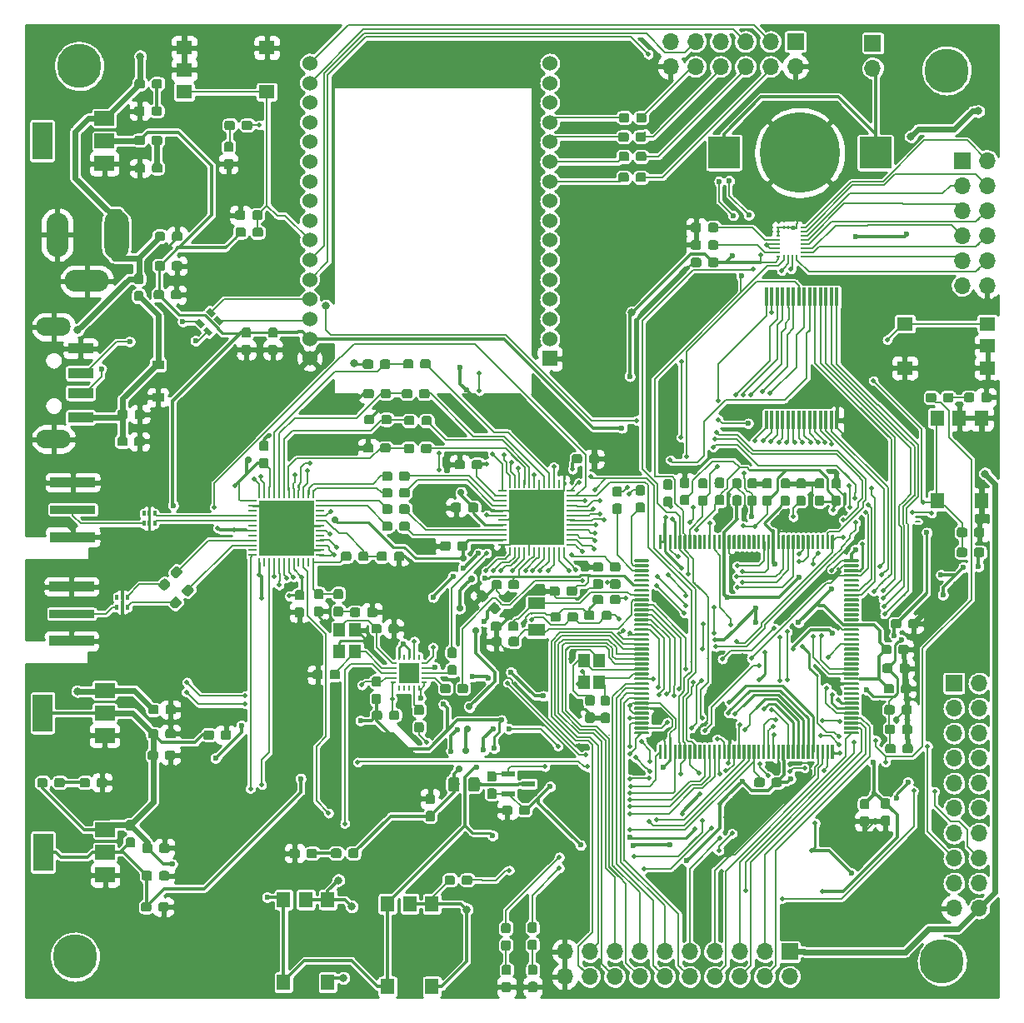
<source format=gbr>
G04 #@! TF.GenerationSoftware,KiCad,Pcbnew,6.0.0-unknown-cbea514~86~ubuntu18.04.1*
G04 #@! TF.CreationDate,2019-06-07T15:32:40-05:00*
G04 #@! TF.ProjectId,power,706f7765-722e-46b6-9963-61645f706362,rev?*
G04 #@! TF.SameCoordinates,Original*
G04 #@! TF.FileFunction,Copper,L1,Top*
G04 #@! TF.FilePolarity,Positive*
%FSLAX46Y46*%
G04 Gerber Fmt 4.6, Leading zero omitted, Abs format (unit mm)*
G04 Created by KiCad (PCBNEW 6.0.0-unknown-cbea514~86~ubuntu18.04.1) date 2019-06-07 15:32:40*
%MOMM*%
%LPD*%
G04 APERTURE LIST*
%ADD10O,4.500000X2.250000*%
%ADD11O,2.250000X4.500000*%
%ADD12O,2.500000X5.000000*%
%ADD13R,2.000000X1.500000*%
%ADD14R,2.000000X3.800000*%
%ADD15C,0.150000*%
%ADD16C,0.950000*%
%ADD17C,0.300000*%
%ADD18O,1.700000X1.700000*%
%ADD19R,1.700000X1.700000*%
%ADD20C,1.524000*%
%ADD21R,1.524000X1.524000*%
%ADD22R,5.588000X5.588000*%
%ADD23R,0.264800X0.807999*%
%ADD24R,0.807999X0.264800*%
%ADD25R,1.007999X0.264800*%
%ADD26R,0.380000X1.870000*%
%ADD27R,0.264800X0.907999*%
%ADD28R,1.198880X1.399540*%
%ADD29R,1.800000X1.200000*%
%ADD30R,0.260000X0.620000*%
%ADD31R,0.620000X0.260000*%
%ADD32R,2.000000X2.000000*%
%ADD33R,1.397000X1.600200*%
%ADD34R,1.600200X1.397000*%
%ADD35R,0.350000X0.230000*%
%ADD36R,0.230000X0.350000*%
%ADD37R,0.304800X0.508000*%
%ADD38R,1.320800X0.558800*%
%ADD39C,0.558800*%
%ADD40R,4.560000X0.850000*%
%ADD41R,4.560000X1.000000*%
%ADD42R,2.500000X1.100000*%
%ADD43O,3.500000X1.900000*%
%ADD44C,4.500000*%
%ADD45C,1.150000*%
%ADD46R,1.200000X0.900000*%
%ADD47R,3.200000X3.200000*%
%ADD48C,8.130000*%
%ADD49C,0.500000*%
%ADD50C,0.800000*%
%ADD51C,0.600000*%
%ADD52C,0.700000*%
%ADD53C,0.160000*%
%ADD54C,0.250000*%
%ADD55C,0.300000*%
%ADD56C,0.200000*%
%ADD57C,0.600000*%
G04 APERTURE END LIST*
D10*
X57861200Y-41630600D03*
D11*
X54861200Y-36930600D03*
D12*
X60861200Y-36930600D03*
D13*
X59639200Y-29683740D03*
X59639200Y-25083740D03*
X59639200Y-27383740D03*
D14*
X53339200Y-27383740D03*
D13*
X59723420Y-101987380D03*
X59723420Y-97387380D03*
X59723420Y-99687380D03*
D14*
X53423420Y-99687380D03*
D13*
X59670080Y-87814180D03*
X59670080Y-83214180D03*
X59670080Y-85514180D03*
D14*
X53370080Y-85514180D03*
D15*
G36*
X72385321Y-87298074D02*
G01*
X72465218Y-87356122D01*
X72514597Y-87441649D01*
X72526221Y-87515041D01*
X72526221Y-87990041D01*
X72505688Y-88086641D01*
X72447640Y-88166538D01*
X72362113Y-88215917D01*
X72288721Y-88227541D01*
X71713721Y-88227541D01*
X71617121Y-88207008D01*
X71537224Y-88148960D01*
X71487845Y-88063433D01*
X71476221Y-87990041D01*
X71476221Y-87515041D01*
X71496754Y-87418441D01*
X71554802Y-87338544D01*
X71640329Y-87289165D01*
X71713721Y-87277541D01*
X72288721Y-87277541D01*
X72385321Y-87298074D01*
X72385321Y-87298074D01*
G37*
D16*
X72001221Y-87752541D03*
D15*
G36*
X70635321Y-87298074D02*
G01*
X70715218Y-87356122D01*
X70764597Y-87441649D01*
X70776221Y-87515041D01*
X70776221Y-87990041D01*
X70755688Y-88086641D01*
X70697640Y-88166538D01*
X70612113Y-88215917D01*
X70538721Y-88227541D01*
X69963721Y-88227541D01*
X69867121Y-88207008D01*
X69787224Y-88148960D01*
X69737845Y-88063433D01*
X69726221Y-87990041D01*
X69726221Y-87515041D01*
X69746754Y-87418441D01*
X69804802Y-87338544D01*
X69890329Y-87289165D01*
X69963721Y-87277541D01*
X70538721Y-87277541D01*
X70635321Y-87298074D01*
X70635321Y-87298074D01*
G37*
D16*
X70251221Y-87752541D03*
D15*
G36*
X116277033Y-67413467D02*
G01*
X116299000Y-67466500D01*
X116299000Y-68791500D01*
X116277033Y-68844533D01*
X116224000Y-68866500D01*
X116074000Y-68866500D01*
X116020967Y-68844533D01*
X115999000Y-68791500D01*
X115999000Y-67466500D01*
X116020967Y-67413467D01*
X116074000Y-67391500D01*
X116224000Y-67391500D01*
X116277033Y-67413467D01*
X116277033Y-67413467D01*
G37*
D17*
X116149000Y-68129000D03*
D15*
G36*
X116777033Y-67413467D02*
G01*
X116799000Y-67466500D01*
X116799000Y-68791500D01*
X116777033Y-68844533D01*
X116724000Y-68866500D01*
X116574000Y-68866500D01*
X116520967Y-68844533D01*
X116499000Y-68791500D01*
X116499000Y-67466500D01*
X116520967Y-67413467D01*
X116574000Y-67391500D01*
X116724000Y-67391500D01*
X116777033Y-67413467D01*
X116777033Y-67413467D01*
G37*
D17*
X116649000Y-68129000D03*
D15*
G36*
X117277033Y-67413467D02*
G01*
X117299000Y-67466500D01*
X117299000Y-68791500D01*
X117277033Y-68844533D01*
X117224000Y-68866500D01*
X117074000Y-68866500D01*
X117020967Y-68844533D01*
X116999000Y-68791500D01*
X116999000Y-67466500D01*
X117020967Y-67413467D01*
X117074000Y-67391500D01*
X117224000Y-67391500D01*
X117277033Y-67413467D01*
X117277033Y-67413467D01*
G37*
D17*
X117149000Y-68129000D03*
D15*
G36*
X117777033Y-67413467D02*
G01*
X117799000Y-67466500D01*
X117799000Y-68791500D01*
X117777033Y-68844533D01*
X117724000Y-68866500D01*
X117574000Y-68866500D01*
X117520967Y-68844533D01*
X117499000Y-68791500D01*
X117499000Y-67466500D01*
X117520967Y-67413467D01*
X117574000Y-67391500D01*
X117724000Y-67391500D01*
X117777033Y-67413467D01*
X117777033Y-67413467D01*
G37*
D17*
X117649000Y-68129000D03*
D15*
G36*
X118277033Y-67413467D02*
G01*
X118299000Y-67466500D01*
X118299000Y-68791500D01*
X118277033Y-68844533D01*
X118224000Y-68866500D01*
X118074000Y-68866500D01*
X118020967Y-68844533D01*
X117999000Y-68791500D01*
X117999000Y-67466500D01*
X118020967Y-67413467D01*
X118074000Y-67391500D01*
X118224000Y-67391500D01*
X118277033Y-67413467D01*
X118277033Y-67413467D01*
G37*
D17*
X118149000Y-68129000D03*
D15*
G36*
X118777033Y-67413467D02*
G01*
X118799000Y-67466500D01*
X118799000Y-68791500D01*
X118777033Y-68844533D01*
X118724000Y-68866500D01*
X118574000Y-68866500D01*
X118520967Y-68844533D01*
X118499000Y-68791500D01*
X118499000Y-67466500D01*
X118520967Y-67413467D01*
X118574000Y-67391500D01*
X118724000Y-67391500D01*
X118777033Y-67413467D01*
X118777033Y-67413467D01*
G37*
D17*
X118649000Y-68129000D03*
D15*
G36*
X119277033Y-67413467D02*
G01*
X119299000Y-67466500D01*
X119299000Y-68791500D01*
X119277033Y-68844533D01*
X119224000Y-68866500D01*
X119074000Y-68866500D01*
X119020967Y-68844533D01*
X118999000Y-68791500D01*
X118999000Y-67466500D01*
X119020967Y-67413467D01*
X119074000Y-67391500D01*
X119224000Y-67391500D01*
X119277033Y-67413467D01*
X119277033Y-67413467D01*
G37*
D17*
X119149000Y-68129000D03*
D15*
G36*
X119777033Y-67413467D02*
G01*
X119799000Y-67466500D01*
X119799000Y-68791500D01*
X119777033Y-68844533D01*
X119724000Y-68866500D01*
X119574000Y-68866500D01*
X119520967Y-68844533D01*
X119499000Y-68791500D01*
X119499000Y-67466500D01*
X119520967Y-67413467D01*
X119574000Y-67391500D01*
X119724000Y-67391500D01*
X119777033Y-67413467D01*
X119777033Y-67413467D01*
G37*
D17*
X119649000Y-68129000D03*
D15*
G36*
X120277033Y-67413467D02*
G01*
X120299000Y-67466500D01*
X120299000Y-68791500D01*
X120277033Y-68844533D01*
X120224000Y-68866500D01*
X120074000Y-68866500D01*
X120020967Y-68844533D01*
X119999000Y-68791500D01*
X119999000Y-67466500D01*
X120020967Y-67413467D01*
X120074000Y-67391500D01*
X120224000Y-67391500D01*
X120277033Y-67413467D01*
X120277033Y-67413467D01*
G37*
D17*
X120149000Y-68129000D03*
D15*
G36*
X120777033Y-67413467D02*
G01*
X120799000Y-67466500D01*
X120799000Y-68791500D01*
X120777033Y-68844533D01*
X120724000Y-68866500D01*
X120574000Y-68866500D01*
X120520967Y-68844533D01*
X120499000Y-68791500D01*
X120499000Y-67466500D01*
X120520967Y-67413467D01*
X120574000Y-67391500D01*
X120724000Y-67391500D01*
X120777033Y-67413467D01*
X120777033Y-67413467D01*
G37*
D17*
X120649000Y-68129000D03*
D15*
G36*
X121277033Y-67413467D02*
G01*
X121299000Y-67466500D01*
X121299000Y-68791500D01*
X121277033Y-68844533D01*
X121224000Y-68866500D01*
X121074000Y-68866500D01*
X121020967Y-68844533D01*
X120999000Y-68791500D01*
X120999000Y-67466500D01*
X121020967Y-67413467D01*
X121074000Y-67391500D01*
X121224000Y-67391500D01*
X121277033Y-67413467D01*
X121277033Y-67413467D01*
G37*
D17*
X121149000Y-68129000D03*
D15*
G36*
X121777033Y-67413467D02*
G01*
X121799000Y-67466500D01*
X121799000Y-68791500D01*
X121777033Y-68844533D01*
X121724000Y-68866500D01*
X121574000Y-68866500D01*
X121520967Y-68844533D01*
X121499000Y-68791500D01*
X121499000Y-67466500D01*
X121520967Y-67413467D01*
X121574000Y-67391500D01*
X121724000Y-67391500D01*
X121777033Y-67413467D01*
X121777033Y-67413467D01*
G37*
D17*
X121649000Y-68129000D03*
D15*
G36*
X122277033Y-67413467D02*
G01*
X122299000Y-67466500D01*
X122299000Y-68791500D01*
X122277033Y-68844533D01*
X122224000Y-68866500D01*
X122074000Y-68866500D01*
X122020967Y-68844533D01*
X121999000Y-68791500D01*
X121999000Y-67466500D01*
X122020967Y-67413467D01*
X122074000Y-67391500D01*
X122224000Y-67391500D01*
X122277033Y-67413467D01*
X122277033Y-67413467D01*
G37*
D17*
X122149000Y-68129000D03*
D15*
G36*
X122777033Y-67413467D02*
G01*
X122799000Y-67466500D01*
X122799000Y-68791500D01*
X122777033Y-68844533D01*
X122724000Y-68866500D01*
X122574000Y-68866500D01*
X122520967Y-68844533D01*
X122499000Y-68791500D01*
X122499000Y-67466500D01*
X122520967Y-67413467D01*
X122574000Y-67391500D01*
X122724000Y-67391500D01*
X122777033Y-67413467D01*
X122777033Y-67413467D01*
G37*
D17*
X122649000Y-68129000D03*
D15*
G36*
X123277033Y-67413467D02*
G01*
X123299000Y-67466500D01*
X123299000Y-68791500D01*
X123277033Y-68844533D01*
X123224000Y-68866500D01*
X123074000Y-68866500D01*
X123020967Y-68844533D01*
X122999000Y-68791500D01*
X122999000Y-67466500D01*
X123020967Y-67413467D01*
X123074000Y-67391500D01*
X123224000Y-67391500D01*
X123277033Y-67413467D01*
X123277033Y-67413467D01*
G37*
D17*
X123149000Y-68129000D03*
D15*
G36*
X123777033Y-67413467D02*
G01*
X123799000Y-67466500D01*
X123799000Y-68791500D01*
X123777033Y-68844533D01*
X123724000Y-68866500D01*
X123574000Y-68866500D01*
X123520967Y-68844533D01*
X123499000Y-68791500D01*
X123499000Y-67466500D01*
X123520967Y-67413467D01*
X123574000Y-67391500D01*
X123724000Y-67391500D01*
X123777033Y-67413467D01*
X123777033Y-67413467D01*
G37*
D17*
X123649000Y-68129000D03*
D15*
G36*
X124277033Y-67413467D02*
G01*
X124299000Y-67466500D01*
X124299000Y-68791500D01*
X124277033Y-68844533D01*
X124224000Y-68866500D01*
X124074000Y-68866500D01*
X124020967Y-68844533D01*
X123999000Y-68791500D01*
X123999000Y-67466500D01*
X124020967Y-67413467D01*
X124074000Y-67391500D01*
X124224000Y-67391500D01*
X124277033Y-67413467D01*
X124277033Y-67413467D01*
G37*
D17*
X124149000Y-68129000D03*
D15*
G36*
X124777033Y-67413467D02*
G01*
X124799000Y-67466500D01*
X124799000Y-68791500D01*
X124777033Y-68844533D01*
X124724000Y-68866500D01*
X124574000Y-68866500D01*
X124520967Y-68844533D01*
X124499000Y-68791500D01*
X124499000Y-67466500D01*
X124520967Y-67413467D01*
X124574000Y-67391500D01*
X124724000Y-67391500D01*
X124777033Y-67413467D01*
X124777033Y-67413467D01*
G37*
D17*
X124649000Y-68129000D03*
D15*
G36*
X125277033Y-67413467D02*
G01*
X125299000Y-67466500D01*
X125299000Y-68791500D01*
X125277033Y-68844533D01*
X125224000Y-68866500D01*
X125074000Y-68866500D01*
X125020967Y-68844533D01*
X124999000Y-68791500D01*
X124999000Y-67466500D01*
X125020967Y-67413467D01*
X125074000Y-67391500D01*
X125224000Y-67391500D01*
X125277033Y-67413467D01*
X125277033Y-67413467D01*
G37*
D17*
X125149000Y-68129000D03*
D15*
G36*
X125777033Y-67413467D02*
G01*
X125799000Y-67466500D01*
X125799000Y-68791500D01*
X125777033Y-68844533D01*
X125724000Y-68866500D01*
X125574000Y-68866500D01*
X125520967Y-68844533D01*
X125499000Y-68791500D01*
X125499000Y-67466500D01*
X125520967Y-67413467D01*
X125574000Y-67391500D01*
X125724000Y-67391500D01*
X125777033Y-67413467D01*
X125777033Y-67413467D01*
G37*
D17*
X125649000Y-68129000D03*
D15*
G36*
X126277033Y-67413467D02*
G01*
X126299000Y-67466500D01*
X126299000Y-68791500D01*
X126277033Y-68844533D01*
X126224000Y-68866500D01*
X126074000Y-68866500D01*
X126020967Y-68844533D01*
X125999000Y-68791500D01*
X125999000Y-67466500D01*
X126020967Y-67413467D01*
X126074000Y-67391500D01*
X126224000Y-67391500D01*
X126277033Y-67413467D01*
X126277033Y-67413467D01*
G37*
D17*
X126149000Y-68129000D03*
D15*
G36*
X126777033Y-67413467D02*
G01*
X126799000Y-67466500D01*
X126799000Y-68791500D01*
X126777033Y-68844533D01*
X126724000Y-68866500D01*
X126574000Y-68866500D01*
X126520967Y-68844533D01*
X126499000Y-68791500D01*
X126499000Y-67466500D01*
X126520967Y-67413467D01*
X126574000Y-67391500D01*
X126724000Y-67391500D01*
X126777033Y-67413467D01*
X126777033Y-67413467D01*
G37*
D17*
X126649000Y-68129000D03*
D15*
G36*
X127277033Y-67413467D02*
G01*
X127299000Y-67466500D01*
X127299000Y-68791500D01*
X127277033Y-68844533D01*
X127224000Y-68866500D01*
X127074000Y-68866500D01*
X127020967Y-68844533D01*
X126999000Y-68791500D01*
X126999000Y-67466500D01*
X127020967Y-67413467D01*
X127074000Y-67391500D01*
X127224000Y-67391500D01*
X127277033Y-67413467D01*
X127277033Y-67413467D01*
G37*
D17*
X127149000Y-68129000D03*
D15*
G36*
X127777033Y-67413467D02*
G01*
X127799000Y-67466500D01*
X127799000Y-68791500D01*
X127777033Y-68844533D01*
X127724000Y-68866500D01*
X127574000Y-68866500D01*
X127520967Y-68844533D01*
X127499000Y-68791500D01*
X127499000Y-67466500D01*
X127520967Y-67413467D01*
X127574000Y-67391500D01*
X127724000Y-67391500D01*
X127777033Y-67413467D01*
X127777033Y-67413467D01*
G37*
D17*
X127649000Y-68129000D03*
D15*
G36*
X128277033Y-67413467D02*
G01*
X128299000Y-67466500D01*
X128299000Y-68791500D01*
X128277033Y-68844533D01*
X128224000Y-68866500D01*
X128074000Y-68866500D01*
X128020967Y-68844533D01*
X127999000Y-68791500D01*
X127999000Y-67466500D01*
X128020967Y-67413467D01*
X128074000Y-67391500D01*
X128224000Y-67391500D01*
X128277033Y-67413467D01*
X128277033Y-67413467D01*
G37*
D17*
X128149000Y-68129000D03*
D15*
G36*
X128777033Y-67413467D02*
G01*
X128799000Y-67466500D01*
X128799000Y-68791500D01*
X128777033Y-68844533D01*
X128724000Y-68866500D01*
X128574000Y-68866500D01*
X128520967Y-68844533D01*
X128499000Y-68791500D01*
X128499000Y-67466500D01*
X128520967Y-67413467D01*
X128574000Y-67391500D01*
X128724000Y-67391500D01*
X128777033Y-67413467D01*
X128777033Y-67413467D01*
G37*
D17*
X128649000Y-68129000D03*
D15*
G36*
X129277033Y-67413467D02*
G01*
X129299000Y-67466500D01*
X129299000Y-68791500D01*
X129277033Y-68844533D01*
X129224000Y-68866500D01*
X129074000Y-68866500D01*
X129020967Y-68844533D01*
X128999000Y-68791500D01*
X128999000Y-67466500D01*
X129020967Y-67413467D01*
X129074000Y-67391500D01*
X129224000Y-67391500D01*
X129277033Y-67413467D01*
X129277033Y-67413467D01*
G37*
D17*
X129149000Y-68129000D03*
D15*
G36*
X129777033Y-67413467D02*
G01*
X129799000Y-67466500D01*
X129799000Y-68791500D01*
X129777033Y-68844533D01*
X129724000Y-68866500D01*
X129574000Y-68866500D01*
X129520967Y-68844533D01*
X129499000Y-68791500D01*
X129499000Y-67466500D01*
X129520967Y-67413467D01*
X129574000Y-67391500D01*
X129724000Y-67391500D01*
X129777033Y-67413467D01*
X129777033Y-67413467D01*
G37*
D17*
X129649000Y-68129000D03*
D15*
G36*
X130277033Y-67413467D02*
G01*
X130299000Y-67466500D01*
X130299000Y-68791500D01*
X130277033Y-68844533D01*
X130224000Y-68866500D01*
X130074000Y-68866500D01*
X130020967Y-68844533D01*
X129999000Y-68791500D01*
X129999000Y-67466500D01*
X130020967Y-67413467D01*
X130074000Y-67391500D01*
X130224000Y-67391500D01*
X130277033Y-67413467D01*
X130277033Y-67413467D01*
G37*
D17*
X130149000Y-68129000D03*
D15*
G36*
X130777033Y-67413467D02*
G01*
X130799000Y-67466500D01*
X130799000Y-68791500D01*
X130777033Y-68844533D01*
X130724000Y-68866500D01*
X130574000Y-68866500D01*
X130520967Y-68844533D01*
X130499000Y-68791500D01*
X130499000Y-67466500D01*
X130520967Y-67413467D01*
X130574000Y-67391500D01*
X130724000Y-67391500D01*
X130777033Y-67413467D01*
X130777033Y-67413467D01*
G37*
D17*
X130649000Y-68129000D03*
D15*
G36*
X131277033Y-67413467D02*
G01*
X131299000Y-67466500D01*
X131299000Y-68791500D01*
X131277033Y-68844533D01*
X131224000Y-68866500D01*
X131074000Y-68866500D01*
X131020967Y-68844533D01*
X130999000Y-68791500D01*
X130999000Y-67466500D01*
X131020967Y-67413467D01*
X131074000Y-67391500D01*
X131224000Y-67391500D01*
X131277033Y-67413467D01*
X131277033Y-67413467D01*
G37*
D17*
X131149000Y-68129000D03*
D15*
G36*
X131777033Y-67413467D02*
G01*
X131799000Y-67466500D01*
X131799000Y-68791500D01*
X131777033Y-68844533D01*
X131724000Y-68866500D01*
X131574000Y-68866500D01*
X131520967Y-68844533D01*
X131499000Y-68791500D01*
X131499000Y-67466500D01*
X131520967Y-67413467D01*
X131574000Y-67391500D01*
X131724000Y-67391500D01*
X131777033Y-67413467D01*
X131777033Y-67413467D01*
G37*
D17*
X131649000Y-68129000D03*
D15*
G36*
X132277033Y-67413467D02*
G01*
X132299000Y-67466500D01*
X132299000Y-68791500D01*
X132277033Y-68844533D01*
X132224000Y-68866500D01*
X132074000Y-68866500D01*
X132020967Y-68844533D01*
X131999000Y-68791500D01*
X131999000Y-67466500D01*
X132020967Y-67413467D01*
X132074000Y-67391500D01*
X132224000Y-67391500D01*
X132277033Y-67413467D01*
X132277033Y-67413467D01*
G37*
D17*
X132149000Y-68129000D03*
D15*
G36*
X132777033Y-67413467D02*
G01*
X132799000Y-67466500D01*
X132799000Y-68791500D01*
X132777033Y-68844533D01*
X132724000Y-68866500D01*
X132574000Y-68866500D01*
X132520967Y-68844533D01*
X132499000Y-68791500D01*
X132499000Y-67466500D01*
X132520967Y-67413467D01*
X132574000Y-67391500D01*
X132724000Y-67391500D01*
X132777033Y-67413467D01*
X132777033Y-67413467D01*
G37*
D17*
X132649000Y-68129000D03*
D15*
G36*
X133277033Y-67413467D02*
G01*
X133299000Y-67466500D01*
X133299000Y-68791500D01*
X133277033Y-68844533D01*
X133224000Y-68866500D01*
X133074000Y-68866500D01*
X133020967Y-68844533D01*
X132999000Y-68791500D01*
X132999000Y-67466500D01*
X133020967Y-67413467D01*
X133074000Y-67391500D01*
X133224000Y-67391500D01*
X133277033Y-67413467D01*
X133277033Y-67413467D01*
G37*
D17*
X133149000Y-68129000D03*
D15*
G36*
X133777033Y-67413467D02*
G01*
X133799000Y-67466500D01*
X133799000Y-68791500D01*
X133777033Y-68844533D01*
X133724000Y-68866500D01*
X133574000Y-68866500D01*
X133520967Y-68844533D01*
X133499000Y-68791500D01*
X133499000Y-67466500D01*
X133520967Y-67413467D01*
X133574000Y-67391500D01*
X133724000Y-67391500D01*
X133777033Y-67413467D01*
X133777033Y-67413467D01*
G37*
D17*
X133649000Y-68129000D03*
D15*
G36*
X136277033Y-69913467D02*
G01*
X136299000Y-69966500D01*
X136299000Y-70116500D01*
X136277033Y-70169533D01*
X136224000Y-70191500D01*
X134899000Y-70191500D01*
X134845967Y-70169533D01*
X134824000Y-70116500D01*
X134824000Y-69966500D01*
X134845967Y-69913467D01*
X134899000Y-69891500D01*
X136224000Y-69891500D01*
X136277033Y-69913467D01*
X136277033Y-69913467D01*
G37*
D17*
X135561500Y-70041500D03*
D15*
G36*
X136277033Y-70413467D02*
G01*
X136299000Y-70466500D01*
X136299000Y-70616500D01*
X136277033Y-70669533D01*
X136224000Y-70691500D01*
X134899000Y-70691500D01*
X134845967Y-70669533D01*
X134824000Y-70616500D01*
X134824000Y-70466500D01*
X134845967Y-70413467D01*
X134899000Y-70391500D01*
X136224000Y-70391500D01*
X136277033Y-70413467D01*
X136277033Y-70413467D01*
G37*
D17*
X135561500Y-70541500D03*
D15*
G36*
X136277033Y-70913467D02*
G01*
X136299000Y-70966500D01*
X136299000Y-71116500D01*
X136277033Y-71169533D01*
X136224000Y-71191500D01*
X134899000Y-71191500D01*
X134845967Y-71169533D01*
X134824000Y-71116500D01*
X134824000Y-70966500D01*
X134845967Y-70913467D01*
X134899000Y-70891500D01*
X136224000Y-70891500D01*
X136277033Y-70913467D01*
X136277033Y-70913467D01*
G37*
D17*
X135561500Y-71041500D03*
D15*
G36*
X136277033Y-71413467D02*
G01*
X136299000Y-71466500D01*
X136299000Y-71616500D01*
X136277033Y-71669533D01*
X136224000Y-71691500D01*
X134899000Y-71691500D01*
X134845967Y-71669533D01*
X134824000Y-71616500D01*
X134824000Y-71466500D01*
X134845967Y-71413467D01*
X134899000Y-71391500D01*
X136224000Y-71391500D01*
X136277033Y-71413467D01*
X136277033Y-71413467D01*
G37*
D17*
X135561500Y-71541500D03*
D15*
G36*
X136277033Y-71913467D02*
G01*
X136299000Y-71966500D01*
X136299000Y-72116500D01*
X136277033Y-72169533D01*
X136224000Y-72191500D01*
X134899000Y-72191500D01*
X134845967Y-72169533D01*
X134824000Y-72116500D01*
X134824000Y-71966500D01*
X134845967Y-71913467D01*
X134899000Y-71891500D01*
X136224000Y-71891500D01*
X136277033Y-71913467D01*
X136277033Y-71913467D01*
G37*
D17*
X135561500Y-72041500D03*
D15*
G36*
X136277033Y-72413467D02*
G01*
X136299000Y-72466500D01*
X136299000Y-72616500D01*
X136277033Y-72669533D01*
X136224000Y-72691500D01*
X134899000Y-72691500D01*
X134845967Y-72669533D01*
X134824000Y-72616500D01*
X134824000Y-72466500D01*
X134845967Y-72413467D01*
X134899000Y-72391500D01*
X136224000Y-72391500D01*
X136277033Y-72413467D01*
X136277033Y-72413467D01*
G37*
D17*
X135561500Y-72541500D03*
D15*
G36*
X136277033Y-72913467D02*
G01*
X136299000Y-72966500D01*
X136299000Y-73116500D01*
X136277033Y-73169533D01*
X136224000Y-73191500D01*
X134899000Y-73191500D01*
X134845967Y-73169533D01*
X134824000Y-73116500D01*
X134824000Y-72966500D01*
X134845967Y-72913467D01*
X134899000Y-72891500D01*
X136224000Y-72891500D01*
X136277033Y-72913467D01*
X136277033Y-72913467D01*
G37*
D17*
X135561500Y-73041500D03*
D15*
G36*
X136277033Y-73413467D02*
G01*
X136299000Y-73466500D01*
X136299000Y-73616500D01*
X136277033Y-73669533D01*
X136224000Y-73691500D01*
X134899000Y-73691500D01*
X134845967Y-73669533D01*
X134824000Y-73616500D01*
X134824000Y-73466500D01*
X134845967Y-73413467D01*
X134899000Y-73391500D01*
X136224000Y-73391500D01*
X136277033Y-73413467D01*
X136277033Y-73413467D01*
G37*
D17*
X135561500Y-73541500D03*
D15*
G36*
X136277033Y-73913467D02*
G01*
X136299000Y-73966500D01*
X136299000Y-74116500D01*
X136277033Y-74169533D01*
X136224000Y-74191500D01*
X134899000Y-74191500D01*
X134845967Y-74169533D01*
X134824000Y-74116500D01*
X134824000Y-73966500D01*
X134845967Y-73913467D01*
X134899000Y-73891500D01*
X136224000Y-73891500D01*
X136277033Y-73913467D01*
X136277033Y-73913467D01*
G37*
D17*
X135561500Y-74041500D03*
D15*
G36*
X136277033Y-74413467D02*
G01*
X136299000Y-74466500D01*
X136299000Y-74616500D01*
X136277033Y-74669533D01*
X136224000Y-74691500D01*
X134899000Y-74691500D01*
X134845967Y-74669533D01*
X134824000Y-74616500D01*
X134824000Y-74466500D01*
X134845967Y-74413467D01*
X134899000Y-74391500D01*
X136224000Y-74391500D01*
X136277033Y-74413467D01*
X136277033Y-74413467D01*
G37*
D17*
X135561500Y-74541500D03*
D15*
G36*
X136277033Y-74913467D02*
G01*
X136299000Y-74966500D01*
X136299000Y-75116500D01*
X136277033Y-75169533D01*
X136224000Y-75191500D01*
X134899000Y-75191500D01*
X134845967Y-75169533D01*
X134824000Y-75116500D01*
X134824000Y-74966500D01*
X134845967Y-74913467D01*
X134899000Y-74891500D01*
X136224000Y-74891500D01*
X136277033Y-74913467D01*
X136277033Y-74913467D01*
G37*
D17*
X135561500Y-75041500D03*
D15*
G36*
X136277033Y-75413467D02*
G01*
X136299000Y-75466500D01*
X136299000Y-75616500D01*
X136277033Y-75669533D01*
X136224000Y-75691500D01*
X134899000Y-75691500D01*
X134845967Y-75669533D01*
X134824000Y-75616500D01*
X134824000Y-75466500D01*
X134845967Y-75413467D01*
X134899000Y-75391500D01*
X136224000Y-75391500D01*
X136277033Y-75413467D01*
X136277033Y-75413467D01*
G37*
D17*
X135561500Y-75541500D03*
D15*
G36*
X136277033Y-75913467D02*
G01*
X136299000Y-75966500D01*
X136299000Y-76116500D01*
X136277033Y-76169533D01*
X136224000Y-76191500D01*
X134899000Y-76191500D01*
X134845967Y-76169533D01*
X134824000Y-76116500D01*
X134824000Y-75966500D01*
X134845967Y-75913467D01*
X134899000Y-75891500D01*
X136224000Y-75891500D01*
X136277033Y-75913467D01*
X136277033Y-75913467D01*
G37*
D17*
X135561500Y-76041500D03*
D15*
G36*
X136277033Y-76413467D02*
G01*
X136299000Y-76466500D01*
X136299000Y-76616500D01*
X136277033Y-76669533D01*
X136224000Y-76691500D01*
X134899000Y-76691500D01*
X134845967Y-76669533D01*
X134824000Y-76616500D01*
X134824000Y-76466500D01*
X134845967Y-76413467D01*
X134899000Y-76391500D01*
X136224000Y-76391500D01*
X136277033Y-76413467D01*
X136277033Y-76413467D01*
G37*
D17*
X135561500Y-76541500D03*
D15*
G36*
X136277033Y-76913467D02*
G01*
X136299000Y-76966500D01*
X136299000Y-77116500D01*
X136277033Y-77169533D01*
X136224000Y-77191500D01*
X134899000Y-77191500D01*
X134845967Y-77169533D01*
X134824000Y-77116500D01*
X134824000Y-76966500D01*
X134845967Y-76913467D01*
X134899000Y-76891500D01*
X136224000Y-76891500D01*
X136277033Y-76913467D01*
X136277033Y-76913467D01*
G37*
D17*
X135561500Y-77041500D03*
D15*
G36*
X136277033Y-77413467D02*
G01*
X136299000Y-77466500D01*
X136299000Y-77616500D01*
X136277033Y-77669533D01*
X136224000Y-77691500D01*
X134899000Y-77691500D01*
X134845967Y-77669533D01*
X134824000Y-77616500D01*
X134824000Y-77466500D01*
X134845967Y-77413467D01*
X134899000Y-77391500D01*
X136224000Y-77391500D01*
X136277033Y-77413467D01*
X136277033Y-77413467D01*
G37*
D17*
X135561500Y-77541500D03*
D15*
G36*
X136277033Y-77913467D02*
G01*
X136299000Y-77966500D01*
X136299000Y-78116500D01*
X136277033Y-78169533D01*
X136224000Y-78191500D01*
X134899000Y-78191500D01*
X134845967Y-78169533D01*
X134824000Y-78116500D01*
X134824000Y-77966500D01*
X134845967Y-77913467D01*
X134899000Y-77891500D01*
X136224000Y-77891500D01*
X136277033Y-77913467D01*
X136277033Y-77913467D01*
G37*
D17*
X135561500Y-78041500D03*
D15*
G36*
X136277033Y-78413467D02*
G01*
X136299000Y-78466500D01*
X136299000Y-78616500D01*
X136277033Y-78669533D01*
X136224000Y-78691500D01*
X134899000Y-78691500D01*
X134845967Y-78669533D01*
X134824000Y-78616500D01*
X134824000Y-78466500D01*
X134845967Y-78413467D01*
X134899000Y-78391500D01*
X136224000Y-78391500D01*
X136277033Y-78413467D01*
X136277033Y-78413467D01*
G37*
D17*
X135561500Y-78541500D03*
D15*
G36*
X136277033Y-78913467D02*
G01*
X136299000Y-78966500D01*
X136299000Y-79116500D01*
X136277033Y-79169533D01*
X136224000Y-79191500D01*
X134899000Y-79191500D01*
X134845967Y-79169533D01*
X134824000Y-79116500D01*
X134824000Y-78966500D01*
X134845967Y-78913467D01*
X134899000Y-78891500D01*
X136224000Y-78891500D01*
X136277033Y-78913467D01*
X136277033Y-78913467D01*
G37*
D17*
X135561500Y-79041500D03*
D15*
G36*
X136277033Y-79413467D02*
G01*
X136299000Y-79466500D01*
X136299000Y-79616500D01*
X136277033Y-79669533D01*
X136224000Y-79691500D01*
X134899000Y-79691500D01*
X134845967Y-79669533D01*
X134824000Y-79616500D01*
X134824000Y-79466500D01*
X134845967Y-79413467D01*
X134899000Y-79391500D01*
X136224000Y-79391500D01*
X136277033Y-79413467D01*
X136277033Y-79413467D01*
G37*
D17*
X135561500Y-79541500D03*
D15*
G36*
X136277033Y-79913467D02*
G01*
X136299000Y-79966500D01*
X136299000Y-80116500D01*
X136277033Y-80169533D01*
X136224000Y-80191500D01*
X134899000Y-80191500D01*
X134845967Y-80169533D01*
X134824000Y-80116500D01*
X134824000Y-79966500D01*
X134845967Y-79913467D01*
X134899000Y-79891500D01*
X136224000Y-79891500D01*
X136277033Y-79913467D01*
X136277033Y-79913467D01*
G37*
D17*
X135561500Y-80041500D03*
D15*
G36*
X136277033Y-80413467D02*
G01*
X136299000Y-80466500D01*
X136299000Y-80616500D01*
X136277033Y-80669533D01*
X136224000Y-80691500D01*
X134899000Y-80691500D01*
X134845967Y-80669533D01*
X134824000Y-80616500D01*
X134824000Y-80466500D01*
X134845967Y-80413467D01*
X134899000Y-80391500D01*
X136224000Y-80391500D01*
X136277033Y-80413467D01*
X136277033Y-80413467D01*
G37*
D17*
X135561500Y-80541500D03*
D15*
G36*
X136277033Y-80913467D02*
G01*
X136299000Y-80966500D01*
X136299000Y-81116500D01*
X136277033Y-81169533D01*
X136224000Y-81191500D01*
X134899000Y-81191500D01*
X134845967Y-81169533D01*
X134824000Y-81116500D01*
X134824000Y-80966500D01*
X134845967Y-80913467D01*
X134899000Y-80891500D01*
X136224000Y-80891500D01*
X136277033Y-80913467D01*
X136277033Y-80913467D01*
G37*
D17*
X135561500Y-81041500D03*
D15*
G36*
X136277033Y-81413467D02*
G01*
X136299000Y-81466500D01*
X136299000Y-81616500D01*
X136277033Y-81669533D01*
X136224000Y-81691500D01*
X134899000Y-81691500D01*
X134845967Y-81669533D01*
X134824000Y-81616500D01*
X134824000Y-81466500D01*
X134845967Y-81413467D01*
X134899000Y-81391500D01*
X136224000Y-81391500D01*
X136277033Y-81413467D01*
X136277033Y-81413467D01*
G37*
D17*
X135561500Y-81541500D03*
D15*
G36*
X136277033Y-81913467D02*
G01*
X136299000Y-81966500D01*
X136299000Y-82116500D01*
X136277033Y-82169533D01*
X136224000Y-82191500D01*
X134899000Y-82191500D01*
X134845967Y-82169533D01*
X134824000Y-82116500D01*
X134824000Y-81966500D01*
X134845967Y-81913467D01*
X134899000Y-81891500D01*
X136224000Y-81891500D01*
X136277033Y-81913467D01*
X136277033Y-81913467D01*
G37*
D17*
X135561500Y-82041500D03*
D15*
G36*
X136277033Y-82413467D02*
G01*
X136299000Y-82466500D01*
X136299000Y-82616500D01*
X136277033Y-82669533D01*
X136224000Y-82691500D01*
X134899000Y-82691500D01*
X134845967Y-82669533D01*
X134824000Y-82616500D01*
X134824000Y-82466500D01*
X134845967Y-82413467D01*
X134899000Y-82391500D01*
X136224000Y-82391500D01*
X136277033Y-82413467D01*
X136277033Y-82413467D01*
G37*
D17*
X135561500Y-82541500D03*
D15*
G36*
X136277033Y-82913467D02*
G01*
X136299000Y-82966500D01*
X136299000Y-83116500D01*
X136277033Y-83169533D01*
X136224000Y-83191500D01*
X134899000Y-83191500D01*
X134845967Y-83169533D01*
X134824000Y-83116500D01*
X134824000Y-82966500D01*
X134845967Y-82913467D01*
X134899000Y-82891500D01*
X136224000Y-82891500D01*
X136277033Y-82913467D01*
X136277033Y-82913467D01*
G37*
D17*
X135561500Y-83041500D03*
D15*
G36*
X136277033Y-83413467D02*
G01*
X136299000Y-83466500D01*
X136299000Y-83616500D01*
X136277033Y-83669533D01*
X136224000Y-83691500D01*
X134899000Y-83691500D01*
X134845967Y-83669533D01*
X134824000Y-83616500D01*
X134824000Y-83466500D01*
X134845967Y-83413467D01*
X134899000Y-83391500D01*
X136224000Y-83391500D01*
X136277033Y-83413467D01*
X136277033Y-83413467D01*
G37*
D17*
X135561500Y-83541500D03*
D15*
G36*
X136277033Y-83913467D02*
G01*
X136299000Y-83966500D01*
X136299000Y-84116500D01*
X136277033Y-84169533D01*
X136224000Y-84191500D01*
X134899000Y-84191500D01*
X134845967Y-84169533D01*
X134824000Y-84116500D01*
X134824000Y-83966500D01*
X134845967Y-83913467D01*
X134899000Y-83891500D01*
X136224000Y-83891500D01*
X136277033Y-83913467D01*
X136277033Y-83913467D01*
G37*
D17*
X135561500Y-84041500D03*
D15*
G36*
X136277033Y-84413467D02*
G01*
X136299000Y-84466500D01*
X136299000Y-84616500D01*
X136277033Y-84669533D01*
X136224000Y-84691500D01*
X134899000Y-84691500D01*
X134845967Y-84669533D01*
X134824000Y-84616500D01*
X134824000Y-84466500D01*
X134845967Y-84413467D01*
X134899000Y-84391500D01*
X136224000Y-84391500D01*
X136277033Y-84413467D01*
X136277033Y-84413467D01*
G37*
D17*
X135561500Y-84541500D03*
D15*
G36*
X136277033Y-84913467D02*
G01*
X136299000Y-84966500D01*
X136299000Y-85116500D01*
X136277033Y-85169533D01*
X136224000Y-85191500D01*
X134899000Y-85191500D01*
X134845967Y-85169533D01*
X134824000Y-85116500D01*
X134824000Y-84966500D01*
X134845967Y-84913467D01*
X134899000Y-84891500D01*
X136224000Y-84891500D01*
X136277033Y-84913467D01*
X136277033Y-84913467D01*
G37*
D17*
X135561500Y-85041500D03*
D15*
G36*
X136277033Y-85413467D02*
G01*
X136299000Y-85466500D01*
X136299000Y-85616500D01*
X136277033Y-85669533D01*
X136224000Y-85691500D01*
X134899000Y-85691500D01*
X134845967Y-85669533D01*
X134824000Y-85616500D01*
X134824000Y-85466500D01*
X134845967Y-85413467D01*
X134899000Y-85391500D01*
X136224000Y-85391500D01*
X136277033Y-85413467D01*
X136277033Y-85413467D01*
G37*
D17*
X135561500Y-85541500D03*
D15*
G36*
X136277033Y-85913467D02*
G01*
X136299000Y-85966500D01*
X136299000Y-86116500D01*
X136277033Y-86169533D01*
X136224000Y-86191500D01*
X134899000Y-86191500D01*
X134845967Y-86169533D01*
X134824000Y-86116500D01*
X134824000Y-85966500D01*
X134845967Y-85913467D01*
X134899000Y-85891500D01*
X136224000Y-85891500D01*
X136277033Y-85913467D01*
X136277033Y-85913467D01*
G37*
D17*
X135561500Y-86041500D03*
D15*
G36*
X136277033Y-86413467D02*
G01*
X136299000Y-86466500D01*
X136299000Y-86616500D01*
X136277033Y-86669533D01*
X136224000Y-86691500D01*
X134899000Y-86691500D01*
X134845967Y-86669533D01*
X134824000Y-86616500D01*
X134824000Y-86466500D01*
X134845967Y-86413467D01*
X134899000Y-86391500D01*
X136224000Y-86391500D01*
X136277033Y-86413467D01*
X136277033Y-86413467D01*
G37*
D17*
X135561500Y-86541500D03*
D15*
G36*
X136277033Y-86913467D02*
G01*
X136299000Y-86966500D01*
X136299000Y-87116500D01*
X136277033Y-87169533D01*
X136224000Y-87191500D01*
X134899000Y-87191500D01*
X134845967Y-87169533D01*
X134824000Y-87116500D01*
X134824000Y-86966500D01*
X134845967Y-86913467D01*
X134899000Y-86891500D01*
X136224000Y-86891500D01*
X136277033Y-86913467D01*
X136277033Y-86913467D01*
G37*
D17*
X135561500Y-87041500D03*
D15*
G36*
X136277033Y-87413467D02*
G01*
X136299000Y-87466500D01*
X136299000Y-87616500D01*
X136277033Y-87669533D01*
X136224000Y-87691500D01*
X134899000Y-87691500D01*
X134845967Y-87669533D01*
X134824000Y-87616500D01*
X134824000Y-87466500D01*
X134845967Y-87413467D01*
X134899000Y-87391500D01*
X136224000Y-87391500D01*
X136277033Y-87413467D01*
X136277033Y-87413467D01*
G37*
D17*
X135561500Y-87541500D03*
D15*
G36*
X133777033Y-88738467D02*
G01*
X133799000Y-88791500D01*
X133799000Y-90116500D01*
X133777033Y-90169533D01*
X133724000Y-90191500D01*
X133574000Y-90191500D01*
X133520967Y-90169533D01*
X133499000Y-90116500D01*
X133499000Y-88791500D01*
X133520967Y-88738467D01*
X133574000Y-88716500D01*
X133724000Y-88716500D01*
X133777033Y-88738467D01*
X133777033Y-88738467D01*
G37*
D17*
X133649000Y-89454000D03*
D15*
G36*
X133277033Y-88738467D02*
G01*
X133299000Y-88791500D01*
X133299000Y-90116500D01*
X133277033Y-90169533D01*
X133224000Y-90191500D01*
X133074000Y-90191500D01*
X133020967Y-90169533D01*
X132999000Y-90116500D01*
X132999000Y-88791500D01*
X133020967Y-88738467D01*
X133074000Y-88716500D01*
X133224000Y-88716500D01*
X133277033Y-88738467D01*
X133277033Y-88738467D01*
G37*
D17*
X133149000Y-89454000D03*
D15*
G36*
X132777033Y-88738467D02*
G01*
X132799000Y-88791500D01*
X132799000Y-90116500D01*
X132777033Y-90169533D01*
X132724000Y-90191500D01*
X132574000Y-90191500D01*
X132520967Y-90169533D01*
X132499000Y-90116500D01*
X132499000Y-88791500D01*
X132520967Y-88738467D01*
X132574000Y-88716500D01*
X132724000Y-88716500D01*
X132777033Y-88738467D01*
X132777033Y-88738467D01*
G37*
D17*
X132649000Y-89454000D03*
D15*
G36*
X132277033Y-88738467D02*
G01*
X132299000Y-88791500D01*
X132299000Y-90116500D01*
X132277033Y-90169533D01*
X132224000Y-90191500D01*
X132074000Y-90191500D01*
X132020967Y-90169533D01*
X131999000Y-90116500D01*
X131999000Y-88791500D01*
X132020967Y-88738467D01*
X132074000Y-88716500D01*
X132224000Y-88716500D01*
X132277033Y-88738467D01*
X132277033Y-88738467D01*
G37*
D17*
X132149000Y-89454000D03*
D15*
G36*
X131777033Y-88738467D02*
G01*
X131799000Y-88791500D01*
X131799000Y-90116500D01*
X131777033Y-90169533D01*
X131724000Y-90191500D01*
X131574000Y-90191500D01*
X131520967Y-90169533D01*
X131499000Y-90116500D01*
X131499000Y-88791500D01*
X131520967Y-88738467D01*
X131574000Y-88716500D01*
X131724000Y-88716500D01*
X131777033Y-88738467D01*
X131777033Y-88738467D01*
G37*
D17*
X131649000Y-89454000D03*
D15*
G36*
X131277033Y-88738467D02*
G01*
X131299000Y-88791500D01*
X131299000Y-90116500D01*
X131277033Y-90169533D01*
X131224000Y-90191500D01*
X131074000Y-90191500D01*
X131020967Y-90169533D01*
X130999000Y-90116500D01*
X130999000Y-88791500D01*
X131020967Y-88738467D01*
X131074000Y-88716500D01*
X131224000Y-88716500D01*
X131277033Y-88738467D01*
X131277033Y-88738467D01*
G37*
D17*
X131149000Y-89454000D03*
D15*
G36*
X130777033Y-88738467D02*
G01*
X130799000Y-88791500D01*
X130799000Y-90116500D01*
X130777033Y-90169533D01*
X130724000Y-90191500D01*
X130574000Y-90191500D01*
X130520967Y-90169533D01*
X130499000Y-90116500D01*
X130499000Y-88791500D01*
X130520967Y-88738467D01*
X130574000Y-88716500D01*
X130724000Y-88716500D01*
X130777033Y-88738467D01*
X130777033Y-88738467D01*
G37*
D17*
X130649000Y-89454000D03*
D15*
G36*
X130277033Y-88738467D02*
G01*
X130299000Y-88791500D01*
X130299000Y-90116500D01*
X130277033Y-90169533D01*
X130224000Y-90191500D01*
X130074000Y-90191500D01*
X130020967Y-90169533D01*
X129999000Y-90116500D01*
X129999000Y-88791500D01*
X130020967Y-88738467D01*
X130074000Y-88716500D01*
X130224000Y-88716500D01*
X130277033Y-88738467D01*
X130277033Y-88738467D01*
G37*
D17*
X130149000Y-89454000D03*
D15*
G36*
X129777033Y-88738467D02*
G01*
X129799000Y-88791500D01*
X129799000Y-90116500D01*
X129777033Y-90169533D01*
X129724000Y-90191500D01*
X129574000Y-90191500D01*
X129520967Y-90169533D01*
X129499000Y-90116500D01*
X129499000Y-88791500D01*
X129520967Y-88738467D01*
X129574000Y-88716500D01*
X129724000Y-88716500D01*
X129777033Y-88738467D01*
X129777033Y-88738467D01*
G37*
D17*
X129649000Y-89454000D03*
D15*
G36*
X129277033Y-88738467D02*
G01*
X129299000Y-88791500D01*
X129299000Y-90116500D01*
X129277033Y-90169533D01*
X129224000Y-90191500D01*
X129074000Y-90191500D01*
X129020967Y-90169533D01*
X128999000Y-90116500D01*
X128999000Y-88791500D01*
X129020967Y-88738467D01*
X129074000Y-88716500D01*
X129224000Y-88716500D01*
X129277033Y-88738467D01*
X129277033Y-88738467D01*
G37*
D17*
X129149000Y-89454000D03*
D15*
G36*
X128777033Y-88738467D02*
G01*
X128799000Y-88791500D01*
X128799000Y-90116500D01*
X128777033Y-90169533D01*
X128724000Y-90191500D01*
X128574000Y-90191500D01*
X128520967Y-90169533D01*
X128499000Y-90116500D01*
X128499000Y-88791500D01*
X128520967Y-88738467D01*
X128574000Y-88716500D01*
X128724000Y-88716500D01*
X128777033Y-88738467D01*
X128777033Y-88738467D01*
G37*
D17*
X128649000Y-89454000D03*
D15*
G36*
X128277033Y-88738467D02*
G01*
X128299000Y-88791500D01*
X128299000Y-90116500D01*
X128277033Y-90169533D01*
X128224000Y-90191500D01*
X128074000Y-90191500D01*
X128020967Y-90169533D01*
X127999000Y-90116500D01*
X127999000Y-88791500D01*
X128020967Y-88738467D01*
X128074000Y-88716500D01*
X128224000Y-88716500D01*
X128277033Y-88738467D01*
X128277033Y-88738467D01*
G37*
D17*
X128149000Y-89454000D03*
D15*
G36*
X127777033Y-88738467D02*
G01*
X127799000Y-88791500D01*
X127799000Y-90116500D01*
X127777033Y-90169533D01*
X127724000Y-90191500D01*
X127574000Y-90191500D01*
X127520967Y-90169533D01*
X127499000Y-90116500D01*
X127499000Y-88791500D01*
X127520967Y-88738467D01*
X127574000Y-88716500D01*
X127724000Y-88716500D01*
X127777033Y-88738467D01*
X127777033Y-88738467D01*
G37*
D17*
X127649000Y-89454000D03*
D15*
G36*
X127277033Y-88738467D02*
G01*
X127299000Y-88791500D01*
X127299000Y-90116500D01*
X127277033Y-90169533D01*
X127224000Y-90191500D01*
X127074000Y-90191500D01*
X127020967Y-90169533D01*
X126999000Y-90116500D01*
X126999000Y-88791500D01*
X127020967Y-88738467D01*
X127074000Y-88716500D01*
X127224000Y-88716500D01*
X127277033Y-88738467D01*
X127277033Y-88738467D01*
G37*
D17*
X127149000Y-89454000D03*
D15*
G36*
X126777033Y-88738467D02*
G01*
X126799000Y-88791500D01*
X126799000Y-90116500D01*
X126777033Y-90169533D01*
X126724000Y-90191500D01*
X126574000Y-90191500D01*
X126520967Y-90169533D01*
X126499000Y-90116500D01*
X126499000Y-88791500D01*
X126520967Y-88738467D01*
X126574000Y-88716500D01*
X126724000Y-88716500D01*
X126777033Y-88738467D01*
X126777033Y-88738467D01*
G37*
D17*
X126649000Y-89454000D03*
D15*
G36*
X126277033Y-88738467D02*
G01*
X126299000Y-88791500D01*
X126299000Y-90116500D01*
X126277033Y-90169533D01*
X126224000Y-90191500D01*
X126074000Y-90191500D01*
X126020967Y-90169533D01*
X125999000Y-90116500D01*
X125999000Y-88791500D01*
X126020967Y-88738467D01*
X126074000Y-88716500D01*
X126224000Y-88716500D01*
X126277033Y-88738467D01*
X126277033Y-88738467D01*
G37*
D17*
X126149000Y-89454000D03*
D15*
G36*
X125777033Y-88738467D02*
G01*
X125799000Y-88791500D01*
X125799000Y-90116500D01*
X125777033Y-90169533D01*
X125724000Y-90191500D01*
X125574000Y-90191500D01*
X125520967Y-90169533D01*
X125499000Y-90116500D01*
X125499000Y-88791500D01*
X125520967Y-88738467D01*
X125574000Y-88716500D01*
X125724000Y-88716500D01*
X125777033Y-88738467D01*
X125777033Y-88738467D01*
G37*
D17*
X125649000Y-89454000D03*
D15*
G36*
X125277033Y-88738467D02*
G01*
X125299000Y-88791500D01*
X125299000Y-90116500D01*
X125277033Y-90169533D01*
X125224000Y-90191500D01*
X125074000Y-90191500D01*
X125020967Y-90169533D01*
X124999000Y-90116500D01*
X124999000Y-88791500D01*
X125020967Y-88738467D01*
X125074000Y-88716500D01*
X125224000Y-88716500D01*
X125277033Y-88738467D01*
X125277033Y-88738467D01*
G37*
D17*
X125149000Y-89454000D03*
D15*
G36*
X124777033Y-88738467D02*
G01*
X124799000Y-88791500D01*
X124799000Y-90116500D01*
X124777033Y-90169533D01*
X124724000Y-90191500D01*
X124574000Y-90191500D01*
X124520967Y-90169533D01*
X124499000Y-90116500D01*
X124499000Y-88791500D01*
X124520967Y-88738467D01*
X124574000Y-88716500D01*
X124724000Y-88716500D01*
X124777033Y-88738467D01*
X124777033Y-88738467D01*
G37*
D17*
X124649000Y-89454000D03*
D15*
G36*
X124277033Y-88738467D02*
G01*
X124299000Y-88791500D01*
X124299000Y-90116500D01*
X124277033Y-90169533D01*
X124224000Y-90191500D01*
X124074000Y-90191500D01*
X124020967Y-90169533D01*
X123999000Y-90116500D01*
X123999000Y-88791500D01*
X124020967Y-88738467D01*
X124074000Y-88716500D01*
X124224000Y-88716500D01*
X124277033Y-88738467D01*
X124277033Y-88738467D01*
G37*
D17*
X124149000Y-89454000D03*
D15*
G36*
X123777033Y-88738467D02*
G01*
X123799000Y-88791500D01*
X123799000Y-90116500D01*
X123777033Y-90169533D01*
X123724000Y-90191500D01*
X123574000Y-90191500D01*
X123520967Y-90169533D01*
X123499000Y-90116500D01*
X123499000Y-88791500D01*
X123520967Y-88738467D01*
X123574000Y-88716500D01*
X123724000Y-88716500D01*
X123777033Y-88738467D01*
X123777033Y-88738467D01*
G37*
D17*
X123649000Y-89454000D03*
D15*
G36*
X123277033Y-88738467D02*
G01*
X123299000Y-88791500D01*
X123299000Y-90116500D01*
X123277033Y-90169533D01*
X123224000Y-90191500D01*
X123074000Y-90191500D01*
X123020967Y-90169533D01*
X122999000Y-90116500D01*
X122999000Y-88791500D01*
X123020967Y-88738467D01*
X123074000Y-88716500D01*
X123224000Y-88716500D01*
X123277033Y-88738467D01*
X123277033Y-88738467D01*
G37*
D17*
X123149000Y-89454000D03*
D15*
G36*
X122777033Y-88738467D02*
G01*
X122799000Y-88791500D01*
X122799000Y-90116500D01*
X122777033Y-90169533D01*
X122724000Y-90191500D01*
X122574000Y-90191500D01*
X122520967Y-90169533D01*
X122499000Y-90116500D01*
X122499000Y-88791500D01*
X122520967Y-88738467D01*
X122574000Y-88716500D01*
X122724000Y-88716500D01*
X122777033Y-88738467D01*
X122777033Y-88738467D01*
G37*
D17*
X122649000Y-89454000D03*
D15*
G36*
X122277033Y-88738467D02*
G01*
X122299000Y-88791500D01*
X122299000Y-90116500D01*
X122277033Y-90169533D01*
X122224000Y-90191500D01*
X122074000Y-90191500D01*
X122020967Y-90169533D01*
X121999000Y-90116500D01*
X121999000Y-88791500D01*
X122020967Y-88738467D01*
X122074000Y-88716500D01*
X122224000Y-88716500D01*
X122277033Y-88738467D01*
X122277033Y-88738467D01*
G37*
D17*
X122149000Y-89454000D03*
D15*
G36*
X121777033Y-88738467D02*
G01*
X121799000Y-88791500D01*
X121799000Y-90116500D01*
X121777033Y-90169533D01*
X121724000Y-90191500D01*
X121574000Y-90191500D01*
X121520967Y-90169533D01*
X121499000Y-90116500D01*
X121499000Y-88791500D01*
X121520967Y-88738467D01*
X121574000Y-88716500D01*
X121724000Y-88716500D01*
X121777033Y-88738467D01*
X121777033Y-88738467D01*
G37*
D17*
X121649000Y-89454000D03*
D15*
G36*
X121277033Y-88738467D02*
G01*
X121299000Y-88791500D01*
X121299000Y-90116500D01*
X121277033Y-90169533D01*
X121224000Y-90191500D01*
X121074000Y-90191500D01*
X121020967Y-90169533D01*
X120999000Y-90116500D01*
X120999000Y-88791500D01*
X121020967Y-88738467D01*
X121074000Y-88716500D01*
X121224000Y-88716500D01*
X121277033Y-88738467D01*
X121277033Y-88738467D01*
G37*
D17*
X121149000Y-89454000D03*
D15*
G36*
X120777033Y-88738467D02*
G01*
X120799000Y-88791500D01*
X120799000Y-90116500D01*
X120777033Y-90169533D01*
X120724000Y-90191500D01*
X120574000Y-90191500D01*
X120520967Y-90169533D01*
X120499000Y-90116500D01*
X120499000Y-88791500D01*
X120520967Y-88738467D01*
X120574000Y-88716500D01*
X120724000Y-88716500D01*
X120777033Y-88738467D01*
X120777033Y-88738467D01*
G37*
D17*
X120649000Y-89454000D03*
D15*
G36*
X120277033Y-88738467D02*
G01*
X120299000Y-88791500D01*
X120299000Y-90116500D01*
X120277033Y-90169533D01*
X120224000Y-90191500D01*
X120074000Y-90191500D01*
X120020967Y-90169533D01*
X119999000Y-90116500D01*
X119999000Y-88791500D01*
X120020967Y-88738467D01*
X120074000Y-88716500D01*
X120224000Y-88716500D01*
X120277033Y-88738467D01*
X120277033Y-88738467D01*
G37*
D17*
X120149000Y-89454000D03*
D15*
G36*
X119777033Y-88738467D02*
G01*
X119799000Y-88791500D01*
X119799000Y-90116500D01*
X119777033Y-90169533D01*
X119724000Y-90191500D01*
X119574000Y-90191500D01*
X119520967Y-90169533D01*
X119499000Y-90116500D01*
X119499000Y-88791500D01*
X119520967Y-88738467D01*
X119574000Y-88716500D01*
X119724000Y-88716500D01*
X119777033Y-88738467D01*
X119777033Y-88738467D01*
G37*
D17*
X119649000Y-89454000D03*
D15*
G36*
X119277033Y-88738467D02*
G01*
X119299000Y-88791500D01*
X119299000Y-90116500D01*
X119277033Y-90169533D01*
X119224000Y-90191500D01*
X119074000Y-90191500D01*
X119020967Y-90169533D01*
X118999000Y-90116500D01*
X118999000Y-88791500D01*
X119020967Y-88738467D01*
X119074000Y-88716500D01*
X119224000Y-88716500D01*
X119277033Y-88738467D01*
X119277033Y-88738467D01*
G37*
D17*
X119149000Y-89454000D03*
D15*
G36*
X118777033Y-88738467D02*
G01*
X118799000Y-88791500D01*
X118799000Y-90116500D01*
X118777033Y-90169533D01*
X118724000Y-90191500D01*
X118574000Y-90191500D01*
X118520967Y-90169533D01*
X118499000Y-90116500D01*
X118499000Y-88791500D01*
X118520967Y-88738467D01*
X118574000Y-88716500D01*
X118724000Y-88716500D01*
X118777033Y-88738467D01*
X118777033Y-88738467D01*
G37*
D17*
X118649000Y-89454000D03*
D15*
G36*
X118277033Y-88738467D02*
G01*
X118299000Y-88791500D01*
X118299000Y-90116500D01*
X118277033Y-90169533D01*
X118224000Y-90191500D01*
X118074000Y-90191500D01*
X118020967Y-90169533D01*
X117999000Y-90116500D01*
X117999000Y-88791500D01*
X118020967Y-88738467D01*
X118074000Y-88716500D01*
X118224000Y-88716500D01*
X118277033Y-88738467D01*
X118277033Y-88738467D01*
G37*
D17*
X118149000Y-89454000D03*
D15*
G36*
X117777033Y-88738467D02*
G01*
X117799000Y-88791500D01*
X117799000Y-90116500D01*
X117777033Y-90169533D01*
X117724000Y-90191500D01*
X117574000Y-90191500D01*
X117520967Y-90169533D01*
X117499000Y-90116500D01*
X117499000Y-88791500D01*
X117520967Y-88738467D01*
X117574000Y-88716500D01*
X117724000Y-88716500D01*
X117777033Y-88738467D01*
X117777033Y-88738467D01*
G37*
D17*
X117649000Y-89454000D03*
D15*
G36*
X117277033Y-88738467D02*
G01*
X117299000Y-88791500D01*
X117299000Y-90116500D01*
X117277033Y-90169533D01*
X117224000Y-90191500D01*
X117074000Y-90191500D01*
X117020967Y-90169533D01*
X116999000Y-90116500D01*
X116999000Y-88791500D01*
X117020967Y-88738467D01*
X117074000Y-88716500D01*
X117224000Y-88716500D01*
X117277033Y-88738467D01*
X117277033Y-88738467D01*
G37*
D17*
X117149000Y-89454000D03*
D15*
G36*
X116777033Y-88738467D02*
G01*
X116799000Y-88791500D01*
X116799000Y-90116500D01*
X116777033Y-90169533D01*
X116724000Y-90191500D01*
X116574000Y-90191500D01*
X116520967Y-90169533D01*
X116499000Y-90116500D01*
X116499000Y-88791500D01*
X116520967Y-88738467D01*
X116574000Y-88716500D01*
X116724000Y-88716500D01*
X116777033Y-88738467D01*
X116777033Y-88738467D01*
G37*
D17*
X116649000Y-89454000D03*
D15*
G36*
X116277033Y-88738467D02*
G01*
X116299000Y-88791500D01*
X116299000Y-90116500D01*
X116277033Y-90169533D01*
X116224000Y-90191500D01*
X116074000Y-90191500D01*
X116020967Y-90169533D01*
X115999000Y-90116500D01*
X115999000Y-88791500D01*
X116020967Y-88738467D01*
X116074000Y-88716500D01*
X116224000Y-88716500D01*
X116277033Y-88738467D01*
X116277033Y-88738467D01*
G37*
D17*
X116149000Y-89454000D03*
D15*
G36*
X114952033Y-87413467D02*
G01*
X114974000Y-87466500D01*
X114974000Y-87616500D01*
X114952033Y-87669533D01*
X114899000Y-87691500D01*
X113574000Y-87691500D01*
X113520967Y-87669533D01*
X113499000Y-87616500D01*
X113499000Y-87466500D01*
X113520967Y-87413467D01*
X113574000Y-87391500D01*
X114899000Y-87391500D01*
X114952033Y-87413467D01*
X114952033Y-87413467D01*
G37*
D17*
X114236500Y-87541500D03*
D15*
G36*
X114952033Y-86913467D02*
G01*
X114974000Y-86966500D01*
X114974000Y-87116500D01*
X114952033Y-87169533D01*
X114899000Y-87191500D01*
X113574000Y-87191500D01*
X113520967Y-87169533D01*
X113499000Y-87116500D01*
X113499000Y-86966500D01*
X113520967Y-86913467D01*
X113574000Y-86891500D01*
X114899000Y-86891500D01*
X114952033Y-86913467D01*
X114952033Y-86913467D01*
G37*
D17*
X114236500Y-87041500D03*
D15*
G36*
X114952033Y-86413467D02*
G01*
X114974000Y-86466500D01*
X114974000Y-86616500D01*
X114952033Y-86669533D01*
X114899000Y-86691500D01*
X113574000Y-86691500D01*
X113520967Y-86669533D01*
X113499000Y-86616500D01*
X113499000Y-86466500D01*
X113520967Y-86413467D01*
X113574000Y-86391500D01*
X114899000Y-86391500D01*
X114952033Y-86413467D01*
X114952033Y-86413467D01*
G37*
D17*
X114236500Y-86541500D03*
D15*
G36*
X114952033Y-85913467D02*
G01*
X114974000Y-85966500D01*
X114974000Y-86116500D01*
X114952033Y-86169533D01*
X114899000Y-86191500D01*
X113574000Y-86191500D01*
X113520967Y-86169533D01*
X113499000Y-86116500D01*
X113499000Y-85966500D01*
X113520967Y-85913467D01*
X113574000Y-85891500D01*
X114899000Y-85891500D01*
X114952033Y-85913467D01*
X114952033Y-85913467D01*
G37*
D17*
X114236500Y-86041500D03*
D15*
G36*
X114952033Y-85413467D02*
G01*
X114974000Y-85466500D01*
X114974000Y-85616500D01*
X114952033Y-85669533D01*
X114899000Y-85691500D01*
X113574000Y-85691500D01*
X113520967Y-85669533D01*
X113499000Y-85616500D01*
X113499000Y-85466500D01*
X113520967Y-85413467D01*
X113574000Y-85391500D01*
X114899000Y-85391500D01*
X114952033Y-85413467D01*
X114952033Y-85413467D01*
G37*
D17*
X114236500Y-85541500D03*
D15*
G36*
X114952033Y-84913467D02*
G01*
X114974000Y-84966500D01*
X114974000Y-85116500D01*
X114952033Y-85169533D01*
X114899000Y-85191500D01*
X113574000Y-85191500D01*
X113520967Y-85169533D01*
X113499000Y-85116500D01*
X113499000Y-84966500D01*
X113520967Y-84913467D01*
X113574000Y-84891500D01*
X114899000Y-84891500D01*
X114952033Y-84913467D01*
X114952033Y-84913467D01*
G37*
D17*
X114236500Y-85041500D03*
D15*
G36*
X114952033Y-84413467D02*
G01*
X114974000Y-84466500D01*
X114974000Y-84616500D01*
X114952033Y-84669533D01*
X114899000Y-84691500D01*
X113574000Y-84691500D01*
X113520967Y-84669533D01*
X113499000Y-84616500D01*
X113499000Y-84466500D01*
X113520967Y-84413467D01*
X113574000Y-84391500D01*
X114899000Y-84391500D01*
X114952033Y-84413467D01*
X114952033Y-84413467D01*
G37*
D17*
X114236500Y-84541500D03*
D15*
G36*
X114952033Y-83913467D02*
G01*
X114974000Y-83966500D01*
X114974000Y-84116500D01*
X114952033Y-84169533D01*
X114899000Y-84191500D01*
X113574000Y-84191500D01*
X113520967Y-84169533D01*
X113499000Y-84116500D01*
X113499000Y-83966500D01*
X113520967Y-83913467D01*
X113574000Y-83891500D01*
X114899000Y-83891500D01*
X114952033Y-83913467D01*
X114952033Y-83913467D01*
G37*
D17*
X114236500Y-84041500D03*
D15*
G36*
X114952033Y-83413467D02*
G01*
X114974000Y-83466500D01*
X114974000Y-83616500D01*
X114952033Y-83669533D01*
X114899000Y-83691500D01*
X113574000Y-83691500D01*
X113520967Y-83669533D01*
X113499000Y-83616500D01*
X113499000Y-83466500D01*
X113520967Y-83413467D01*
X113574000Y-83391500D01*
X114899000Y-83391500D01*
X114952033Y-83413467D01*
X114952033Y-83413467D01*
G37*
D17*
X114236500Y-83541500D03*
D15*
G36*
X114952033Y-82913467D02*
G01*
X114974000Y-82966500D01*
X114974000Y-83116500D01*
X114952033Y-83169533D01*
X114899000Y-83191500D01*
X113574000Y-83191500D01*
X113520967Y-83169533D01*
X113499000Y-83116500D01*
X113499000Y-82966500D01*
X113520967Y-82913467D01*
X113574000Y-82891500D01*
X114899000Y-82891500D01*
X114952033Y-82913467D01*
X114952033Y-82913467D01*
G37*
D17*
X114236500Y-83041500D03*
D15*
G36*
X114952033Y-82413467D02*
G01*
X114974000Y-82466500D01*
X114974000Y-82616500D01*
X114952033Y-82669533D01*
X114899000Y-82691500D01*
X113574000Y-82691500D01*
X113520967Y-82669533D01*
X113499000Y-82616500D01*
X113499000Y-82466500D01*
X113520967Y-82413467D01*
X113574000Y-82391500D01*
X114899000Y-82391500D01*
X114952033Y-82413467D01*
X114952033Y-82413467D01*
G37*
D17*
X114236500Y-82541500D03*
D15*
G36*
X114952033Y-81913467D02*
G01*
X114974000Y-81966500D01*
X114974000Y-82116500D01*
X114952033Y-82169533D01*
X114899000Y-82191500D01*
X113574000Y-82191500D01*
X113520967Y-82169533D01*
X113499000Y-82116500D01*
X113499000Y-81966500D01*
X113520967Y-81913467D01*
X113574000Y-81891500D01*
X114899000Y-81891500D01*
X114952033Y-81913467D01*
X114952033Y-81913467D01*
G37*
D17*
X114236500Y-82041500D03*
D15*
G36*
X114952033Y-81413467D02*
G01*
X114974000Y-81466500D01*
X114974000Y-81616500D01*
X114952033Y-81669533D01*
X114899000Y-81691500D01*
X113574000Y-81691500D01*
X113520967Y-81669533D01*
X113499000Y-81616500D01*
X113499000Y-81466500D01*
X113520967Y-81413467D01*
X113574000Y-81391500D01*
X114899000Y-81391500D01*
X114952033Y-81413467D01*
X114952033Y-81413467D01*
G37*
D17*
X114236500Y-81541500D03*
D15*
G36*
X114952033Y-80913467D02*
G01*
X114974000Y-80966500D01*
X114974000Y-81116500D01*
X114952033Y-81169533D01*
X114899000Y-81191500D01*
X113574000Y-81191500D01*
X113520967Y-81169533D01*
X113499000Y-81116500D01*
X113499000Y-80966500D01*
X113520967Y-80913467D01*
X113574000Y-80891500D01*
X114899000Y-80891500D01*
X114952033Y-80913467D01*
X114952033Y-80913467D01*
G37*
D17*
X114236500Y-81041500D03*
D15*
G36*
X114952033Y-80413467D02*
G01*
X114974000Y-80466500D01*
X114974000Y-80616500D01*
X114952033Y-80669533D01*
X114899000Y-80691500D01*
X113574000Y-80691500D01*
X113520967Y-80669533D01*
X113499000Y-80616500D01*
X113499000Y-80466500D01*
X113520967Y-80413467D01*
X113574000Y-80391500D01*
X114899000Y-80391500D01*
X114952033Y-80413467D01*
X114952033Y-80413467D01*
G37*
D17*
X114236500Y-80541500D03*
D15*
G36*
X114952033Y-79913467D02*
G01*
X114974000Y-79966500D01*
X114974000Y-80116500D01*
X114952033Y-80169533D01*
X114899000Y-80191500D01*
X113574000Y-80191500D01*
X113520967Y-80169533D01*
X113499000Y-80116500D01*
X113499000Y-79966500D01*
X113520967Y-79913467D01*
X113574000Y-79891500D01*
X114899000Y-79891500D01*
X114952033Y-79913467D01*
X114952033Y-79913467D01*
G37*
D17*
X114236500Y-80041500D03*
D15*
G36*
X114952033Y-79413467D02*
G01*
X114974000Y-79466500D01*
X114974000Y-79616500D01*
X114952033Y-79669533D01*
X114899000Y-79691500D01*
X113574000Y-79691500D01*
X113520967Y-79669533D01*
X113499000Y-79616500D01*
X113499000Y-79466500D01*
X113520967Y-79413467D01*
X113574000Y-79391500D01*
X114899000Y-79391500D01*
X114952033Y-79413467D01*
X114952033Y-79413467D01*
G37*
D17*
X114236500Y-79541500D03*
D15*
G36*
X114952033Y-78913467D02*
G01*
X114974000Y-78966500D01*
X114974000Y-79116500D01*
X114952033Y-79169533D01*
X114899000Y-79191500D01*
X113574000Y-79191500D01*
X113520967Y-79169533D01*
X113499000Y-79116500D01*
X113499000Y-78966500D01*
X113520967Y-78913467D01*
X113574000Y-78891500D01*
X114899000Y-78891500D01*
X114952033Y-78913467D01*
X114952033Y-78913467D01*
G37*
D17*
X114236500Y-79041500D03*
D15*
G36*
X114952033Y-78413467D02*
G01*
X114974000Y-78466500D01*
X114974000Y-78616500D01*
X114952033Y-78669533D01*
X114899000Y-78691500D01*
X113574000Y-78691500D01*
X113520967Y-78669533D01*
X113499000Y-78616500D01*
X113499000Y-78466500D01*
X113520967Y-78413467D01*
X113574000Y-78391500D01*
X114899000Y-78391500D01*
X114952033Y-78413467D01*
X114952033Y-78413467D01*
G37*
D17*
X114236500Y-78541500D03*
D15*
G36*
X114952033Y-77913467D02*
G01*
X114974000Y-77966500D01*
X114974000Y-78116500D01*
X114952033Y-78169533D01*
X114899000Y-78191500D01*
X113574000Y-78191500D01*
X113520967Y-78169533D01*
X113499000Y-78116500D01*
X113499000Y-77966500D01*
X113520967Y-77913467D01*
X113574000Y-77891500D01*
X114899000Y-77891500D01*
X114952033Y-77913467D01*
X114952033Y-77913467D01*
G37*
D17*
X114236500Y-78041500D03*
D15*
G36*
X114952033Y-77413467D02*
G01*
X114974000Y-77466500D01*
X114974000Y-77616500D01*
X114952033Y-77669533D01*
X114899000Y-77691500D01*
X113574000Y-77691500D01*
X113520967Y-77669533D01*
X113499000Y-77616500D01*
X113499000Y-77466500D01*
X113520967Y-77413467D01*
X113574000Y-77391500D01*
X114899000Y-77391500D01*
X114952033Y-77413467D01*
X114952033Y-77413467D01*
G37*
D17*
X114236500Y-77541500D03*
D15*
G36*
X114952033Y-76913467D02*
G01*
X114974000Y-76966500D01*
X114974000Y-77116500D01*
X114952033Y-77169533D01*
X114899000Y-77191500D01*
X113574000Y-77191500D01*
X113520967Y-77169533D01*
X113499000Y-77116500D01*
X113499000Y-76966500D01*
X113520967Y-76913467D01*
X113574000Y-76891500D01*
X114899000Y-76891500D01*
X114952033Y-76913467D01*
X114952033Y-76913467D01*
G37*
D17*
X114236500Y-77041500D03*
D15*
G36*
X114952033Y-76413467D02*
G01*
X114974000Y-76466500D01*
X114974000Y-76616500D01*
X114952033Y-76669533D01*
X114899000Y-76691500D01*
X113574000Y-76691500D01*
X113520967Y-76669533D01*
X113499000Y-76616500D01*
X113499000Y-76466500D01*
X113520967Y-76413467D01*
X113574000Y-76391500D01*
X114899000Y-76391500D01*
X114952033Y-76413467D01*
X114952033Y-76413467D01*
G37*
D17*
X114236500Y-76541500D03*
D15*
G36*
X114952033Y-75913467D02*
G01*
X114974000Y-75966500D01*
X114974000Y-76116500D01*
X114952033Y-76169533D01*
X114899000Y-76191500D01*
X113574000Y-76191500D01*
X113520967Y-76169533D01*
X113499000Y-76116500D01*
X113499000Y-75966500D01*
X113520967Y-75913467D01*
X113574000Y-75891500D01*
X114899000Y-75891500D01*
X114952033Y-75913467D01*
X114952033Y-75913467D01*
G37*
D17*
X114236500Y-76041500D03*
D15*
G36*
X114952033Y-75413467D02*
G01*
X114974000Y-75466500D01*
X114974000Y-75616500D01*
X114952033Y-75669533D01*
X114899000Y-75691500D01*
X113574000Y-75691500D01*
X113520967Y-75669533D01*
X113499000Y-75616500D01*
X113499000Y-75466500D01*
X113520967Y-75413467D01*
X113574000Y-75391500D01*
X114899000Y-75391500D01*
X114952033Y-75413467D01*
X114952033Y-75413467D01*
G37*
D17*
X114236500Y-75541500D03*
D15*
G36*
X114952033Y-74913467D02*
G01*
X114974000Y-74966500D01*
X114974000Y-75116500D01*
X114952033Y-75169533D01*
X114899000Y-75191500D01*
X113574000Y-75191500D01*
X113520967Y-75169533D01*
X113499000Y-75116500D01*
X113499000Y-74966500D01*
X113520967Y-74913467D01*
X113574000Y-74891500D01*
X114899000Y-74891500D01*
X114952033Y-74913467D01*
X114952033Y-74913467D01*
G37*
D17*
X114236500Y-75041500D03*
D15*
G36*
X114952033Y-74413467D02*
G01*
X114974000Y-74466500D01*
X114974000Y-74616500D01*
X114952033Y-74669533D01*
X114899000Y-74691500D01*
X113574000Y-74691500D01*
X113520967Y-74669533D01*
X113499000Y-74616500D01*
X113499000Y-74466500D01*
X113520967Y-74413467D01*
X113574000Y-74391500D01*
X114899000Y-74391500D01*
X114952033Y-74413467D01*
X114952033Y-74413467D01*
G37*
D17*
X114236500Y-74541500D03*
D15*
G36*
X114952033Y-73913467D02*
G01*
X114974000Y-73966500D01*
X114974000Y-74116500D01*
X114952033Y-74169533D01*
X114899000Y-74191500D01*
X113574000Y-74191500D01*
X113520967Y-74169533D01*
X113499000Y-74116500D01*
X113499000Y-73966500D01*
X113520967Y-73913467D01*
X113574000Y-73891500D01*
X114899000Y-73891500D01*
X114952033Y-73913467D01*
X114952033Y-73913467D01*
G37*
D17*
X114236500Y-74041500D03*
D15*
G36*
X114952033Y-73413467D02*
G01*
X114974000Y-73466500D01*
X114974000Y-73616500D01*
X114952033Y-73669533D01*
X114899000Y-73691500D01*
X113574000Y-73691500D01*
X113520967Y-73669533D01*
X113499000Y-73616500D01*
X113499000Y-73466500D01*
X113520967Y-73413467D01*
X113574000Y-73391500D01*
X114899000Y-73391500D01*
X114952033Y-73413467D01*
X114952033Y-73413467D01*
G37*
D17*
X114236500Y-73541500D03*
D15*
G36*
X114952033Y-72913467D02*
G01*
X114974000Y-72966500D01*
X114974000Y-73116500D01*
X114952033Y-73169533D01*
X114899000Y-73191500D01*
X113574000Y-73191500D01*
X113520967Y-73169533D01*
X113499000Y-73116500D01*
X113499000Y-72966500D01*
X113520967Y-72913467D01*
X113574000Y-72891500D01*
X114899000Y-72891500D01*
X114952033Y-72913467D01*
X114952033Y-72913467D01*
G37*
D17*
X114236500Y-73041500D03*
D15*
G36*
X114952033Y-72413467D02*
G01*
X114974000Y-72466500D01*
X114974000Y-72616500D01*
X114952033Y-72669533D01*
X114899000Y-72691500D01*
X113574000Y-72691500D01*
X113520967Y-72669533D01*
X113499000Y-72616500D01*
X113499000Y-72466500D01*
X113520967Y-72413467D01*
X113574000Y-72391500D01*
X114899000Y-72391500D01*
X114952033Y-72413467D01*
X114952033Y-72413467D01*
G37*
D17*
X114236500Y-72541500D03*
D15*
G36*
X114952033Y-71913467D02*
G01*
X114974000Y-71966500D01*
X114974000Y-72116500D01*
X114952033Y-72169533D01*
X114899000Y-72191500D01*
X113574000Y-72191500D01*
X113520967Y-72169533D01*
X113499000Y-72116500D01*
X113499000Y-71966500D01*
X113520967Y-71913467D01*
X113574000Y-71891500D01*
X114899000Y-71891500D01*
X114952033Y-71913467D01*
X114952033Y-71913467D01*
G37*
D17*
X114236500Y-72041500D03*
D15*
G36*
X114952033Y-71413467D02*
G01*
X114974000Y-71466500D01*
X114974000Y-71616500D01*
X114952033Y-71669533D01*
X114899000Y-71691500D01*
X113574000Y-71691500D01*
X113520967Y-71669533D01*
X113499000Y-71616500D01*
X113499000Y-71466500D01*
X113520967Y-71413467D01*
X113574000Y-71391500D01*
X114899000Y-71391500D01*
X114952033Y-71413467D01*
X114952033Y-71413467D01*
G37*
D17*
X114236500Y-71541500D03*
D15*
G36*
X114952033Y-70913467D02*
G01*
X114974000Y-70966500D01*
X114974000Y-71116500D01*
X114952033Y-71169533D01*
X114899000Y-71191500D01*
X113574000Y-71191500D01*
X113520967Y-71169533D01*
X113499000Y-71116500D01*
X113499000Y-70966500D01*
X113520967Y-70913467D01*
X113574000Y-70891500D01*
X114899000Y-70891500D01*
X114952033Y-70913467D01*
X114952033Y-70913467D01*
G37*
D17*
X114236500Y-71041500D03*
D15*
G36*
X114952033Y-70413467D02*
G01*
X114974000Y-70466500D01*
X114974000Y-70616500D01*
X114952033Y-70669533D01*
X114899000Y-70691500D01*
X113574000Y-70691500D01*
X113520967Y-70669533D01*
X113499000Y-70616500D01*
X113499000Y-70466500D01*
X113520967Y-70413467D01*
X113574000Y-70391500D01*
X114899000Y-70391500D01*
X114952033Y-70413467D01*
X114952033Y-70413467D01*
G37*
D17*
X114236500Y-70541500D03*
D15*
G36*
X114952033Y-69913467D02*
G01*
X114974000Y-69966500D01*
X114974000Y-70116500D01*
X114952033Y-70169533D01*
X114899000Y-70191500D01*
X113574000Y-70191500D01*
X113520967Y-70169533D01*
X113499000Y-70116500D01*
X113499000Y-69966500D01*
X113520967Y-69913467D01*
X113574000Y-69891500D01*
X114899000Y-69891500D01*
X114952033Y-69913467D01*
X114952033Y-69913467D01*
G37*
D17*
X114236500Y-70041500D03*
D18*
X137728960Y-19989800D03*
D19*
X137728960Y-17449800D03*
D20*
X80504540Y-49489880D03*
X80504540Y-47489880D03*
X80504540Y-45489880D03*
X80504540Y-43489880D03*
X80504540Y-41489880D03*
X80504540Y-39489880D03*
X80504540Y-37489880D03*
X80504540Y-35489880D03*
X80504540Y-33489880D03*
X80504540Y-31489880D03*
X80504540Y-29489880D03*
X80504540Y-27489880D03*
X80504540Y-25489880D03*
X80504540Y-23489880D03*
X80504540Y-21489880D03*
X80504540Y-19489880D03*
X104904540Y-19489880D03*
X104904540Y-21489880D03*
X104904540Y-23489880D03*
X104904540Y-25489880D03*
X104904540Y-27489880D03*
X104904540Y-29489880D03*
X104904540Y-31489880D03*
X104904540Y-33489880D03*
X104904540Y-35489880D03*
X104904540Y-37489880D03*
X104904540Y-39489880D03*
X104904540Y-41489880D03*
X104904540Y-43489880D03*
X104904540Y-45489880D03*
X104904540Y-47489880D03*
D21*
X104904540Y-49489880D03*
D22*
X103581200Y-65684400D03*
D23*
X100831200Y-62232400D03*
X101331199Y-62232400D03*
X101831201Y-62232400D03*
X102331200Y-62232400D03*
X102831199Y-62232400D03*
X103331200Y-62232400D03*
X103831200Y-62232400D03*
X104331201Y-62232400D03*
X104831200Y-62232400D03*
X105331199Y-62232400D03*
X105831201Y-62232400D03*
X106331200Y-62232400D03*
D24*
X107033200Y-62934400D03*
X107033200Y-63434399D03*
X107033200Y-63934401D03*
X107033200Y-64434400D03*
X107033200Y-64934399D03*
X107033200Y-65434400D03*
X107033200Y-65934400D03*
X107033200Y-66434401D03*
X107033200Y-66934400D03*
X107033200Y-67434399D03*
X107033200Y-67934401D03*
X107033200Y-68434400D03*
D23*
X106331200Y-69136400D03*
X105831201Y-69136400D03*
X105331199Y-69136400D03*
X104831200Y-69136400D03*
X104331201Y-69136400D03*
X103831200Y-69136400D03*
X103331200Y-69136400D03*
X102831199Y-69136400D03*
X102331200Y-69136400D03*
X101831201Y-69136400D03*
X101331199Y-69136400D03*
X100831200Y-69136400D03*
D24*
X100129200Y-68434400D03*
X100129200Y-67934401D03*
X100129200Y-67434399D03*
X100129200Y-66934400D03*
X100129200Y-66434401D03*
X100129200Y-65934400D03*
X100129200Y-65434400D03*
X100129200Y-64934399D03*
X100129200Y-64434400D03*
X100129200Y-63934401D03*
D25*
X100029200Y-63434399D03*
D24*
X100129200Y-62934400D03*
D26*
X130227660Y-55766980D03*
X130777660Y-55766980D03*
X131327660Y-55766980D03*
X129677660Y-55766980D03*
X129127660Y-55766980D03*
X131877660Y-55766980D03*
X128577660Y-55766980D03*
X132427660Y-55766980D03*
X128027660Y-55766980D03*
X132977660Y-55766980D03*
X133527660Y-55766980D03*
X127477660Y-55766980D03*
X126927660Y-55766980D03*
X134077660Y-55766980D03*
X134077660Y-43226980D03*
X126927660Y-43226980D03*
X127477660Y-43226980D03*
X133527660Y-43226980D03*
X132977660Y-43226980D03*
X128027660Y-43226980D03*
X132427660Y-43226980D03*
X128577660Y-43226980D03*
X131877660Y-43226980D03*
X129127660Y-43226980D03*
X129677660Y-43226980D03*
X131327660Y-43226980D03*
X130777660Y-43226980D03*
X130227660Y-43226980D03*
D22*
X78141640Y-66733280D03*
D23*
X75391640Y-63281280D03*
X75891639Y-63281280D03*
X76391641Y-63281280D03*
X76891640Y-63281280D03*
X77391639Y-63281280D03*
X77891640Y-63281280D03*
X78391640Y-63281280D03*
X78891641Y-63281280D03*
D27*
X79391640Y-63281280D03*
D23*
X79891639Y-63281280D03*
X80391641Y-63281280D03*
X80891640Y-63281280D03*
D24*
X81593640Y-63983280D03*
X81593640Y-64483279D03*
X81593640Y-64983281D03*
X81593640Y-65483280D03*
X81593640Y-65983279D03*
X81593640Y-66483280D03*
X81593640Y-66983280D03*
X81593640Y-67483281D03*
X81593640Y-67983280D03*
X81593640Y-68483279D03*
X81593640Y-68983281D03*
X81593640Y-69483280D03*
D23*
X80891640Y-70185280D03*
X80391641Y-70185280D03*
X79891639Y-70185280D03*
X79391640Y-70185280D03*
X78891641Y-70185280D03*
X78391640Y-70185280D03*
X77891640Y-70185280D03*
X77391639Y-70185280D03*
X76891640Y-70185280D03*
X76391641Y-70185280D03*
X75891639Y-70185280D03*
X75391640Y-70185280D03*
D24*
X74689640Y-69483280D03*
X74689640Y-68983281D03*
X74689640Y-68483279D03*
X74689640Y-67983280D03*
X74689640Y-67483281D03*
X74689640Y-66983280D03*
X74689640Y-66483280D03*
X74689640Y-65983279D03*
X74689640Y-65483280D03*
X74689640Y-64983281D03*
X74689640Y-64483279D03*
X74689640Y-63983280D03*
D28*
X85123020Y-79298800D03*
X83522820Y-77099160D03*
X85123020Y-77099160D03*
X83522820Y-79298800D03*
D29*
X103606600Y-77091520D03*
X103606600Y-74391520D03*
D28*
X108358940Y-80175100D03*
X109959140Y-82374740D03*
X108358940Y-82374740D03*
X109959140Y-80175100D03*
D30*
X89618289Y-83001463D03*
X90118289Y-83001463D03*
X90618289Y-83001463D03*
X91118289Y-83001463D03*
X91618289Y-83001463D03*
X91618289Y-79851463D03*
X91118289Y-79891463D03*
X90618289Y-79891463D03*
X90118289Y-79891463D03*
X89618289Y-79891463D03*
D31*
X89063289Y-80446463D03*
X89063289Y-80946463D03*
X89063289Y-81446463D03*
X89063289Y-81946463D03*
X89043289Y-82446463D03*
X92173289Y-82446463D03*
X92173289Y-81946463D03*
X92173289Y-81446463D03*
X92173289Y-80946463D03*
X92173289Y-80446463D03*
D32*
X90618289Y-81446463D03*
D33*
X88430100Y-113342420D03*
X92925900Y-113342420D03*
X92925900Y-104935020D03*
X90678000Y-104935020D03*
X88430100Y-104935020D03*
X77863700Y-112892840D03*
X82359500Y-112892840D03*
X82359500Y-104485440D03*
X80111600Y-104485440D03*
X77863700Y-104485440D03*
D34*
X140980160Y-45971460D03*
X140980160Y-50467260D03*
X149387560Y-50467260D03*
X149387560Y-48219360D03*
X149387560Y-45971460D03*
X76161900Y-22402800D03*
X76161900Y-17907000D03*
X67754500Y-17907000D03*
X67754500Y-20154900D03*
X67754500Y-22402800D03*
D35*
X130599900Y-36142880D03*
X130599900Y-36572880D03*
X130599900Y-37002880D03*
X130599900Y-37432880D03*
X130599900Y-37862880D03*
X130599900Y-38292880D03*
X130599900Y-38722880D03*
X130599900Y-39152880D03*
X128149900Y-36142880D03*
X128149900Y-36572880D03*
X128149900Y-37002880D03*
X128149900Y-37432880D03*
X128149900Y-37862880D03*
X128149900Y-38292880D03*
X128149900Y-38722880D03*
D36*
X130019900Y-36172880D03*
X130019900Y-39122880D03*
X129589900Y-36172880D03*
X129589900Y-39122880D03*
X129159900Y-36172880D03*
X129159900Y-39122880D03*
X128729900Y-36172880D03*
X128729900Y-39122880D03*
D35*
X128149900Y-39152880D03*
D33*
X144287240Y-63957200D03*
X148783040Y-63957200D03*
X148783040Y-55549800D03*
X146535140Y-55549800D03*
X144287240Y-55549800D03*
D37*
X60920541Y-74761979D03*
X61470540Y-74761979D03*
X62020539Y-74761979D03*
X62020539Y-73761981D03*
X61470540Y-73761981D03*
X60920541Y-73761981D03*
X63650002Y-66249998D03*
X64200001Y-66249998D03*
X64750000Y-66249998D03*
X64750000Y-65250000D03*
X64200001Y-65250000D03*
X63650002Y-65250000D03*
D15*
G36*
X84591480Y-69138993D02*
G01*
X84671377Y-69197041D01*
X84720756Y-69282568D01*
X84732380Y-69355960D01*
X84732380Y-69830960D01*
X84711847Y-69927560D01*
X84653799Y-70007457D01*
X84568272Y-70056836D01*
X84494880Y-70068460D01*
X83919880Y-70068460D01*
X83823280Y-70047927D01*
X83743383Y-69989879D01*
X83694004Y-69904352D01*
X83682380Y-69830960D01*
X83682380Y-69355960D01*
X83702913Y-69259360D01*
X83760961Y-69179463D01*
X83846488Y-69130084D01*
X83919880Y-69118460D01*
X84494880Y-69118460D01*
X84591480Y-69138993D01*
X84591480Y-69138993D01*
G37*
D16*
X84207380Y-69593460D03*
D15*
G36*
X86341480Y-69138993D02*
G01*
X86421377Y-69197041D01*
X86470756Y-69282568D01*
X86482380Y-69355960D01*
X86482380Y-69830960D01*
X86461847Y-69927560D01*
X86403799Y-70007457D01*
X86318272Y-70056836D01*
X86244880Y-70068460D01*
X85669880Y-70068460D01*
X85573280Y-70047927D01*
X85493383Y-69989879D01*
X85444004Y-69904352D01*
X85432380Y-69830960D01*
X85432380Y-69355960D01*
X85452913Y-69259360D01*
X85510961Y-69179463D01*
X85596488Y-69130084D01*
X85669880Y-69118460D01*
X86244880Y-69118460D01*
X86341480Y-69138993D01*
X86341480Y-69138993D01*
G37*
D16*
X85957380Y-69593460D03*
D15*
G36*
X88778640Y-66078293D02*
G01*
X88858537Y-66136341D01*
X88907916Y-66221868D01*
X88919540Y-66295260D01*
X88919540Y-66770260D01*
X88899007Y-66866860D01*
X88840959Y-66946757D01*
X88755432Y-66996136D01*
X88682040Y-67007760D01*
X88107040Y-67007760D01*
X88010440Y-66987227D01*
X87930543Y-66929179D01*
X87881164Y-66843652D01*
X87869540Y-66770260D01*
X87869540Y-66295260D01*
X87890073Y-66198660D01*
X87948121Y-66118763D01*
X88033648Y-66069384D01*
X88107040Y-66057760D01*
X88682040Y-66057760D01*
X88778640Y-66078293D01*
X88778640Y-66078293D01*
G37*
D16*
X88394540Y-66532760D03*
D15*
G36*
X90528640Y-66078293D02*
G01*
X90608537Y-66136341D01*
X90657916Y-66221868D01*
X90669540Y-66295260D01*
X90669540Y-66770260D01*
X90649007Y-66866860D01*
X90590959Y-66946757D01*
X90505432Y-66996136D01*
X90432040Y-67007760D01*
X89857040Y-67007760D01*
X89760440Y-66987227D01*
X89680543Y-66929179D01*
X89631164Y-66843652D01*
X89619540Y-66770260D01*
X89619540Y-66295260D01*
X89640073Y-66198660D01*
X89698121Y-66118763D01*
X89783648Y-66069384D01*
X89857040Y-66057760D01*
X90432040Y-66057760D01*
X90528640Y-66078293D01*
X90528640Y-66078293D01*
G37*
D16*
X90144540Y-66532760D03*
D15*
G36*
X88773620Y-64335853D02*
G01*
X88853517Y-64393901D01*
X88902896Y-64479428D01*
X88914520Y-64552820D01*
X88914520Y-65027820D01*
X88893987Y-65124420D01*
X88835939Y-65204317D01*
X88750412Y-65253696D01*
X88677020Y-65265320D01*
X88102020Y-65265320D01*
X88005420Y-65244787D01*
X87925523Y-65186739D01*
X87876144Y-65101212D01*
X87864520Y-65027820D01*
X87864520Y-64552820D01*
X87885053Y-64456220D01*
X87943101Y-64376323D01*
X88028628Y-64326944D01*
X88102020Y-64315320D01*
X88677020Y-64315320D01*
X88773620Y-64335853D01*
X88773620Y-64335853D01*
G37*
D16*
X88389520Y-64790320D03*
D15*
G36*
X90523620Y-64335853D02*
G01*
X90603517Y-64393901D01*
X90652896Y-64479428D01*
X90664520Y-64552820D01*
X90664520Y-65027820D01*
X90643987Y-65124420D01*
X90585939Y-65204317D01*
X90500412Y-65253696D01*
X90427020Y-65265320D01*
X89852020Y-65265320D01*
X89755420Y-65244787D01*
X89675523Y-65186739D01*
X89626144Y-65101212D01*
X89614520Y-65027820D01*
X89614520Y-64552820D01*
X89635053Y-64456220D01*
X89693101Y-64376323D01*
X89778628Y-64326944D01*
X89852020Y-64315320D01*
X90427020Y-64315320D01*
X90523620Y-64335853D01*
X90523620Y-64335853D01*
G37*
D16*
X90139520Y-64790320D03*
D15*
G36*
X83747700Y-72940933D02*
G01*
X83827597Y-72998981D01*
X83876976Y-73084508D01*
X83888600Y-73157900D01*
X83888600Y-73732900D01*
X83868067Y-73829500D01*
X83810019Y-73909397D01*
X83724492Y-73958776D01*
X83651100Y-73970400D01*
X83176100Y-73970400D01*
X83079500Y-73949867D01*
X82999603Y-73891819D01*
X82950224Y-73806292D01*
X82938600Y-73732900D01*
X82938600Y-73157900D01*
X82959133Y-73061300D01*
X83017181Y-72981403D01*
X83102708Y-72932024D01*
X83176100Y-72920400D01*
X83651100Y-72920400D01*
X83747700Y-72940933D01*
X83747700Y-72940933D01*
G37*
D16*
X83413600Y-73445400D03*
D15*
G36*
X83747700Y-74690933D02*
G01*
X83827597Y-74748981D01*
X83876976Y-74834508D01*
X83888600Y-74907900D01*
X83888600Y-75482900D01*
X83868067Y-75579500D01*
X83810019Y-75659397D01*
X83724492Y-75708776D01*
X83651100Y-75720400D01*
X83176100Y-75720400D01*
X83079500Y-75699867D01*
X82999603Y-75641819D01*
X82950224Y-75556292D01*
X82938600Y-75482900D01*
X82938600Y-74907900D01*
X82959133Y-74811300D01*
X83017181Y-74731403D01*
X83102708Y-74682024D01*
X83176100Y-74670400D01*
X83651100Y-74670400D01*
X83747700Y-74690933D01*
X83747700Y-74690933D01*
G37*
D16*
X83413600Y-75195400D03*
D15*
G36*
X90538860Y-62674693D02*
G01*
X90618757Y-62732741D01*
X90668136Y-62818268D01*
X90679760Y-62891660D01*
X90679760Y-63366660D01*
X90659227Y-63463260D01*
X90601179Y-63543157D01*
X90515652Y-63592536D01*
X90442260Y-63604160D01*
X89867260Y-63604160D01*
X89770660Y-63583627D01*
X89690763Y-63525579D01*
X89641384Y-63440052D01*
X89629760Y-63366660D01*
X89629760Y-62891660D01*
X89650293Y-62795060D01*
X89708341Y-62715163D01*
X89793868Y-62665784D01*
X89867260Y-62654160D01*
X90442260Y-62654160D01*
X90538860Y-62674693D01*
X90538860Y-62674693D01*
G37*
D16*
X90154760Y-63129160D03*
D15*
G36*
X88788860Y-62674693D02*
G01*
X88868757Y-62732741D01*
X88918136Y-62818268D01*
X88929760Y-62891660D01*
X88929760Y-63366660D01*
X88909227Y-63463260D01*
X88851179Y-63543157D01*
X88765652Y-63592536D01*
X88692260Y-63604160D01*
X88117260Y-63604160D01*
X88020660Y-63583627D01*
X87940763Y-63525579D01*
X87891384Y-63440052D01*
X87879760Y-63366660D01*
X87879760Y-62891660D01*
X87900293Y-62795060D01*
X87958341Y-62715163D01*
X88043868Y-62665784D01*
X88117260Y-62654160D01*
X88692260Y-62654160D01*
X88788860Y-62674693D01*
X88788860Y-62674693D01*
G37*
D16*
X88404760Y-63129160D03*
D15*
G36*
X90529940Y-60980513D02*
G01*
X90609837Y-61038561D01*
X90659216Y-61124088D01*
X90670840Y-61197480D01*
X90670840Y-61672480D01*
X90650307Y-61769080D01*
X90592259Y-61848977D01*
X90506732Y-61898356D01*
X90433340Y-61909980D01*
X89858340Y-61909980D01*
X89761740Y-61889447D01*
X89681843Y-61831399D01*
X89632464Y-61745872D01*
X89620840Y-61672480D01*
X89620840Y-61197480D01*
X89641373Y-61100880D01*
X89699421Y-61020983D01*
X89784948Y-60971604D01*
X89858340Y-60959980D01*
X90433340Y-60959980D01*
X90529940Y-60980513D01*
X90529940Y-60980513D01*
G37*
D16*
X90145840Y-61434980D03*
D15*
G36*
X88779940Y-60980513D02*
G01*
X88859837Y-61038561D01*
X88909216Y-61124088D01*
X88920840Y-61197480D01*
X88920840Y-61672480D01*
X88900307Y-61769080D01*
X88842259Y-61848977D01*
X88756732Y-61898356D01*
X88683340Y-61909980D01*
X88108340Y-61909980D01*
X88011740Y-61889447D01*
X87931843Y-61831399D01*
X87882464Y-61745872D01*
X87870840Y-61672480D01*
X87870840Y-61197480D01*
X87891373Y-61100880D01*
X87949421Y-61020983D01*
X88034948Y-60971604D01*
X88108340Y-60959980D01*
X88683340Y-60959980D01*
X88779940Y-60980513D01*
X88779940Y-60980513D01*
G37*
D16*
X88395840Y-61434980D03*
D15*
G36*
X86817820Y-49608933D02*
G01*
X86897717Y-49666981D01*
X86947096Y-49752508D01*
X86958720Y-49825900D01*
X86958720Y-50300900D01*
X86938187Y-50397500D01*
X86880139Y-50477397D01*
X86794612Y-50526776D01*
X86721220Y-50538400D01*
X86146220Y-50538400D01*
X86049620Y-50517867D01*
X85969723Y-50459819D01*
X85920344Y-50374292D01*
X85908720Y-50300900D01*
X85908720Y-49825900D01*
X85929253Y-49729300D01*
X85987301Y-49649403D01*
X86072828Y-49600024D01*
X86146220Y-49588400D01*
X86721220Y-49588400D01*
X86817820Y-49608933D01*
X86817820Y-49608933D01*
G37*
D16*
X86433720Y-50063400D03*
D15*
G36*
X88567820Y-49608933D02*
G01*
X88647717Y-49666981D01*
X88697096Y-49752508D01*
X88708720Y-49825900D01*
X88708720Y-50300900D01*
X88688187Y-50397500D01*
X88630139Y-50477397D01*
X88544612Y-50526776D01*
X88471220Y-50538400D01*
X87896220Y-50538400D01*
X87799620Y-50517867D01*
X87719723Y-50459819D01*
X87670344Y-50374292D01*
X87658720Y-50300900D01*
X87658720Y-49825900D01*
X87679253Y-49729300D01*
X87737301Y-49649403D01*
X87822828Y-49600024D01*
X87896220Y-49588400D01*
X88471220Y-49588400D01*
X88567820Y-49608933D01*
X88567820Y-49608933D01*
G37*
D16*
X88183720Y-50063400D03*
D15*
G36*
X86878780Y-52598513D02*
G01*
X86958677Y-52656561D01*
X87008056Y-52742088D01*
X87019680Y-52815480D01*
X87019680Y-53290480D01*
X86999147Y-53387080D01*
X86941099Y-53466977D01*
X86855572Y-53516356D01*
X86782180Y-53527980D01*
X86207180Y-53527980D01*
X86110580Y-53507447D01*
X86030683Y-53449399D01*
X85981304Y-53363872D01*
X85969680Y-53290480D01*
X85969680Y-52815480D01*
X85990213Y-52718880D01*
X86048261Y-52638983D01*
X86133788Y-52589604D01*
X86207180Y-52577980D01*
X86782180Y-52577980D01*
X86878780Y-52598513D01*
X86878780Y-52598513D01*
G37*
D16*
X86494680Y-53052980D03*
D15*
G36*
X88628780Y-52598513D02*
G01*
X88708677Y-52656561D01*
X88758056Y-52742088D01*
X88769680Y-52815480D01*
X88769680Y-53290480D01*
X88749147Y-53387080D01*
X88691099Y-53466977D01*
X88605572Y-53516356D01*
X88532180Y-53527980D01*
X87957180Y-53527980D01*
X87860580Y-53507447D01*
X87780683Y-53449399D01*
X87731304Y-53363872D01*
X87719680Y-53290480D01*
X87719680Y-52815480D01*
X87740213Y-52718880D01*
X87798261Y-52638983D01*
X87883788Y-52589604D01*
X87957180Y-52577980D01*
X88532180Y-52577980D01*
X88628780Y-52598513D01*
X88628780Y-52598513D01*
G37*
D16*
X88244680Y-53052980D03*
D15*
G36*
X86940980Y-55240113D02*
G01*
X87020877Y-55298161D01*
X87070256Y-55383688D01*
X87081880Y-55457080D01*
X87081880Y-55932080D01*
X87061347Y-56028680D01*
X87003299Y-56108577D01*
X86917772Y-56157956D01*
X86844380Y-56169580D01*
X86269380Y-56169580D01*
X86172780Y-56149047D01*
X86092883Y-56090999D01*
X86043504Y-56005472D01*
X86031880Y-55932080D01*
X86031880Y-55457080D01*
X86052413Y-55360480D01*
X86110461Y-55280583D01*
X86195988Y-55231204D01*
X86269380Y-55219580D01*
X86844380Y-55219580D01*
X86940980Y-55240113D01*
X86940980Y-55240113D01*
G37*
D16*
X86556880Y-55694580D03*
D15*
G36*
X88690980Y-55240113D02*
G01*
X88770877Y-55298161D01*
X88820256Y-55383688D01*
X88831880Y-55457080D01*
X88831880Y-55932080D01*
X88811347Y-56028680D01*
X88753299Y-56108577D01*
X88667772Y-56157956D01*
X88594380Y-56169580D01*
X88019380Y-56169580D01*
X87922780Y-56149047D01*
X87842883Y-56090999D01*
X87793504Y-56005472D01*
X87781880Y-55932080D01*
X87781880Y-55457080D01*
X87802413Y-55360480D01*
X87860461Y-55280583D01*
X87945988Y-55231204D01*
X88019380Y-55219580D01*
X88594380Y-55219580D01*
X88690980Y-55240113D01*
X88690980Y-55240113D01*
G37*
D16*
X88306880Y-55694580D03*
D15*
G36*
X86831760Y-58133173D02*
G01*
X86911657Y-58191221D01*
X86961036Y-58276748D01*
X86972660Y-58350140D01*
X86972660Y-58825140D01*
X86952127Y-58921740D01*
X86894079Y-59001637D01*
X86808552Y-59051016D01*
X86735160Y-59062640D01*
X86160160Y-59062640D01*
X86063560Y-59042107D01*
X85983663Y-58984059D01*
X85934284Y-58898532D01*
X85922660Y-58825140D01*
X85922660Y-58350140D01*
X85943193Y-58253540D01*
X86001241Y-58173643D01*
X86086768Y-58124264D01*
X86160160Y-58112640D01*
X86735160Y-58112640D01*
X86831760Y-58133173D01*
X86831760Y-58133173D01*
G37*
D16*
X86447660Y-58587640D03*
D15*
G36*
X88581760Y-58133173D02*
G01*
X88661657Y-58191221D01*
X88711036Y-58276748D01*
X88722660Y-58350140D01*
X88722660Y-58825140D01*
X88702127Y-58921740D01*
X88644079Y-59001637D01*
X88558552Y-59051016D01*
X88485160Y-59062640D01*
X87910160Y-59062640D01*
X87813560Y-59042107D01*
X87733663Y-58984059D01*
X87684284Y-58898532D01*
X87672660Y-58825140D01*
X87672660Y-58350140D01*
X87693193Y-58253540D01*
X87751241Y-58173643D01*
X87836768Y-58124264D01*
X87910160Y-58112640D01*
X88485160Y-58112640D01*
X88581760Y-58133173D01*
X88581760Y-58133173D01*
G37*
D16*
X88197660Y-58587640D03*
D15*
G36*
X90905920Y-49583533D02*
G01*
X90985817Y-49641581D01*
X91035196Y-49727108D01*
X91046820Y-49800500D01*
X91046820Y-50275500D01*
X91026287Y-50372100D01*
X90968239Y-50451997D01*
X90882712Y-50501376D01*
X90809320Y-50513000D01*
X90234320Y-50513000D01*
X90137720Y-50492467D01*
X90057823Y-50434419D01*
X90008444Y-50348892D01*
X89996820Y-50275500D01*
X89996820Y-49800500D01*
X90017353Y-49703900D01*
X90075401Y-49624003D01*
X90160928Y-49574624D01*
X90234320Y-49563000D01*
X90809320Y-49563000D01*
X90905920Y-49583533D01*
X90905920Y-49583533D01*
G37*
D16*
X90521820Y-50038000D03*
D15*
G36*
X92655920Y-49583533D02*
G01*
X92735817Y-49641581D01*
X92785196Y-49727108D01*
X92796820Y-49800500D01*
X92796820Y-50275500D01*
X92776287Y-50372100D01*
X92718239Y-50451997D01*
X92632712Y-50501376D01*
X92559320Y-50513000D01*
X91984320Y-50513000D01*
X91887720Y-50492467D01*
X91807823Y-50434419D01*
X91758444Y-50348892D01*
X91746820Y-50275500D01*
X91746820Y-49800500D01*
X91767353Y-49703900D01*
X91825401Y-49624003D01*
X91910928Y-49574624D01*
X91984320Y-49563000D01*
X92559320Y-49563000D01*
X92655920Y-49583533D01*
X92655920Y-49583533D01*
G37*
D16*
X92271820Y-50038000D03*
D15*
G36*
X90803020Y-52606133D02*
G01*
X90882917Y-52664181D01*
X90932296Y-52749708D01*
X90943920Y-52823100D01*
X90943920Y-53298100D01*
X90923387Y-53394700D01*
X90865339Y-53474597D01*
X90779812Y-53523976D01*
X90706420Y-53535600D01*
X90131420Y-53535600D01*
X90034820Y-53515067D01*
X89954923Y-53457019D01*
X89905544Y-53371492D01*
X89893920Y-53298100D01*
X89893920Y-52823100D01*
X89914453Y-52726500D01*
X89972501Y-52646603D01*
X90058028Y-52597224D01*
X90131420Y-52585600D01*
X90706420Y-52585600D01*
X90803020Y-52606133D01*
X90803020Y-52606133D01*
G37*
D16*
X90418920Y-53060600D03*
D15*
G36*
X92553020Y-52606133D02*
G01*
X92632917Y-52664181D01*
X92682296Y-52749708D01*
X92693920Y-52823100D01*
X92693920Y-53298100D01*
X92673387Y-53394700D01*
X92615339Y-53474597D01*
X92529812Y-53523976D01*
X92456420Y-53535600D01*
X91881420Y-53535600D01*
X91784820Y-53515067D01*
X91704923Y-53457019D01*
X91655544Y-53371492D01*
X91643920Y-53298100D01*
X91643920Y-52823100D01*
X91664453Y-52726500D01*
X91722501Y-52646603D01*
X91808028Y-52597224D01*
X91881420Y-52585600D01*
X92456420Y-52585600D01*
X92553020Y-52606133D01*
X92553020Y-52606133D01*
G37*
D16*
X92168920Y-53060600D03*
D15*
G36*
X91017680Y-55349333D02*
G01*
X91097577Y-55407381D01*
X91146956Y-55492908D01*
X91158580Y-55566300D01*
X91158580Y-56041300D01*
X91138047Y-56137900D01*
X91079999Y-56217797D01*
X90994472Y-56267176D01*
X90921080Y-56278800D01*
X90346080Y-56278800D01*
X90249480Y-56258267D01*
X90169583Y-56200219D01*
X90120204Y-56114692D01*
X90108580Y-56041300D01*
X90108580Y-55566300D01*
X90129113Y-55469700D01*
X90187161Y-55389803D01*
X90272688Y-55340424D01*
X90346080Y-55328800D01*
X90921080Y-55328800D01*
X91017680Y-55349333D01*
X91017680Y-55349333D01*
G37*
D16*
X90633580Y-55803800D03*
D15*
G36*
X92767680Y-55349333D02*
G01*
X92847577Y-55407381D01*
X92896956Y-55492908D01*
X92908580Y-55566300D01*
X92908580Y-56041300D01*
X92888047Y-56137900D01*
X92829999Y-56217797D01*
X92744472Y-56267176D01*
X92671080Y-56278800D01*
X92096080Y-56278800D01*
X91999480Y-56258267D01*
X91919583Y-56200219D01*
X91870204Y-56114692D01*
X91858580Y-56041300D01*
X91858580Y-55566300D01*
X91879113Y-55469700D01*
X91937161Y-55389803D01*
X92022688Y-55340424D01*
X92096080Y-55328800D01*
X92671080Y-55328800D01*
X92767680Y-55349333D01*
X92767680Y-55349333D01*
G37*
D16*
X92383580Y-55803800D03*
D15*
G36*
X90982120Y-58171273D02*
G01*
X91062017Y-58229321D01*
X91111396Y-58314848D01*
X91123020Y-58388240D01*
X91123020Y-58863240D01*
X91102487Y-58959840D01*
X91044439Y-59039737D01*
X90958912Y-59089116D01*
X90885520Y-59100740D01*
X90310520Y-59100740D01*
X90213920Y-59080207D01*
X90134023Y-59022159D01*
X90084644Y-58936632D01*
X90073020Y-58863240D01*
X90073020Y-58388240D01*
X90093553Y-58291640D01*
X90151601Y-58211743D01*
X90237128Y-58162364D01*
X90310520Y-58150740D01*
X90885520Y-58150740D01*
X90982120Y-58171273D01*
X90982120Y-58171273D01*
G37*
D16*
X90598020Y-58625740D03*
D15*
G36*
X92732120Y-58171273D02*
G01*
X92812017Y-58229321D01*
X92861396Y-58314848D01*
X92873020Y-58388240D01*
X92873020Y-58863240D01*
X92852487Y-58959840D01*
X92794439Y-59039737D01*
X92708912Y-59089116D01*
X92635520Y-59100740D01*
X92060520Y-59100740D01*
X91963920Y-59080207D01*
X91884023Y-59022159D01*
X91834644Y-58936632D01*
X91823020Y-58863240D01*
X91823020Y-58388240D01*
X91843553Y-58291640D01*
X91901601Y-58211743D01*
X91987128Y-58162364D01*
X92060520Y-58150740D01*
X92635520Y-58150740D01*
X92732120Y-58171273D01*
X92732120Y-58171273D01*
G37*
D16*
X92348020Y-58625740D03*
D15*
G36*
X96449440Y-82570513D02*
G01*
X96529337Y-82628561D01*
X96578716Y-82714088D01*
X96590340Y-82787480D01*
X96590340Y-83262480D01*
X96569807Y-83359080D01*
X96511759Y-83438977D01*
X96426232Y-83488356D01*
X96352840Y-83499980D01*
X95777840Y-83499980D01*
X95681240Y-83479447D01*
X95601343Y-83421399D01*
X95551964Y-83335872D01*
X95540340Y-83262480D01*
X95540340Y-82787480D01*
X95560873Y-82690880D01*
X95618921Y-82610983D01*
X95704448Y-82561604D01*
X95777840Y-82549980D01*
X96352840Y-82549980D01*
X96449440Y-82570513D01*
X96449440Y-82570513D01*
G37*
D16*
X96065340Y-83024980D03*
D15*
G36*
X94699440Y-82570513D02*
G01*
X94779337Y-82628561D01*
X94828716Y-82714088D01*
X94840340Y-82787480D01*
X94840340Y-83262480D01*
X94819807Y-83359080D01*
X94761759Y-83438977D01*
X94676232Y-83488356D01*
X94602840Y-83499980D01*
X94027840Y-83499980D01*
X93931240Y-83479447D01*
X93851343Y-83421399D01*
X93801964Y-83335872D01*
X93790340Y-83262480D01*
X93790340Y-82787480D01*
X93810873Y-82690880D01*
X93868921Y-82610983D01*
X93954448Y-82561604D01*
X94027840Y-82549980D01*
X94602840Y-82549980D01*
X94699440Y-82570513D01*
X94699440Y-82570513D01*
G37*
D16*
X94315340Y-83024980D03*
D15*
G36*
X95312320Y-78892153D02*
G01*
X95392217Y-78950201D01*
X95441596Y-79035728D01*
X95453220Y-79109120D01*
X95453220Y-79684120D01*
X95432687Y-79780720D01*
X95374639Y-79860617D01*
X95289112Y-79909996D01*
X95215720Y-79921620D01*
X94740720Y-79921620D01*
X94644120Y-79901087D01*
X94564223Y-79843039D01*
X94514844Y-79757512D01*
X94503220Y-79684120D01*
X94503220Y-79109120D01*
X94523753Y-79012520D01*
X94581801Y-78932623D01*
X94667328Y-78883244D01*
X94740720Y-78871620D01*
X95215720Y-78871620D01*
X95312320Y-78892153D01*
X95312320Y-78892153D01*
G37*
D16*
X94978220Y-79396620D03*
D15*
G36*
X95312320Y-80642153D02*
G01*
X95392217Y-80700201D01*
X95441596Y-80785728D01*
X95453220Y-80859120D01*
X95453220Y-81434120D01*
X95432687Y-81530720D01*
X95374639Y-81610617D01*
X95289112Y-81659996D01*
X95215720Y-81671620D01*
X94740720Y-81671620D01*
X94644120Y-81651087D01*
X94564223Y-81593039D01*
X94514844Y-81507512D01*
X94503220Y-81434120D01*
X94503220Y-80859120D01*
X94523753Y-80762520D01*
X94581801Y-80682623D01*
X94667328Y-80633244D01*
X94740720Y-80621620D01*
X95215720Y-80621620D01*
X95312320Y-80642153D01*
X95312320Y-80642153D01*
G37*
D16*
X94978220Y-81146620D03*
D15*
G36*
X91962060Y-86470153D02*
G01*
X92041957Y-86528201D01*
X92091336Y-86613728D01*
X92102960Y-86687120D01*
X92102960Y-87262120D01*
X92082427Y-87358720D01*
X92024379Y-87438617D01*
X91938852Y-87487996D01*
X91865460Y-87499620D01*
X91390460Y-87499620D01*
X91293860Y-87479087D01*
X91213963Y-87421039D01*
X91164584Y-87335512D01*
X91152960Y-87262120D01*
X91152960Y-86687120D01*
X91173493Y-86590520D01*
X91231541Y-86510623D01*
X91317068Y-86461244D01*
X91390460Y-86449620D01*
X91865460Y-86449620D01*
X91962060Y-86470153D01*
X91962060Y-86470153D01*
G37*
D16*
X91627960Y-86974620D03*
D15*
G36*
X91962060Y-84720153D02*
G01*
X92041957Y-84778201D01*
X92091336Y-84863728D01*
X92102960Y-84937120D01*
X92102960Y-85512120D01*
X92082427Y-85608720D01*
X92024379Y-85688617D01*
X91938852Y-85737996D01*
X91865460Y-85749620D01*
X91390460Y-85749620D01*
X91293860Y-85729087D01*
X91213963Y-85671039D01*
X91164584Y-85585512D01*
X91152960Y-85512120D01*
X91152960Y-84937120D01*
X91173493Y-84840520D01*
X91231541Y-84760623D01*
X91317068Y-84711244D01*
X91390460Y-84699620D01*
X91865460Y-84699620D01*
X91962060Y-84720153D01*
X91962060Y-84720153D01*
G37*
D16*
X91627960Y-85224620D03*
D15*
G36*
X85328020Y-99314193D02*
G01*
X85407917Y-99372241D01*
X85457296Y-99457768D01*
X85468920Y-99531160D01*
X85468920Y-100006160D01*
X85448387Y-100102760D01*
X85390339Y-100182657D01*
X85304812Y-100232036D01*
X85231420Y-100243660D01*
X84656420Y-100243660D01*
X84559820Y-100223127D01*
X84479923Y-100165079D01*
X84430544Y-100079552D01*
X84418920Y-100006160D01*
X84418920Y-99531160D01*
X84439453Y-99434560D01*
X84497501Y-99354663D01*
X84583028Y-99305284D01*
X84656420Y-99293660D01*
X85231420Y-99293660D01*
X85328020Y-99314193D01*
X85328020Y-99314193D01*
G37*
D16*
X84943920Y-99768660D03*
D15*
G36*
X83578020Y-99314193D02*
G01*
X83657917Y-99372241D01*
X83707296Y-99457768D01*
X83718920Y-99531160D01*
X83718920Y-100006160D01*
X83698387Y-100102760D01*
X83640339Y-100182657D01*
X83554812Y-100232036D01*
X83481420Y-100243660D01*
X82906420Y-100243660D01*
X82809820Y-100223127D01*
X82729923Y-100165079D01*
X82680544Y-100079552D01*
X82668920Y-100006160D01*
X82668920Y-99531160D01*
X82689453Y-99434560D01*
X82747501Y-99354663D01*
X82833028Y-99305284D01*
X82906420Y-99293660D01*
X83481420Y-99293660D01*
X83578020Y-99314193D01*
X83578020Y-99314193D01*
G37*
D16*
X83193920Y-99768660D03*
D15*
G36*
X87725840Y-85293393D02*
G01*
X87805737Y-85351441D01*
X87855116Y-85436968D01*
X87866740Y-85510360D01*
X87866740Y-85985360D01*
X87846207Y-86081960D01*
X87788159Y-86161857D01*
X87702632Y-86211236D01*
X87629240Y-86222860D01*
X87054240Y-86222860D01*
X86957640Y-86202327D01*
X86877743Y-86144279D01*
X86828364Y-86058752D01*
X86816740Y-85985360D01*
X86816740Y-85510360D01*
X86837273Y-85413760D01*
X86895321Y-85333863D01*
X86980848Y-85284484D01*
X87054240Y-85272860D01*
X87629240Y-85272860D01*
X87725840Y-85293393D01*
X87725840Y-85293393D01*
G37*
D16*
X87341740Y-85747860D03*
D15*
G36*
X89475840Y-85293393D02*
G01*
X89555737Y-85351441D01*
X89605116Y-85436968D01*
X89616740Y-85510360D01*
X89616740Y-85985360D01*
X89596207Y-86081960D01*
X89538159Y-86161857D01*
X89452632Y-86211236D01*
X89379240Y-86222860D01*
X88804240Y-86222860D01*
X88707640Y-86202327D01*
X88627743Y-86144279D01*
X88578364Y-86058752D01*
X88566740Y-85985360D01*
X88566740Y-85510360D01*
X88587273Y-85413760D01*
X88645321Y-85333863D01*
X88730848Y-85284484D01*
X88804240Y-85272860D01*
X89379240Y-85272860D01*
X89475840Y-85293393D01*
X89475840Y-85293393D01*
G37*
D16*
X89091740Y-85747860D03*
D15*
G36*
X87615326Y-83579245D02*
G01*
X87695223Y-83637293D01*
X87744602Y-83722820D01*
X87756226Y-83796212D01*
X87756226Y-84371212D01*
X87735693Y-84467812D01*
X87677645Y-84547709D01*
X87592118Y-84597088D01*
X87518726Y-84608712D01*
X87043726Y-84608712D01*
X86947126Y-84588179D01*
X86867229Y-84530131D01*
X86817850Y-84444604D01*
X86806226Y-84371212D01*
X86806226Y-83796212D01*
X86826759Y-83699612D01*
X86884807Y-83619715D01*
X86970334Y-83570336D01*
X87043726Y-83558712D01*
X87518726Y-83558712D01*
X87615326Y-83579245D01*
X87615326Y-83579245D01*
G37*
D16*
X87281226Y-84083712D03*
D15*
G36*
X87615326Y-81829245D02*
G01*
X87695223Y-81887293D01*
X87744602Y-81972820D01*
X87756226Y-82046212D01*
X87756226Y-82621212D01*
X87735693Y-82717812D01*
X87677645Y-82797709D01*
X87592118Y-82847088D01*
X87518726Y-82858712D01*
X87043726Y-82858712D01*
X86947126Y-82838179D01*
X86867229Y-82780131D01*
X86817850Y-82694604D01*
X86806226Y-82621212D01*
X86806226Y-82046212D01*
X86826759Y-81949612D01*
X86884807Y-81869715D01*
X86970334Y-81820336D01*
X87043726Y-81808712D01*
X87518726Y-81808712D01*
X87615326Y-81829245D01*
X87615326Y-81829245D01*
G37*
D16*
X87281226Y-82333712D03*
D15*
G36*
X99343300Y-93213853D02*
G01*
X99423197Y-93271901D01*
X99472576Y-93357428D01*
X99484200Y-93430820D01*
X99484200Y-94005820D01*
X99463667Y-94102420D01*
X99405619Y-94182317D01*
X99320092Y-94231696D01*
X99246700Y-94243320D01*
X98771700Y-94243320D01*
X98675100Y-94222787D01*
X98595203Y-94164739D01*
X98545824Y-94079212D01*
X98534200Y-94005820D01*
X98534200Y-93430820D01*
X98554733Y-93334220D01*
X98612781Y-93254323D01*
X98698308Y-93204944D01*
X98771700Y-93193320D01*
X99246700Y-93193320D01*
X99343300Y-93213853D01*
X99343300Y-93213853D01*
G37*
D16*
X99009200Y-93718320D03*
D15*
G36*
X99343300Y-91463853D02*
G01*
X99423197Y-91521901D01*
X99472576Y-91607428D01*
X99484200Y-91680820D01*
X99484200Y-92255820D01*
X99463667Y-92352420D01*
X99405619Y-92432317D01*
X99320092Y-92481696D01*
X99246700Y-92493320D01*
X98771700Y-92493320D01*
X98675100Y-92472787D01*
X98595203Y-92414739D01*
X98545824Y-92329212D01*
X98534200Y-92255820D01*
X98534200Y-91680820D01*
X98554733Y-91584220D01*
X98612781Y-91504323D01*
X98698308Y-91454944D01*
X98771700Y-91443320D01*
X99246700Y-91443320D01*
X99343300Y-91463853D01*
X99343300Y-91463853D01*
G37*
D16*
X99009200Y-91968320D03*
D15*
G36*
X128349240Y-92110753D02*
G01*
X128429137Y-92168801D01*
X128478516Y-92254328D01*
X128490140Y-92327720D01*
X128490140Y-92802720D01*
X128469607Y-92899320D01*
X128411559Y-92979217D01*
X128326032Y-93028596D01*
X128252640Y-93040220D01*
X127677640Y-93040220D01*
X127581040Y-93019687D01*
X127501143Y-92961639D01*
X127451764Y-92876112D01*
X127440140Y-92802720D01*
X127440140Y-92327720D01*
X127460673Y-92231120D01*
X127518721Y-92151223D01*
X127604248Y-92101844D01*
X127677640Y-92090220D01*
X128252640Y-92090220D01*
X128349240Y-92110753D01*
X128349240Y-92110753D01*
G37*
D16*
X127965140Y-92565220D03*
D15*
G36*
X126599240Y-92110753D02*
G01*
X126679137Y-92168801D01*
X126728516Y-92254328D01*
X126740140Y-92327720D01*
X126740140Y-92802720D01*
X126719607Y-92899320D01*
X126661559Y-92979217D01*
X126576032Y-93028596D01*
X126502640Y-93040220D01*
X125927640Y-93040220D01*
X125831040Y-93019687D01*
X125751143Y-92961639D01*
X125701764Y-92876112D01*
X125690140Y-92802720D01*
X125690140Y-92327720D01*
X125710673Y-92231120D01*
X125768721Y-92151223D01*
X125854248Y-92101844D01*
X125927640Y-92090220D01*
X126502640Y-92090220D01*
X126599240Y-92110753D01*
X126599240Y-92110753D01*
G37*
D16*
X126215140Y-92565220D03*
D15*
G36*
X95134100Y-102045533D02*
G01*
X95213997Y-102103581D01*
X95263376Y-102189108D01*
X95275000Y-102262500D01*
X95275000Y-102737500D01*
X95254467Y-102834100D01*
X95196419Y-102913997D01*
X95110892Y-102963376D01*
X95037500Y-102975000D01*
X94462500Y-102975000D01*
X94365900Y-102954467D01*
X94286003Y-102896419D01*
X94236624Y-102810892D01*
X94225000Y-102737500D01*
X94225000Y-102262500D01*
X94245533Y-102165900D01*
X94303581Y-102086003D01*
X94389108Y-102036624D01*
X94462500Y-102025000D01*
X95037500Y-102025000D01*
X95134100Y-102045533D01*
X95134100Y-102045533D01*
G37*
D16*
X94750000Y-102500000D03*
D15*
G36*
X96884100Y-102045533D02*
G01*
X96963997Y-102103581D01*
X97013376Y-102189108D01*
X97025000Y-102262500D01*
X97025000Y-102737500D01*
X97004467Y-102834100D01*
X96946419Y-102913997D01*
X96860892Y-102963376D01*
X96787500Y-102975000D01*
X96212500Y-102975000D01*
X96115900Y-102954467D01*
X96036003Y-102896419D01*
X95986624Y-102810892D01*
X95975000Y-102737500D01*
X95975000Y-102262500D01*
X95995533Y-102165900D01*
X96053581Y-102086003D01*
X96139108Y-102036624D01*
X96212500Y-102025000D01*
X96787500Y-102025000D01*
X96884100Y-102045533D01*
X96884100Y-102045533D01*
G37*
D16*
X96500000Y-102500000D03*
D15*
G36*
X145782560Y-53009993D02*
G01*
X145862457Y-53068041D01*
X145911836Y-53153568D01*
X145923460Y-53226960D01*
X145923460Y-53701960D01*
X145902927Y-53798560D01*
X145844879Y-53878457D01*
X145759352Y-53927836D01*
X145685960Y-53939460D01*
X145110960Y-53939460D01*
X145014360Y-53918927D01*
X144934463Y-53860879D01*
X144885084Y-53775352D01*
X144873460Y-53701960D01*
X144873460Y-53226960D01*
X144893993Y-53130360D01*
X144952041Y-53050463D01*
X145037568Y-53001084D01*
X145110960Y-52989460D01*
X145685960Y-52989460D01*
X145782560Y-53009993D01*
X145782560Y-53009993D01*
G37*
D16*
X145398460Y-53464460D03*
D15*
G36*
X144032560Y-53009993D02*
G01*
X144112457Y-53068041D01*
X144161836Y-53153568D01*
X144173460Y-53226960D01*
X144173460Y-53701960D01*
X144152927Y-53798560D01*
X144094879Y-53878457D01*
X144009352Y-53927836D01*
X143935960Y-53939460D01*
X143360960Y-53939460D01*
X143264360Y-53918927D01*
X143184463Y-53860879D01*
X143135084Y-53775352D01*
X143123460Y-53701960D01*
X143123460Y-53226960D01*
X143143993Y-53130360D01*
X143202041Y-53050463D01*
X143287568Y-53001084D01*
X143360960Y-52989460D01*
X143935960Y-52989460D01*
X144032560Y-53009993D01*
X144032560Y-53009993D01*
G37*
D16*
X143648460Y-53464460D03*
D15*
G36*
X100839360Y-111137453D02*
G01*
X100919257Y-111195501D01*
X100968636Y-111281028D01*
X100980260Y-111354420D01*
X100980260Y-111929420D01*
X100959727Y-112026020D01*
X100901679Y-112105917D01*
X100816152Y-112155296D01*
X100742760Y-112166920D01*
X100267760Y-112166920D01*
X100171160Y-112146387D01*
X100091263Y-112088339D01*
X100041884Y-112002812D01*
X100030260Y-111929420D01*
X100030260Y-111354420D01*
X100050793Y-111257820D01*
X100108841Y-111177923D01*
X100194368Y-111128544D01*
X100267760Y-111116920D01*
X100742760Y-111116920D01*
X100839360Y-111137453D01*
X100839360Y-111137453D01*
G37*
D16*
X100505260Y-111641920D03*
D15*
G36*
X100839360Y-112887453D02*
G01*
X100919257Y-112945501D01*
X100968636Y-113031028D01*
X100980260Y-113104420D01*
X100980260Y-113679420D01*
X100959727Y-113776020D01*
X100901679Y-113855917D01*
X100816152Y-113905296D01*
X100742760Y-113916920D01*
X100267760Y-113916920D01*
X100171160Y-113896387D01*
X100091263Y-113838339D01*
X100041884Y-113752812D01*
X100030260Y-113679420D01*
X100030260Y-113104420D01*
X100050793Y-113007820D01*
X100108841Y-112927923D01*
X100194368Y-112878544D01*
X100267760Y-112866920D01*
X100742760Y-112866920D01*
X100839360Y-112887453D01*
X100839360Y-112887453D01*
G37*
D16*
X100505260Y-113391920D03*
D15*
G36*
X103511440Y-111104433D02*
G01*
X103591337Y-111162481D01*
X103640716Y-111248008D01*
X103652340Y-111321400D01*
X103652340Y-111896400D01*
X103631807Y-111993000D01*
X103573759Y-112072897D01*
X103488232Y-112122276D01*
X103414840Y-112133900D01*
X102939840Y-112133900D01*
X102843240Y-112113367D01*
X102763343Y-112055319D01*
X102713964Y-111969792D01*
X102702340Y-111896400D01*
X102702340Y-111321400D01*
X102722873Y-111224800D01*
X102780921Y-111144903D01*
X102866448Y-111095524D01*
X102939840Y-111083900D01*
X103414840Y-111083900D01*
X103511440Y-111104433D01*
X103511440Y-111104433D01*
G37*
D16*
X103177340Y-111608900D03*
D15*
G36*
X103511440Y-112854433D02*
G01*
X103591337Y-112912481D01*
X103640716Y-112998008D01*
X103652340Y-113071400D01*
X103652340Y-113646400D01*
X103631807Y-113743000D01*
X103573759Y-113822897D01*
X103488232Y-113872276D01*
X103414840Y-113883900D01*
X102939840Y-113883900D01*
X102843240Y-113863367D01*
X102763343Y-113805319D01*
X102713964Y-113719792D01*
X102702340Y-113646400D01*
X102702340Y-113071400D01*
X102722873Y-112974800D01*
X102780921Y-112894903D01*
X102866448Y-112845524D01*
X102939840Y-112833900D01*
X103414840Y-112833900D01*
X103511440Y-112854433D01*
X103511440Y-112854433D01*
G37*
D16*
X103177340Y-113358900D03*
D15*
G36*
X72594560Y-27466013D02*
G01*
X72674457Y-27524061D01*
X72723836Y-27609588D01*
X72735460Y-27682980D01*
X72735460Y-28257980D01*
X72714927Y-28354580D01*
X72656879Y-28434477D01*
X72571352Y-28483856D01*
X72497960Y-28495480D01*
X72022960Y-28495480D01*
X71926360Y-28474947D01*
X71846463Y-28416899D01*
X71797084Y-28331372D01*
X71785460Y-28257980D01*
X71785460Y-27682980D01*
X71805993Y-27586380D01*
X71864041Y-27506483D01*
X71949568Y-27457104D01*
X72022960Y-27445480D01*
X72497960Y-27445480D01*
X72594560Y-27466013D01*
X72594560Y-27466013D01*
G37*
D16*
X72260460Y-27970480D03*
D15*
G36*
X72594560Y-29216013D02*
G01*
X72674457Y-29274061D01*
X72723836Y-29359588D01*
X72735460Y-29432980D01*
X72735460Y-30007980D01*
X72714927Y-30104580D01*
X72656879Y-30184477D01*
X72571352Y-30233856D01*
X72497960Y-30245480D01*
X72022960Y-30245480D01*
X71926360Y-30224947D01*
X71846463Y-30166899D01*
X71797084Y-30081372D01*
X71785460Y-30007980D01*
X71785460Y-29432980D01*
X71805993Y-29336380D01*
X71864041Y-29256483D01*
X71949568Y-29207104D01*
X72022960Y-29195480D01*
X72497960Y-29195480D01*
X72594560Y-29216013D01*
X72594560Y-29216013D01*
G37*
D16*
X72260460Y-29720480D03*
D15*
G36*
X75623980Y-36212973D02*
G01*
X75703877Y-36271021D01*
X75753256Y-36356548D01*
X75764880Y-36429940D01*
X75764880Y-36904940D01*
X75744347Y-37001540D01*
X75686299Y-37081437D01*
X75600772Y-37130816D01*
X75527380Y-37142440D01*
X74952380Y-37142440D01*
X74855780Y-37121907D01*
X74775883Y-37063859D01*
X74726504Y-36978332D01*
X74714880Y-36904940D01*
X74714880Y-36429940D01*
X74735413Y-36333340D01*
X74793461Y-36253443D01*
X74878988Y-36204064D01*
X74952380Y-36192440D01*
X75527380Y-36192440D01*
X75623980Y-36212973D01*
X75623980Y-36212973D01*
G37*
D16*
X75239880Y-36667440D03*
D15*
G36*
X73873980Y-36212973D02*
G01*
X73953877Y-36271021D01*
X74003256Y-36356548D01*
X74014880Y-36429940D01*
X74014880Y-36904940D01*
X73994347Y-37001540D01*
X73936299Y-37081437D01*
X73850772Y-37130816D01*
X73777380Y-37142440D01*
X73202380Y-37142440D01*
X73105780Y-37121907D01*
X73025883Y-37063859D01*
X72976504Y-36978332D01*
X72964880Y-36904940D01*
X72964880Y-36429940D01*
X72985413Y-36333340D01*
X73043461Y-36253443D01*
X73128988Y-36204064D01*
X73202380Y-36192440D01*
X73777380Y-36192440D01*
X73873980Y-36212973D01*
X73873980Y-36212973D01*
G37*
D16*
X73489880Y-36667440D03*
D15*
G36*
X114596440Y-24567073D02*
G01*
X114676337Y-24625121D01*
X114725716Y-24710648D01*
X114737340Y-24784040D01*
X114737340Y-25259040D01*
X114716807Y-25355640D01*
X114658759Y-25435537D01*
X114573232Y-25484916D01*
X114499840Y-25496540D01*
X113924840Y-25496540D01*
X113828240Y-25476007D01*
X113748343Y-25417959D01*
X113698964Y-25332432D01*
X113687340Y-25259040D01*
X113687340Y-24784040D01*
X113707873Y-24687440D01*
X113765921Y-24607543D01*
X113851448Y-24558164D01*
X113924840Y-24546540D01*
X114499840Y-24546540D01*
X114596440Y-24567073D01*
X114596440Y-24567073D01*
G37*
D16*
X114212340Y-25021540D03*
D15*
G36*
X112846440Y-24567073D02*
G01*
X112926337Y-24625121D01*
X112975716Y-24710648D01*
X112987340Y-24784040D01*
X112987340Y-25259040D01*
X112966807Y-25355640D01*
X112908759Y-25435537D01*
X112823232Y-25484916D01*
X112749840Y-25496540D01*
X112174840Y-25496540D01*
X112078240Y-25476007D01*
X111998343Y-25417959D01*
X111948964Y-25332432D01*
X111937340Y-25259040D01*
X111937340Y-24784040D01*
X111957873Y-24687440D01*
X112015921Y-24607543D01*
X112101448Y-24558164D01*
X112174840Y-24546540D01*
X112749840Y-24546540D01*
X112846440Y-24567073D01*
X112846440Y-24567073D01*
G37*
D16*
X112462340Y-25021540D03*
D15*
G36*
X114541800Y-26515253D02*
G01*
X114621697Y-26573301D01*
X114671076Y-26658828D01*
X114682700Y-26732220D01*
X114682700Y-27207220D01*
X114662167Y-27303820D01*
X114604119Y-27383717D01*
X114518592Y-27433096D01*
X114445200Y-27444720D01*
X113870200Y-27444720D01*
X113773600Y-27424187D01*
X113693703Y-27366139D01*
X113644324Y-27280612D01*
X113632700Y-27207220D01*
X113632700Y-26732220D01*
X113653233Y-26635620D01*
X113711281Y-26555723D01*
X113796808Y-26506344D01*
X113870200Y-26494720D01*
X114445200Y-26494720D01*
X114541800Y-26515253D01*
X114541800Y-26515253D01*
G37*
D16*
X114157700Y-26969720D03*
D15*
G36*
X112791800Y-26515253D02*
G01*
X112871697Y-26573301D01*
X112921076Y-26658828D01*
X112932700Y-26732220D01*
X112932700Y-27207220D01*
X112912167Y-27303820D01*
X112854119Y-27383717D01*
X112768592Y-27433096D01*
X112695200Y-27444720D01*
X112120200Y-27444720D01*
X112023600Y-27424187D01*
X111943703Y-27366139D01*
X111894324Y-27280612D01*
X111882700Y-27207220D01*
X111882700Y-26732220D01*
X111903233Y-26635620D01*
X111961281Y-26555723D01*
X112046808Y-26506344D01*
X112120200Y-26494720D01*
X112695200Y-26494720D01*
X112791800Y-26515253D01*
X112791800Y-26515253D01*
G37*
D16*
X112407700Y-26969720D03*
D15*
G36*
X114568500Y-28509153D02*
G01*
X114648397Y-28567201D01*
X114697776Y-28652728D01*
X114709400Y-28726120D01*
X114709400Y-29201120D01*
X114688867Y-29297720D01*
X114630819Y-29377617D01*
X114545292Y-29426996D01*
X114471900Y-29438620D01*
X113896900Y-29438620D01*
X113800300Y-29418087D01*
X113720403Y-29360039D01*
X113671024Y-29274512D01*
X113659400Y-29201120D01*
X113659400Y-28726120D01*
X113679933Y-28629520D01*
X113737981Y-28549623D01*
X113823508Y-28500244D01*
X113896900Y-28488620D01*
X114471900Y-28488620D01*
X114568500Y-28509153D01*
X114568500Y-28509153D01*
G37*
D16*
X114184400Y-28963620D03*
D15*
G36*
X112818500Y-28509153D02*
G01*
X112898397Y-28567201D01*
X112947776Y-28652728D01*
X112959400Y-28726120D01*
X112959400Y-29201120D01*
X112938867Y-29297720D01*
X112880819Y-29377617D01*
X112795292Y-29426996D01*
X112721900Y-29438620D01*
X112146900Y-29438620D01*
X112050300Y-29418087D01*
X111970403Y-29360039D01*
X111921024Y-29274512D01*
X111909400Y-29201120D01*
X111909400Y-28726120D01*
X111929933Y-28629520D01*
X111987981Y-28549623D01*
X112073508Y-28500244D01*
X112146900Y-28488620D01*
X112721900Y-28488620D01*
X112818500Y-28509153D01*
X112818500Y-28509153D01*
G37*
D16*
X112434400Y-28963620D03*
D15*
G36*
X114543100Y-30630053D02*
G01*
X114622997Y-30688101D01*
X114672376Y-30773628D01*
X114684000Y-30847020D01*
X114684000Y-31322020D01*
X114663467Y-31418620D01*
X114605419Y-31498517D01*
X114519892Y-31547896D01*
X114446500Y-31559520D01*
X113871500Y-31559520D01*
X113774900Y-31538987D01*
X113695003Y-31480939D01*
X113645624Y-31395412D01*
X113634000Y-31322020D01*
X113634000Y-30847020D01*
X113654533Y-30750420D01*
X113712581Y-30670523D01*
X113798108Y-30621144D01*
X113871500Y-30609520D01*
X114446500Y-30609520D01*
X114543100Y-30630053D01*
X114543100Y-30630053D01*
G37*
D16*
X114159000Y-31084520D03*
D15*
G36*
X112793100Y-30630053D02*
G01*
X112872997Y-30688101D01*
X112922376Y-30773628D01*
X112934000Y-30847020D01*
X112934000Y-31322020D01*
X112913467Y-31418620D01*
X112855419Y-31498517D01*
X112769892Y-31547896D01*
X112696500Y-31559520D01*
X112121500Y-31559520D01*
X112024900Y-31538987D01*
X111945003Y-31480939D01*
X111895624Y-31395412D01*
X111884000Y-31322020D01*
X111884000Y-30847020D01*
X111904533Y-30750420D01*
X111962581Y-30670523D01*
X112048108Y-30621144D01*
X112121500Y-30609520D01*
X112696500Y-30609520D01*
X112793100Y-30630053D01*
X112793100Y-30630053D01*
G37*
D16*
X112409000Y-31084520D03*
D15*
G36*
X120785980Y-61674793D02*
G01*
X120865877Y-61732841D01*
X120915256Y-61818368D01*
X120926880Y-61891760D01*
X120926880Y-62466760D01*
X120906347Y-62563360D01*
X120848299Y-62643257D01*
X120762772Y-62692636D01*
X120689380Y-62704260D01*
X120214380Y-62704260D01*
X120117780Y-62683727D01*
X120037883Y-62625679D01*
X119988504Y-62540152D01*
X119976880Y-62466760D01*
X119976880Y-61891760D01*
X119997413Y-61795160D01*
X120055461Y-61715263D01*
X120140988Y-61665884D01*
X120214380Y-61654260D01*
X120689380Y-61654260D01*
X120785980Y-61674793D01*
X120785980Y-61674793D01*
G37*
D16*
X120451880Y-62179260D03*
D15*
G36*
X120785980Y-63424793D02*
G01*
X120865877Y-63482841D01*
X120915256Y-63568368D01*
X120926880Y-63641760D01*
X120926880Y-64216760D01*
X120906347Y-64313360D01*
X120848299Y-64393257D01*
X120762772Y-64442636D01*
X120689380Y-64454260D01*
X120214380Y-64454260D01*
X120117780Y-64433727D01*
X120037883Y-64375679D01*
X119988504Y-64290152D01*
X119976880Y-64216760D01*
X119976880Y-63641760D01*
X119997413Y-63545160D01*
X120055461Y-63465263D01*
X120140988Y-63415884D01*
X120214380Y-63404260D01*
X120689380Y-63404260D01*
X120785980Y-63424793D01*
X120785980Y-63424793D01*
G37*
D16*
X120451880Y-63929260D03*
D15*
G36*
X147173300Y-68735133D02*
G01*
X147253197Y-68793181D01*
X147302576Y-68878708D01*
X147314200Y-68952100D01*
X147314200Y-69427100D01*
X147293667Y-69523700D01*
X147235619Y-69603597D01*
X147150092Y-69652976D01*
X147076700Y-69664600D01*
X146501700Y-69664600D01*
X146405100Y-69644067D01*
X146325203Y-69586019D01*
X146275824Y-69500492D01*
X146264200Y-69427100D01*
X146264200Y-68952100D01*
X146284733Y-68855500D01*
X146342781Y-68775603D01*
X146428308Y-68726224D01*
X146501700Y-68714600D01*
X147076700Y-68714600D01*
X147173300Y-68735133D01*
X147173300Y-68735133D01*
G37*
D16*
X146789200Y-69189600D03*
D15*
G36*
X148923300Y-68735133D02*
G01*
X149003197Y-68793181D01*
X149052576Y-68878708D01*
X149064200Y-68952100D01*
X149064200Y-69427100D01*
X149043667Y-69523700D01*
X148985619Y-69603597D01*
X148900092Y-69652976D01*
X148826700Y-69664600D01*
X148251700Y-69664600D01*
X148155100Y-69644067D01*
X148075203Y-69586019D01*
X148025824Y-69500492D01*
X148014200Y-69427100D01*
X148014200Y-68952100D01*
X148034733Y-68855500D01*
X148092781Y-68775603D01*
X148178308Y-68726224D01*
X148251700Y-68714600D01*
X148826700Y-68714600D01*
X148923300Y-68735133D01*
X148923300Y-68735133D01*
G37*
D16*
X148539200Y-69189600D03*
D15*
G36*
X65394100Y-29682633D02*
G01*
X65473997Y-29740681D01*
X65523376Y-29826208D01*
X65535000Y-29899600D01*
X65535000Y-30374600D01*
X65514467Y-30471200D01*
X65456419Y-30551097D01*
X65370892Y-30600476D01*
X65297500Y-30612100D01*
X64722500Y-30612100D01*
X64625900Y-30591567D01*
X64546003Y-30533519D01*
X64496624Y-30447992D01*
X64485000Y-30374600D01*
X64485000Y-29899600D01*
X64505533Y-29803000D01*
X64563581Y-29723103D01*
X64649108Y-29673724D01*
X64722500Y-29662100D01*
X65297500Y-29662100D01*
X65394100Y-29682633D01*
X65394100Y-29682633D01*
G37*
D16*
X65010000Y-30137100D03*
D15*
G36*
X63644100Y-29682633D02*
G01*
X63723997Y-29740681D01*
X63773376Y-29826208D01*
X63785000Y-29899600D01*
X63785000Y-30374600D01*
X63764467Y-30471200D01*
X63706419Y-30551097D01*
X63620892Y-30600476D01*
X63547500Y-30612100D01*
X62972500Y-30612100D01*
X62875900Y-30591567D01*
X62796003Y-30533519D01*
X62746624Y-30447992D01*
X62735000Y-30374600D01*
X62735000Y-29899600D01*
X62755533Y-29803000D01*
X62813581Y-29723103D01*
X62899108Y-29673724D01*
X62972500Y-29662100D01*
X63547500Y-29662100D01*
X63644100Y-29682633D01*
X63644100Y-29682633D01*
G37*
D16*
X63260000Y-30137100D03*
D15*
G36*
X58049720Y-92141233D02*
G01*
X58129617Y-92199281D01*
X58178996Y-92284808D01*
X58190620Y-92358200D01*
X58190620Y-92833200D01*
X58170087Y-92929800D01*
X58112039Y-93009697D01*
X58026512Y-93059076D01*
X57953120Y-93070700D01*
X57378120Y-93070700D01*
X57281520Y-93050167D01*
X57201623Y-92992119D01*
X57152244Y-92906592D01*
X57140620Y-92833200D01*
X57140620Y-92358200D01*
X57161153Y-92261600D01*
X57219201Y-92181703D01*
X57304728Y-92132324D01*
X57378120Y-92120700D01*
X57953120Y-92120700D01*
X58049720Y-92141233D01*
X58049720Y-92141233D01*
G37*
D16*
X57665620Y-92595700D03*
D15*
G36*
X59799720Y-92141233D02*
G01*
X59879617Y-92199281D01*
X59928996Y-92284808D01*
X59940620Y-92358200D01*
X59940620Y-92833200D01*
X59920087Y-92929800D01*
X59862039Y-93009697D01*
X59776512Y-93059076D01*
X59703120Y-93070700D01*
X59128120Y-93070700D01*
X59031520Y-93050167D01*
X58951623Y-92992119D01*
X58902244Y-92906592D01*
X58890620Y-92833200D01*
X58890620Y-92358200D01*
X58911153Y-92261600D01*
X58969201Y-92181703D01*
X59054728Y-92132324D01*
X59128120Y-92120700D01*
X59703120Y-92120700D01*
X59799720Y-92141233D01*
X59799720Y-92141233D01*
G37*
D16*
X59415620Y-92595700D03*
D15*
G36*
X65342060Y-23881273D02*
G01*
X65421957Y-23939321D01*
X65471336Y-24024848D01*
X65482960Y-24098240D01*
X65482960Y-24573240D01*
X65462427Y-24669840D01*
X65404379Y-24749737D01*
X65318852Y-24799116D01*
X65245460Y-24810740D01*
X64670460Y-24810740D01*
X64573860Y-24790207D01*
X64493963Y-24732159D01*
X64444584Y-24646632D01*
X64432960Y-24573240D01*
X64432960Y-24098240D01*
X64453493Y-24001640D01*
X64511541Y-23921743D01*
X64597068Y-23872364D01*
X64670460Y-23860740D01*
X65245460Y-23860740D01*
X65342060Y-23881273D01*
X65342060Y-23881273D01*
G37*
D16*
X64957960Y-24335740D03*
D15*
G36*
X63592060Y-23881273D02*
G01*
X63671957Y-23939321D01*
X63721336Y-24024848D01*
X63732960Y-24098240D01*
X63732960Y-24573240D01*
X63712427Y-24669840D01*
X63654379Y-24749737D01*
X63568852Y-24799116D01*
X63495460Y-24810740D01*
X62920460Y-24810740D01*
X62823860Y-24790207D01*
X62743963Y-24732159D01*
X62694584Y-24646632D01*
X62682960Y-24573240D01*
X62682960Y-24098240D01*
X62703493Y-24001640D01*
X62761541Y-23921743D01*
X62847068Y-23872364D01*
X62920460Y-23860740D01*
X63495460Y-23860740D01*
X63592060Y-23881273D01*
X63592060Y-23881273D01*
G37*
D16*
X63207960Y-24335740D03*
D15*
G36*
X62609820Y-96419453D02*
G01*
X62689717Y-96477501D01*
X62739096Y-96563028D01*
X62750720Y-96636420D01*
X62750720Y-97211420D01*
X62730187Y-97308020D01*
X62672139Y-97387917D01*
X62586612Y-97437296D01*
X62513220Y-97448920D01*
X62038220Y-97448920D01*
X61941620Y-97428387D01*
X61861723Y-97370339D01*
X61812344Y-97284812D01*
X61800720Y-97211420D01*
X61800720Y-96636420D01*
X61821253Y-96539820D01*
X61879301Y-96459923D01*
X61964828Y-96410544D01*
X62038220Y-96398920D01*
X62513220Y-96398920D01*
X62609820Y-96419453D01*
X62609820Y-96419453D01*
G37*
D16*
X62275720Y-96923920D03*
D15*
G36*
X62609820Y-98169453D02*
G01*
X62689717Y-98227501D01*
X62739096Y-98313028D01*
X62750720Y-98386420D01*
X62750720Y-98961420D01*
X62730187Y-99058020D01*
X62672139Y-99137917D01*
X62586612Y-99187296D01*
X62513220Y-99198920D01*
X62038220Y-99198920D01*
X61941620Y-99178387D01*
X61861723Y-99120339D01*
X61812344Y-99034812D01*
X61800720Y-98961420D01*
X61800720Y-98386420D01*
X61821253Y-98289820D01*
X61879301Y-98209923D01*
X61964828Y-98160544D01*
X62038220Y-98148920D01*
X62513220Y-98148920D01*
X62609820Y-98169453D01*
X62609820Y-98169453D01*
G37*
D16*
X62275720Y-98673920D03*
D38*
X100708460Y-91716860D03*
X100708460Y-93748860D03*
X102740460Y-92732860D03*
D39*
X69355293Y-45914484D03*
D15*
G36*
X69858187Y-46022247D02*
G01*
X69463056Y-46417378D01*
X68852399Y-45806721D01*
X69247530Y-45411590D01*
X69858187Y-46022247D01*
X69858187Y-46022247D01*
G37*
D39*
X70450884Y-44818893D03*
D15*
G36*
X70953778Y-44926656D02*
G01*
X70558647Y-45321787D01*
X69947990Y-44711130D01*
X70343121Y-44315999D01*
X70953778Y-44926656D01*
X70953778Y-44926656D01*
G37*
D39*
X71259107Y-45627116D03*
D15*
G36*
X71762001Y-45734879D02*
G01*
X71366870Y-46130010D01*
X70756213Y-45519353D01*
X71151344Y-45124222D01*
X71762001Y-45734879D01*
X71762001Y-45734879D01*
G37*
D39*
X70163516Y-46722707D03*
D15*
G36*
X70666410Y-46830470D02*
G01*
X70271279Y-47225601D01*
X69660622Y-46614944D01*
X70055753Y-46219813D01*
X70666410Y-46830470D01*
X70666410Y-46830470D01*
G37*
G36*
X63478500Y-40886133D02*
G01*
X63558397Y-40944181D01*
X63607776Y-41029708D01*
X63619400Y-41103100D01*
X63619400Y-41678100D01*
X63598867Y-41774700D01*
X63540819Y-41854597D01*
X63455292Y-41903976D01*
X63381900Y-41915600D01*
X62906900Y-41915600D01*
X62810300Y-41895067D01*
X62730403Y-41837019D01*
X62681024Y-41751492D01*
X62669400Y-41678100D01*
X62669400Y-41103100D01*
X62689933Y-41006500D01*
X62747981Y-40926603D01*
X62833508Y-40877224D01*
X62906900Y-40865600D01*
X63381900Y-40865600D01*
X63478500Y-40886133D01*
X63478500Y-40886133D01*
G37*
D16*
X63144400Y-41390600D03*
D15*
G36*
X63478500Y-42636133D02*
G01*
X63558397Y-42694181D01*
X63607776Y-42779708D01*
X63619400Y-42853100D01*
X63619400Y-43428100D01*
X63598867Y-43524700D01*
X63540819Y-43604597D01*
X63455292Y-43653976D01*
X63381900Y-43665600D01*
X62906900Y-43665600D01*
X62810300Y-43645067D01*
X62730403Y-43587019D01*
X62681024Y-43501492D01*
X62669400Y-43428100D01*
X62669400Y-42853100D01*
X62689933Y-42756500D01*
X62747981Y-42676603D01*
X62833508Y-42627224D01*
X62906900Y-42615600D01*
X63381900Y-42615600D01*
X63478500Y-42636133D01*
X63478500Y-42636133D01*
G37*
D16*
X63144400Y-43140600D03*
D40*
X56321960Y-75445620D03*
D41*
X56321960Y-72675620D03*
X56321960Y-78215620D03*
D40*
X56428640Y-64862580D03*
D41*
X56428640Y-62092580D03*
X56428640Y-67632580D03*
D18*
X148521420Y-105356660D03*
X145981420Y-105356660D03*
X148521420Y-102816660D03*
X145981420Y-102816660D03*
X148521420Y-100276660D03*
X145981420Y-100276660D03*
X148521420Y-97736660D03*
X145981420Y-97736660D03*
X148521420Y-95196660D03*
X145981420Y-95196660D03*
X148521420Y-92656660D03*
X145981420Y-92656660D03*
X148521420Y-90116660D03*
X145981420Y-90116660D03*
X148521420Y-87576660D03*
X145981420Y-87576660D03*
X148521420Y-85036660D03*
X145981420Y-85036660D03*
X148521420Y-82496660D03*
D19*
X145981420Y-82496660D03*
D18*
X117167660Y-19832320D03*
X117167660Y-17292320D03*
X119707660Y-19832320D03*
X119707660Y-17292320D03*
X122247660Y-19832320D03*
X122247660Y-17292320D03*
X124787660Y-19832320D03*
X124787660Y-17292320D03*
X127327660Y-19832320D03*
X127327660Y-17292320D03*
X129867660Y-19832320D03*
D19*
X129867660Y-17292320D03*
D18*
X106413300Y-112313720D03*
X106413300Y-109773720D03*
X108953300Y-112313720D03*
X108953300Y-109773720D03*
X111493300Y-112313720D03*
X111493300Y-109773720D03*
X114033300Y-112313720D03*
X114033300Y-109773720D03*
X116573300Y-112313720D03*
X116573300Y-109773720D03*
X119113300Y-112313720D03*
X119113300Y-109773720D03*
X121653300Y-112313720D03*
X121653300Y-109773720D03*
X124193300Y-112313720D03*
X124193300Y-109773720D03*
X126733300Y-112313720D03*
X126733300Y-109773720D03*
X129273300Y-112313720D03*
D19*
X129273300Y-109773720D03*
D18*
X149352000Y-42075100D03*
X146812000Y-42075100D03*
X149352000Y-39535100D03*
X146812000Y-39535100D03*
X149352000Y-36995100D03*
X146812000Y-36995100D03*
X149352000Y-34455100D03*
X146812000Y-34455100D03*
X149352000Y-31915100D03*
X146812000Y-31915100D03*
X149352000Y-29375100D03*
D19*
X146812000Y-29375100D03*
D42*
X57234360Y-52988720D03*
X57234360Y-50988720D03*
X57234360Y-55488720D03*
X57234360Y-48488720D03*
D43*
X54484360Y-57688720D03*
X54484360Y-46288720D03*
D44*
X57099200Y-19789140D03*
X144759680Y-110754160D03*
X145237200Y-20223480D03*
X56664860Y-110302040D03*
D15*
G36*
X95576691Y-92095070D02*
G01*
X95657797Y-92149263D01*
X95711990Y-92230369D01*
X95731020Y-92326039D01*
X95731020Y-93226041D01*
X95711990Y-93321711D01*
X95657797Y-93402817D01*
X95576691Y-93457010D01*
X95481021Y-93476040D01*
X94831019Y-93476040D01*
X94735349Y-93457010D01*
X94654243Y-93402817D01*
X94600050Y-93321711D01*
X94581020Y-93226041D01*
X94581020Y-92326039D01*
X94600050Y-92230369D01*
X94654243Y-92149263D01*
X94735349Y-92095070D01*
X94831019Y-92076040D01*
X95481021Y-92076040D01*
X95576691Y-92095070D01*
X95576691Y-92095070D01*
G37*
D45*
X95156020Y-92776040D03*
D15*
G36*
X97626691Y-92095070D02*
G01*
X97707797Y-92149263D01*
X97761990Y-92230369D01*
X97781020Y-92326039D01*
X97781020Y-93226041D01*
X97761990Y-93321711D01*
X97707797Y-93402817D01*
X97626691Y-93457010D01*
X97531021Y-93476040D01*
X96881019Y-93476040D01*
X96785349Y-93457010D01*
X96704243Y-93402817D01*
X96650050Y-93321711D01*
X96631020Y-93226041D01*
X96631020Y-92326039D01*
X96650050Y-92230369D01*
X96704243Y-92149263D01*
X96785349Y-92095070D01*
X96881019Y-92076040D01*
X97531021Y-92076040D01*
X97626691Y-92095070D01*
X97626691Y-92095070D01*
G37*
D45*
X97206020Y-92776040D03*
D15*
G36*
X81114160Y-99329433D02*
G01*
X81194057Y-99387481D01*
X81243436Y-99473008D01*
X81255060Y-99546400D01*
X81255060Y-100021400D01*
X81234527Y-100118000D01*
X81176479Y-100197897D01*
X81090952Y-100247276D01*
X81017560Y-100258900D01*
X80442560Y-100258900D01*
X80345960Y-100238367D01*
X80266063Y-100180319D01*
X80216684Y-100094792D01*
X80205060Y-100021400D01*
X80205060Y-99546400D01*
X80225593Y-99449800D01*
X80283641Y-99369903D01*
X80369168Y-99320524D01*
X80442560Y-99308900D01*
X81017560Y-99308900D01*
X81114160Y-99329433D01*
X81114160Y-99329433D01*
G37*
D16*
X80730060Y-99783900D03*
D15*
G36*
X79364160Y-99329433D02*
G01*
X79444057Y-99387481D01*
X79493436Y-99473008D01*
X79505060Y-99546400D01*
X79505060Y-100021400D01*
X79484527Y-100118000D01*
X79426479Y-100197897D01*
X79340952Y-100247276D01*
X79267560Y-100258900D01*
X78692560Y-100258900D01*
X78595960Y-100238367D01*
X78516063Y-100180319D01*
X78466684Y-100094792D01*
X78455060Y-100021400D01*
X78455060Y-99546400D01*
X78475593Y-99449800D01*
X78533641Y-99369903D01*
X78619168Y-99320524D01*
X78692560Y-99308900D01*
X79267560Y-99308900D01*
X79364160Y-99329433D01*
X79364160Y-99329433D01*
G37*
D16*
X78980060Y-99783900D03*
D15*
G36*
X147902220Y-52989673D02*
G01*
X147982117Y-53047721D01*
X148031496Y-53133248D01*
X148043120Y-53206640D01*
X148043120Y-53681640D01*
X148022587Y-53778240D01*
X147964539Y-53858137D01*
X147879012Y-53907516D01*
X147805620Y-53919140D01*
X147230620Y-53919140D01*
X147134020Y-53898607D01*
X147054123Y-53840559D01*
X147004744Y-53755032D01*
X146993120Y-53681640D01*
X146993120Y-53206640D01*
X147013653Y-53110040D01*
X147071701Y-53030143D01*
X147157228Y-52980764D01*
X147230620Y-52969140D01*
X147805620Y-52969140D01*
X147902220Y-52989673D01*
X147902220Y-52989673D01*
G37*
D16*
X147518120Y-53444140D03*
D15*
G36*
X149652220Y-52989673D02*
G01*
X149732117Y-53047721D01*
X149781496Y-53133248D01*
X149793120Y-53206640D01*
X149793120Y-53681640D01*
X149772587Y-53778240D01*
X149714539Y-53858137D01*
X149629012Y-53907516D01*
X149555620Y-53919140D01*
X148980620Y-53919140D01*
X148884020Y-53898607D01*
X148804123Y-53840559D01*
X148754744Y-53755032D01*
X148743120Y-53681640D01*
X148743120Y-53206640D01*
X148763653Y-53110040D01*
X148821701Y-53030143D01*
X148907228Y-52980764D01*
X148980620Y-52969140D01*
X149555620Y-52969140D01*
X149652220Y-52989673D01*
X149652220Y-52989673D01*
G37*
D16*
X149268120Y-53444140D03*
D15*
G36*
X100775860Y-106885493D02*
G01*
X100855757Y-106943541D01*
X100905136Y-107029068D01*
X100916760Y-107102460D01*
X100916760Y-107677460D01*
X100896227Y-107774060D01*
X100838179Y-107853957D01*
X100752652Y-107903336D01*
X100679260Y-107914960D01*
X100204260Y-107914960D01*
X100107660Y-107894427D01*
X100027763Y-107836379D01*
X99978384Y-107750852D01*
X99966760Y-107677460D01*
X99966760Y-107102460D01*
X99987293Y-107005860D01*
X100045341Y-106925963D01*
X100130868Y-106876584D01*
X100204260Y-106864960D01*
X100679260Y-106864960D01*
X100775860Y-106885493D01*
X100775860Y-106885493D01*
G37*
D16*
X100441760Y-107389960D03*
D15*
G36*
X100775860Y-108635493D02*
G01*
X100855757Y-108693541D01*
X100905136Y-108779068D01*
X100916760Y-108852460D01*
X100916760Y-109427460D01*
X100896227Y-109524060D01*
X100838179Y-109603957D01*
X100752652Y-109653336D01*
X100679260Y-109664960D01*
X100204260Y-109664960D01*
X100107660Y-109644427D01*
X100027763Y-109586379D01*
X99978384Y-109500852D01*
X99966760Y-109427460D01*
X99966760Y-108852460D01*
X99987293Y-108755860D01*
X100045341Y-108675963D01*
X100130868Y-108626584D01*
X100204260Y-108614960D01*
X100679260Y-108614960D01*
X100775860Y-108635493D01*
X100775860Y-108635493D01*
G37*
D16*
X100441760Y-109139960D03*
D15*
G36*
X103458100Y-106828373D02*
G01*
X103537997Y-106886421D01*
X103587376Y-106971948D01*
X103599000Y-107045340D01*
X103599000Y-107620340D01*
X103578467Y-107716940D01*
X103520419Y-107796837D01*
X103434892Y-107846216D01*
X103361500Y-107857840D01*
X102886500Y-107857840D01*
X102789900Y-107837307D01*
X102710003Y-107779259D01*
X102660624Y-107693732D01*
X102649000Y-107620340D01*
X102649000Y-107045340D01*
X102669533Y-106948740D01*
X102727581Y-106868843D01*
X102813108Y-106819464D01*
X102886500Y-106807840D01*
X103361500Y-106807840D01*
X103458100Y-106828373D01*
X103458100Y-106828373D01*
G37*
D16*
X103124000Y-107332840D03*
D15*
G36*
X103458100Y-108578373D02*
G01*
X103537997Y-108636421D01*
X103587376Y-108721948D01*
X103599000Y-108795340D01*
X103599000Y-109370340D01*
X103578467Y-109466940D01*
X103520419Y-109546837D01*
X103434892Y-109596216D01*
X103361500Y-109607840D01*
X102886500Y-109607840D01*
X102789900Y-109587307D01*
X102710003Y-109529259D01*
X102660624Y-109443732D01*
X102649000Y-109370340D01*
X102649000Y-108795340D01*
X102669533Y-108698740D01*
X102727581Y-108618843D01*
X102813108Y-108569464D01*
X102886500Y-108557840D01*
X103361500Y-108557840D01*
X103458100Y-108578373D01*
X103458100Y-108578373D01*
G37*
D16*
X103124000Y-109082840D03*
D15*
G36*
X74519080Y-25334153D02*
G01*
X74598977Y-25392201D01*
X74648356Y-25477728D01*
X74659980Y-25551120D01*
X74659980Y-26026120D01*
X74639447Y-26122720D01*
X74581399Y-26202617D01*
X74495872Y-26251996D01*
X74422480Y-26263620D01*
X73847480Y-26263620D01*
X73750880Y-26243087D01*
X73670983Y-26185039D01*
X73621604Y-26099512D01*
X73609980Y-26026120D01*
X73609980Y-25551120D01*
X73630513Y-25454520D01*
X73688561Y-25374623D01*
X73774088Y-25325244D01*
X73847480Y-25313620D01*
X74422480Y-25313620D01*
X74519080Y-25334153D01*
X74519080Y-25334153D01*
G37*
D16*
X74134980Y-25788620D03*
D15*
G36*
X72769080Y-25334153D02*
G01*
X72848977Y-25392201D01*
X72898356Y-25477728D01*
X72909980Y-25551120D01*
X72909980Y-26026120D01*
X72889447Y-26122720D01*
X72831399Y-26202617D01*
X72745872Y-26251996D01*
X72672480Y-26263620D01*
X72097480Y-26263620D01*
X72000880Y-26243087D01*
X71920983Y-26185039D01*
X71871604Y-26099512D01*
X71859980Y-26026120D01*
X71859980Y-25551120D01*
X71880513Y-25454520D01*
X71938561Y-25374623D01*
X72024088Y-25325244D01*
X72097480Y-25313620D01*
X72672480Y-25313620D01*
X72769080Y-25334153D01*
X72769080Y-25334153D01*
G37*
D16*
X72384980Y-25788620D03*
D15*
G36*
X112094100Y-64265533D02*
G01*
X112173997Y-64323581D01*
X112223376Y-64409108D01*
X112235000Y-64482500D01*
X112235000Y-65057500D01*
X112214467Y-65154100D01*
X112156419Y-65233997D01*
X112070892Y-65283376D01*
X111997500Y-65295000D01*
X111522500Y-65295000D01*
X111425900Y-65274467D01*
X111346003Y-65216419D01*
X111296624Y-65130892D01*
X111285000Y-65057500D01*
X111285000Y-64482500D01*
X111305533Y-64385900D01*
X111363581Y-64306003D01*
X111449108Y-64256624D01*
X111522500Y-64245000D01*
X111997500Y-64245000D01*
X112094100Y-64265533D01*
X112094100Y-64265533D01*
G37*
D16*
X111760000Y-64770000D03*
D15*
G36*
X112094100Y-62515533D02*
G01*
X112173997Y-62573581D01*
X112223376Y-62659108D01*
X112235000Y-62732500D01*
X112235000Y-63307500D01*
X112214467Y-63404100D01*
X112156419Y-63483997D01*
X112070892Y-63533376D01*
X111997500Y-63545000D01*
X111522500Y-63545000D01*
X111425900Y-63524467D01*
X111346003Y-63466419D01*
X111296624Y-63380892D01*
X111285000Y-63307500D01*
X111285000Y-62732500D01*
X111305533Y-62635900D01*
X111363581Y-62556003D01*
X111449108Y-62506624D01*
X111522500Y-62495000D01*
X111997500Y-62495000D01*
X112094100Y-62515533D01*
X112094100Y-62515533D01*
G37*
D16*
X111760000Y-63020000D03*
D15*
G36*
X114443600Y-64124533D02*
G01*
X114523497Y-64182581D01*
X114572876Y-64268108D01*
X114584500Y-64341500D01*
X114584500Y-64916500D01*
X114563967Y-65013100D01*
X114505919Y-65092997D01*
X114420392Y-65142376D01*
X114347000Y-65154000D01*
X113872000Y-65154000D01*
X113775400Y-65133467D01*
X113695503Y-65075419D01*
X113646124Y-64989892D01*
X113634500Y-64916500D01*
X113634500Y-64341500D01*
X113655033Y-64244900D01*
X113713081Y-64165003D01*
X113798608Y-64115624D01*
X113872000Y-64104000D01*
X114347000Y-64104000D01*
X114443600Y-64124533D01*
X114443600Y-64124533D01*
G37*
D16*
X114109500Y-64629000D03*
D15*
G36*
X114443600Y-62374533D02*
G01*
X114523497Y-62432581D01*
X114572876Y-62518108D01*
X114584500Y-62591500D01*
X114584500Y-63166500D01*
X114563967Y-63263100D01*
X114505919Y-63342997D01*
X114420392Y-63392376D01*
X114347000Y-63404000D01*
X113872000Y-63404000D01*
X113775400Y-63383467D01*
X113695503Y-63325419D01*
X113646124Y-63239892D01*
X113634500Y-63166500D01*
X113634500Y-62591500D01*
X113655033Y-62494900D01*
X113713081Y-62415003D01*
X113798608Y-62365624D01*
X113872000Y-62354000D01*
X114347000Y-62354000D01*
X114443600Y-62374533D01*
X114443600Y-62374533D01*
G37*
D16*
X114109500Y-62879000D03*
D15*
G36*
X63626320Y-26858153D02*
G01*
X63706217Y-26916201D01*
X63755596Y-27001728D01*
X63767220Y-27075120D01*
X63767220Y-27550120D01*
X63746687Y-27646720D01*
X63688639Y-27726617D01*
X63603112Y-27775996D01*
X63529720Y-27787620D01*
X62954720Y-27787620D01*
X62858120Y-27767087D01*
X62778223Y-27709039D01*
X62728844Y-27623512D01*
X62717220Y-27550120D01*
X62717220Y-27075120D01*
X62737753Y-26978520D01*
X62795801Y-26898623D01*
X62881328Y-26849244D01*
X62954720Y-26837620D01*
X63529720Y-26837620D01*
X63626320Y-26858153D01*
X63626320Y-26858153D01*
G37*
D16*
X63242220Y-27312620D03*
D15*
G36*
X65376320Y-26858153D02*
G01*
X65456217Y-26916201D01*
X65505596Y-27001728D01*
X65517220Y-27075120D01*
X65517220Y-27550120D01*
X65496687Y-27646720D01*
X65438639Y-27726617D01*
X65353112Y-27775996D01*
X65279720Y-27787620D01*
X64704720Y-27787620D01*
X64608120Y-27767087D01*
X64528223Y-27709039D01*
X64478844Y-27623512D01*
X64467220Y-27550120D01*
X64467220Y-27075120D01*
X64487753Y-26978520D01*
X64545801Y-26898623D01*
X64631328Y-26849244D01*
X64704720Y-26837620D01*
X65279720Y-26837620D01*
X65376320Y-26858153D01*
X65376320Y-26858153D01*
G37*
D16*
X64992220Y-27312620D03*
D15*
G36*
X53729240Y-92141233D02*
G01*
X53809137Y-92199281D01*
X53858516Y-92284808D01*
X53870140Y-92358200D01*
X53870140Y-92833200D01*
X53849607Y-92929800D01*
X53791559Y-93009697D01*
X53706032Y-93059076D01*
X53632640Y-93070700D01*
X53057640Y-93070700D01*
X52961040Y-93050167D01*
X52881143Y-92992119D01*
X52831764Y-92906592D01*
X52820140Y-92833200D01*
X52820140Y-92358200D01*
X52840673Y-92261600D01*
X52898721Y-92181703D01*
X52984248Y-92132324D01*
X53057640Y-92120700D01*
X53632640Y-92120700D01*
X53729240Y-92141233D01*
X53729240Y-92141233D01*
G37*
D16*
X53345140Y-92595700D03*
D15*
G36*
X55479240Y-92141233D02*
G01*
X55559137Y-92199281D01*
X55608516Y-92284808D01*
X55620140Y-92358200D01*
X55620140Y-92833200D01*
X55599607Y-92929800D01*
X55541559Y-93009697D01*
X55456032Y-93059076D01*
X55382640Y-93070700D01*
X54807640Y-93070700D01*
X54711040Y-93050167D01*
X54631143Y-92992119D01*
X54581764Y-92906592D01*
X54570140Y-92833200D01*
X54570140Y-92358200D01*
X54590673Y-92261600D01*
X54648721Y-92181703D01*
X54734248Y-92132324D01*
X54807640Y-92120700D01*
X55382640Y-92120700D01*
X55479240Y-92141233D01*
X55479240Y-92141233D01*
G37*
D16*
X55095140Y-92595700D03*
D15*
G36*
X63619940Y-21115213D02*
G01*
X63699837Y-21173261D01*
X63749216Y-21258788D01*
X63760840Y-21332180D01*
X63760840Y-21807180D01*
X63740307Y-21903780D01*
X63682259Y-21983677D01*
X63596732Y-22033056D01*
X63523340Y-22044680D01*
X62948340Y-22044680D01*
X62851740Y-22024147D01*
X62771843Y-21966099D01*
X62722464Y-21880572D01*
X62710840Y-21807180D01*
X62710840Y-21332180D01*
X62731373Y-21235580D01*
X62789421Y-21155683D01*
X62874948Y-21106304D01*
X62948340Y-21094680D01*
X63523340Y-21094680D01*
X63619940Y-21115213D01*
X63619940Y-21115213D01*
G37*
D16*
X63235840Y-21569680D03*
D15*
G36*
X65369940Y-21115213D02*
G01*
X65449837Y-21173261D01*
X65499216Y-21258788D01*
X65510840Y-21332180D01*
X65510840Y-21807180D01*
X65490307Y-21903780D01*
X65432259Y-21983677D01*
X65346732Y-22033056D01*
X65273340Y-22044680D01*
X64698340Y-22044680D01*
X64601740Y-22024147D01*
X64521843Y-21966099D01*
X64472464Y-21880572D01*
X64460840Y-21807180D01*
X64460840Y-21332180D01*
X64481373Y-21235580D01*
X64539421Y-21155683D01*
X64624948Y-21106304D01*
X64698340Y-21094680D01*
X65273340Y-21094680D01*
X65369940Y-21115213D01*
X65369940Y-21115213D01*
G37*
D16*
X64985840Y-21569680D03*
D46*
X65097660Y-53436520D03*
X65097660Y-50136520D03*
D15*
G36*
X89967300Y-69141533D02*
G01*
X90047197Y-69199581D01*
X90096576Y-69285108D01*
X90108200Y-69358500D01*
X90108200Y-69833500D01*
X90087667Y-69930100D01*
X90029619Y-70009997D01*
X89944092Y-70059376D01*
X89870700Y-70071000D01*
X89295700Y-70071000D01*
X89199100Y-70050467D01*
X89119203Y-69992419D01*
X89069824Y-69906892D01*
X89058200Y-69833500D01*
X89058200Y-69358500D01*
X89078733Y-69261900D01*
X89136781Y-69182003D01*
X89222308Y-69132624D01*
X89295700Y-69121000D01*
X89870700Y-69121000D01*
X89967300Y-69141533D01*
X89967300Y-69141533D01*
G37*
D16*
X89583200Y-69596000D03*
D15*
G36*
X88217300Y-69141533D02*
G01*
X88297197Y-69199581D01*
X88346576Y-69285108D01*
X88358200Y-69358500D01*
X88358200Y-69833500D01*
X88337667Y-69930100D01*
X88279619Y-70009997D01*
X88194092Y-70059376D01*
X88120700Y-70071000D01*
X87545700Y-70071000D01*
X87449100Y-70050467D01*
X87369203Y-69992419D01*
X87319824Y-69906892D01*
X87308200Y-69833500D01*
X87308200Y-69358500D01*
X87328733Y-69261900D01*
X87386781Y-69182003D01*
X87472308Y-69132624D01*
X87545700Y-69121000D01*
X88120700Y-69121000D01*
X88217300Y-69141533D01*
X88217300Y-69141533D01*
G37*
D16*
X87833200Y-69596000D03*
D15*
G36*
X87252100Y-74831133D02*
G01*
X87331997Y-74889181D01*
X87381376Y-74974708D01*
X87393000Y-75048100D01*
X87393000Y-75523100D01*
X87372467Y-75619700D01*
X87314419Y-75699597D01*
X87228892Y-75748976D01*
X87155500Y-75760600D01*
X86580500Y-75760600D01*
X86483900Y-75740067D01*
X86404003Y-75682019D01*
X86354624Y-75596492D01*
X86343000Y-75523100D01*
X86343000Y-75048100D01*
X86363533Y-74951500D01*
X86421581Y-74871603D01*
X86507108Y-74822224D01*
X86580500Y-74810600D01*
X87155500Y-74810600D01*
X87252100Y-74831133D01*
X87252100Y-74831133D01*
G37*
D16*
X86868000Y-75285600D03*
D15*
G36*
X85502100Y-74831133D02*
G01*
X85581997Y-74889181D01*
X85631376Y-74974708D01*
X85643000Y-75048100D01*
X85643000Y-75523100D01*
X85622467Y-75619700D01*
X85564419Y-75699597D01*
X85478892Y-75748976D01*
X85405500Y-75760600D01*
X84830500Y-75760600D01*
X84733900Y-75740067D01*
X84654003Y-75682019D01*
X84604624Y-75596492D01*
X84593000Y-75523100D01*
X84593000Y-75048100D01*
X84613533Y-74951500D01*
X84671581Y-74871603D01*
X84757108Y-74822224D01*
X84830500Y-74810600D01*
X85405500Y-74810600D01*
X85502100Y-74831133D01*
X85502100Y-74831133D01*
G37*
D16*
X85118000Y-75285600D03*
D15*
G36*
X81763960Y-74690933D02*
G01*
X81843857Y-74748981D01*
X81893236Y-74834508D01*
X81904860Y-74907900D01*
X81904860Y-75482900D01*
X81884327Y-75579500D01*
X81826279Y-75659397D01*
X81740752Y-75708776D01*
X81667360Y-75720400D01*
X81192360Y-75720400D01*
X81095760Y-75699867D01*
X81015863Y-75641819D01*
X80966484Y-75556292D01*
X80954860Y-75482900D01*
X80954860Y-74907900D01*
X80975393Y-74811300D01*
X81033441Y-74731403D01*
X81118968Y-74682024D01*
X81192360Y-74670400D01*
X81667360Y-74670400D01*
X81763960Y-74690933D01*
X81763960Y-74690933D01*
G37*
D16*
X81429860Y-75195400D03*
D15*
G36*
X81763960Y-72940933D02*
G01*
X81843857Y-72998981D01*
X81893236Y-73084508D01*
X81904860Y-73157900D01*
X81904860Y-73732900D01*
X81884327Y-73829500D01*
X81826279Y-73909397D01*
X81740752Y-73958776D01*
X81667360Y-73970400D01*
X81192360Y-73970400D01*
X81095760Y-73949867D01*
X81015863Y-73891819D01*
X80966484Y-73806292D01*
X80954860Y-73732900D01*
X80954860Y-73157900D01*
X80975393Y-73061300D01*
X81033441Y-72981403D01*
X81118968Y-72932024D01*
X81192360Y-72920400D01*
X81667360Y-72920400D01*
X81763960Y-72940933D01*
X81763960Y-72940933D01*
G37*
D16*
X81429860Y-73445400D03*
D15*
G36*
X68264936Y-72471137D02*
G01*
X68325051Y-72514813D01*
X68660927Y-72850689D01*
X68714714Y-72933515D01*
X68730164Y-73031057D01*
X68704603Y-73126450D01*
X68660927Y-73186565D01*
X68254341Y-73593151D01*
X68171515Y-73646938D01*
X68073973Y-73662388D01*
X67978580Y-73636827D01*
X67918465Y-73593151D01*
X67582589Y-73257275D01*
X67528802Y-73174449D01*
X67513352Y-73076907D01*
X67538913Y-72981514D01*
X67582589Y-72921399D01*
X67989175Y-72514813D01*
X68072001Y-72461026D01*
X68169543Y-72445576D01*
X68264936Y-72471137D01*
X68264936Y-72471137D01*
G37*
D16*
X68121758Y-73053982D03*
D15*
G36*
X67027500Y-73708573D02*
G01*
X67087615Y-73752249D01*
X67423491Y-74088125D01*
X67477278Y-74170951D01*
X67492728Y-74268493D01*
X67467167Y-74363886D01*
X67423491Y-74424001D01*
X67016905Y-74830587D01*
X66934079Y-74884374D01*
X66836537Y-74899824D01*
X66741144Y-74874263D01*
X66681029Y-74830587D01*
X66345153Y-74494711D01*
X66291366Y-74411885D01*
X66275916Y-74314343D01*
X66301477Y-74218950D01*
X66345153Y-74158835D01*
X66751739Y-73752249D01*
X66834565Y-73698462D01*
X66932107Y-73683012D01*
X67027500Y-73708573D01*
X67027500Y-73708573D01*
G37*
D16*
X66884322Y-74291418D03*
D15*
G36*
X67115358Y-70636215D02*
G01*
X67175473Y-70679891D01*
X67511349Y-71015767D01*
X67565136Y-71098593D01*
X67580586Y-71196135D01*
X67555025Y-71291528D01*
X67511349Y-71351643D01*
X67104763Y-71758229D01*
X67021937Y-71812016D01*
X66924395Y-71827466D01*
X66829002Y-71801905D01*
X66768887Y-71758229D01*
X66433011Y-71422353D01*
X66379224Y-71339527D01*
X66363774Y-71241985D01*
X66389335Y-71146592D01*
X66433011Y-71086477D01*
X66839597Y-70679891D01*
X66922423Y-70626104D01*
X67019965Y-70610654D01*
X67115358Y-70636215D01*
X67115358Y-70636215D01*
G37*
D16*
X66972180Y-71219060D03*
D15*
G36*
X65877922Y-71873651D02*
G01*
X65938037Y-71917327D01*
X66273913Y-72253203D01*
X66327700Y-72336029D01*
X66343150Y-72433571D01*
X66317589Y-72528964D01*
X66273913Y-72589079D01*
X65867327Y-72995665D01*
X65784501Y-73049452D01*
X65686959Y-73064902D01*
X65591566Y-73039341D01*
X65531451Y-72995665D01*
X65195575Y-72659789D01*
X65141788Y-72576963D01*
X65126338Y-72479421D01*
X65151899Y-72384028D01*
X65195575Y-72323913D01*
X65602161Y-71917327D01*
X65684987Y-71863540D01*
X65782529Y-71848090D01*
X65877922Y-71873651D01*
X65877922Y-71873651D01*
G37*
D16*
X65734744Y-72456496D03*
D15*
G36*
X76203900Y-57871113D02*
G01*
X76283797Y-57929161D01*
X76333176Y-58014688D01*
X76344800Y-58088080D01*
X76344800Y-58663080D01*
X76324267Y-58759680D01*
X76266219Y-58839577D01*
X76180692Y-58888956D01*
X76107300Y-58900580D01*
X75632300Y-58900580D01*
X75535700Y-58880047D01*
X75455803Y-58821999D01*
X75406424Y-58736472D01*
X75394800Y-58663080D01*
X75394800Y-58088080D01*
X75415333Y-57991480D01*
X75473381Y-57911583D01*
X75558908Y-57862204D01*
X75632300Y-57850580D01*
X76107300Y-57850580D01*
X76203900Y-57871113D01*
X76203900Y-57871113D01*
G37*
D16*
X75869800Y-58375580D03*
D15*
G36*
X76203900Y-59621113D02*
G01*
X76283797Y-59679161D01*
X76333176Y-59764688D01*
X76344800Y-59838080D01*
X76344800Y-60413080D01*
X76324267Y-60509680D01*
X76266219Y-60589577D01*
X76180692Y-60638956D01*
X76107300Y-60650580D01*
X75632300Y-60650580D01*
X75535700Y-60630047D01*
X75455803Y-60571999D01*
X75406424Y-60486472D01*
X75394800Y-60413080D01*
X75394800Y-59838080D01*
X75415333Y-59741480D01*
X75473381Y-59661583D01*
X75558908Y-59612204D01*
X75632300Y-59600580D01*
X76107300Y-59600580D01*
X76203900Y-59621113D01*
X76203900Y-59621113D01*
G37*
D16*
X75869800Y-60125580D03*
D15*
G36*
X79792920Y-74778593D02*
G01*
X79872817Y-74836641D01*
X79922196Y-74922168D01*
X79933820Y-74995560D01*
X79933820Y-75570560D01*
X79913287Y-75667160D01*
X79855239Y-75747057D01*
X79769712Y-75796436D01*
X79696320Y-75808060D01*
X79221320Y-75808060D01*
X79124720Y-75787527D01*
X79044823Y-75729479D01*
X78995444Y-75643952D01*
X78983820Y-75570560D01*
X78983820Y-74995560D01*
X79004353Y-74898960D01*
X79062401Y-74819063D01*
X79147928Y-74769684D01*
X79221320Y-74758060D01*
X79696320Y-74758060D01*
X79792920Y-74778593D01*
X79792920Y-74778593D01*
G37*
D16*
X79458820Y-75283060D03*
D15*
G36*
X79792920Y-73028593D02*
G01*
X79872817Y-73086641D01*
X79922196Y-73172168D01*
X79933820Y-73245560D01*
X79933820Y-73820560D01*
X79913287Y-73917160D01*
X79855239Y-73997057D01*
X79769712Y-74046436D01*
X79696320Y-74058060D01*
X79221320Y-74058060D01*
X79124720Y-74037527D01*
X79044823Y-73979479D01*
X78995444Y-73893952D01*
X78983820Y-73820560D01*
X78983820Y-73245560D01*
X79004353Y-73148960D01*
X79062401Y-73069063D01*
X79147928Y-73019684D01*
X79221320Y-73008060D01*
X79696320Y-73008060D01*
X79792920Y-73028593D01*
X79792920Y-73028593D01*
G37*
D16*
X79458820Y-73533060D03*
D15*
G36*
X95758620Y-64180913D02*
G01*
X95838517Y-64238961D01*
X95887896Y-64324488D01*
X95899520Y-64397880D01*
X95899520Y-64872880D01*
X95878987Y-64969480D01*
X95820939Y-65049377D01*
X95735412Y-65098756D01*
X95662020Y-65110380D01*
X95087020Y-65110380D01*
X94990420Y-65089847D01*
X94910523Y-65031799D01*
X94861144Y-64946272D01*
X94849520Y-64872880D01*
X94849520Y-64397880D01*
X94870053Y-64301280D01*
X94928101Y-64221383D01*
X95013628Y-64172004D01*
X95087020Y-64160380D01*
X95662020Y-64160380D01*
X95758620Y-64180913D01*
X95758620Y-64180913D01*
G37*
D16*
X95374520Y-64635380D03*
D15*
G36*
X97508620Y-64180913D02*
G01*
X97588517Y-64238961D01*
X97637896Y-64324488D01*
X97649520Y-64397880D01*
X97649520Y-64872880D01*
X97628987Y-64969480D01*
X97570939Y-65049377D01*
X97485412Y-65098756D01*
X97412020Y-65110380D01*
X96837020Y-65110380D01*
X96740420Y-65089847D01*
X96660523Y-65031799D01*
X96611144Y-64946272D01*
X96599520Y-64872880D01*
X96599520Y-64397880D01*
X96620053Y-64301280D01*
X96678101Y-64221383D01*
X96763628Y-64172004D01*
X96837020Y-64160380D01*
X97412020Y-64160380D01*
X97508620Y-64180913D01*
X97508620Y-64180913D01*
G37*
D16*
X97124520Y-64635380D03*
D15*
G36*
X96133240Y-59809573D02*
G01*
X96213137Y-59867621D01*
X96262516Y-59953148D01*
X96274140Y-60026540D01*
X96274140Y-60501540D01*
X96253607Y-60598140D01*
X96195559Y-60678037D01*
X96110032Y-60727416D01*
X96036640Y-60739040D01*
X95461640Y-60739040D01*
X95365040Y-60718507D01*
X95285143Y-60660459D01*
X95235764Y-60574932D01*
X95224140Y-60501540D01*
X95224140Y-60026540D01*
X95244673Y-59929940D01*
X95302721Y-59850043D01*
X95388248Y-59800664D01*
X95461640Y-59789040D01*
X96036640Y-59789040D01*
X96133240Y-59809573D01*
X96133240Y-59809573D01*
G37*
D16*
X95749140Y-60264040D03*
D15*
G36*
X97883240Y-59809573D02*
G01*
X97963137Y-59867621D01*
X98012516Y-59953148D01*
X98024140Y-60026540D01*
X98024140Y-60501540D01*
X98003607Y-60598140D01*
X97945559Y-60678037D01*
X97860032Y-60727416D01*
X97786640Y-60739040D01*
X97211640Y-60739040D01*
X97115040Y-60718507D01*
X97035143Y-60660459D01*
X96985764Y-60574932D01*
X96974140Y-60501540D01*
X96974140Y-60026540D01*
X96994673Y-59929940D01*
X97052721Y-59850043D01*
X97138248Y-59800664D01*
X97211640Y-59789040D01*
X97786640Y-59789040D01*
X97883240Y-59809573D01*
X97883240Y-59809573D01*
G37*
D16*
X97499140Y-60264040D03*
D15*
G36*
X94685440Y-68079813D02*
G01*
X94765337Y-68137861D01*
X94814716Y-68223388D01*
X94826340Y-68296780D01*
X94826340Y-68771780D01*
X94805807Y-68868380D01*
X94747759Y-68948277D01*
X94662232Y-68997656D01*
X94588840Y-69009280D01*
X94013840Y-69009280D01*
X93917240Y-68988747D01*
X93837343Y-68930699D01*
X93787964Y-68845172D01*
X93776340Y-68771780D01*
X93776340Y-68296780D01*
X93796873Y-68200180D01*
X93854921Y-68120283D01*
X93940448Y-68070904D01*
X94013840Y-68059280D01*
X94588840Y-68059280D01*
X94685440Y-68079813D01*
X94685440Y-68079813D01*
G37*
D16*
X94301340Y-68534280D03*
D15*
G36*
X96435440Y-68079813D02*
G01*
X96515337Y-68137861D01*
X96564716Y-68223388D01*
X96576340Y-68296780D01*
X96576340Y-68771780D01*
X96555807Y-68868380D01*
X96497759Y-68948277D01*
X96412232Y-68997656D01*
X96338840Y-69009280D01*
X95763840Y-69009280D01*
X95667240Y-68988747D01*
X95587343Y-68930699D01*
X95537964Y-68845172D01*
X95526340Y-68771780D01*
X95526340Y-68296780D01*
X95546873Y-68200180D01*
X95604921Y-68120283D01*
X95690448Y-68070904D01*
X95763840Y-68059280D01*
X96338840Y-68059280D01*
X96435440Y-68079813D01*
X96435440Y-68079813D01*
G37*
D16*
X96051340Y-68534280D03*
D15*
G36*
X139350840Y-94219813D02*
G01*
X139430737Y-94277861D01*
X139480116Y-94363388D01*
X139491740Y-94436780D01*
X139491740Y-95011780D01*
X139471207Y-95108380D01*
X139413159Y-95188277D01*
X139327632Y-95237656D01*
X139254240Y-95249280D01*
X138779240Y-95249280D01*
X138682640Y-95228747D01*
X138602743Y-95170699D01*
X138553364Y-95085172D01*
X138541740Y-95011780D01*
X138541740Y-94436780D01*
X138562273Y-94340180D01*
X138620321Y-94260283D01*
X138705848Y-94210904D01*
X138779240Y-94199280D01*
X139254240Y-94199280D01*
X139350840Y-94219813D01*
X139350840Y-94219813D01*
G37*
D16*
X139016740Y-94724280D03*
D15*
G36*
X139350840Y-95969813D02*
G01*
X139430737Y-96027861D01*
X139480116Y-96113388D01*
X139491740Y-96186780D01*
X139491740Y-96761780D01*
X139471207Y-96858380D01*
X139413159Y-96938277D01*
X139327632Y-96987656D01*
X139254240Y-96999280D01*
X138779240Y-96999280D01*
X138682640Y-96978747D01*
X138602743Y-96920699D01*
X138553364Y-96835172D01*
X138541740Y-96761780D01*
X138541740Y-96186780D01*
X138562273Y-96090180D01*
X138620321Y-96010283D01*
X138705848Y-95960904D01*
X138779240Y-95949280D01*
X139254240Y-95949280D01*
X139350840Y-95969813D01*
X139350840Y-95969813D01*
G37*
D16*
X139016740Y-96474280D03*
D15*
G36*
X137217240Y-94270613D02*
G01*
X137297137Y-94328661D01*
X137346516Y-94414188D01*
X137358140Y-94487580D01*
X137358140Y-95062580D01*
X137337607Y-95159180D01*
X137279559Y-95239077D01*
X137194032Y-95288456D01*
X137120640Y-95300080D01*
X136645640Y-95300080D01*
X136549040Y-95279547D01*
X136469143Y-95221499D01*
X136419764Y-95135972D01*
X136408140Y-95062580D01*
X136408140Y-94487580D01*
X136428673Y-94390980D01*
X136486721Y-94311083D01*
X136572248Y-94261704D01*
X136645640Y-94250080D01*
X137120640Y-94250080D01*
X137217240Y-94270613D01*
X137217240Y-94270613D01*
G37*
D16*
X136883140Y-94775080D03*
D15*
G36*
X137217240Y-96020613D02*
G01*
X137297137Y-96078661D01*
X137346516Y-96164188D01*
X137358140Y-96237580D01*
X137358140Y-96812580D01*
X137337607Y-96909180D01*
X137279559Y-96989077D01*
X137194032Y-97038456D01*
X137120640Y-97050080D01*
X136645640Y-97050080D01*
X136549040Y-97029547D01*
X136469143Y-96971499D01*
X136419764Y-96885972D01*
X136408140Y-96812580D01*
X136408140Y-96237580D01*
X136428673Y-96140980D01*
X136486721Y-96061083D01*
X136572248Y-96011704D01*
X136645640Y-96000080D01*
X137120640Y-96000080D01*
X137217240Y-96020613D01*
X137217240Y-96020613D01*
G37*
D16*
X136883140Y-96525080D03*
D15*
G36*
X125810100Y-61676033D02*
G01*
X125889997Y-61734081D01*
X125939376Y-61819608D01*
X125951000Y-61893000D01*
X125951000Y-62468000D01*
X125930467Y-62564600D01*
X125872419Y-62644497D01*
X125786892Y-62693876D01*
X125713500Y-62705500D01*
X125238500Y-62705500D01*
X125141900Y-62684967D01*
X125062003Y-62626919D01*
X125012624Y-62541392D01*
X125001000Y-62468000D01*
X125001000Y-61893000D01*
X125021533Y-61796400D01*
X125079581Y-61716503D01*
X125165108Y-61667124D01*
X125238500Y-61655500D01*
X125713500Y-61655500D01*
X125810100Y-61676033D01*
X125810100Y-61676033D01*
G37*
D16*
X125476000Y-62180500D03*
D15*
G36*
X125810100Y-63426033D02*
G01*
X125889997Y-63484081D01*
X125939376Y-63569608D01*
X125951000Y-63643000D01*
X125951000Y-64218000D01*
X125930467Y-64314600D01*
X125872419Y-64394497D01*
X125786892Y-64443876D01*
X125713500Y-64455500D01*
X125238500Y-64455500D01*
X125141900Y-64434967D01*
X125062003Y-64376919D01*
X125012624Y-64291392D01*
X125001000Y-64218000D01*
X125001000Y-63643000D01*
X125021533Y-63546400D01*
X125079581Y-63466503D01*
X125165108Y-63417124D01*
X125238500Y-63405500D01*
X125713500Y-63405500D01*
X125810100Y-63426033D01*
X125810100Y-63426033D01*
G37*
D16*
X125476000Y-63930500D03*
D15*
G36*
X109794600Y-59232993D02*
G01*
X109874497Y-59291041D01*
X109923876Y-59376568D01*
X109935500Y-59449960D01*
X109935500Y-59924960D01*
X109914967Y-60021560D01*
X109856919Y-60101457D01*
X109771392Y-60150836D01*
X109698000Y-60162460D01*
X109123000Y-60162460D01*
X109026400Y-60141927D01*
X108946503Y-60083879D01*
X108897124Y-59998352D01*
X108885500Y-59924960D01*
X108885500Y-59449960D01*
X108906033Y-59353360D01*
X108964081Y-59273463D01*
X109049608Y-59224084D01*
X109123000Y-59212460D01*
X109698000Y-59212460D01*
X109794600Y-59232993D01*
X109794600Y-59232993D01*
G37*
D16*
X109410500Y-59687460D03*
D15*
G36*
X108044600Y-59232993D02*
G01*
X108124497Y-59291041D01*
X108173876Y-59376568D01*
X108185500Y-59449960D01*
X108185500Y-59924960D01*
X108164967Y-60021560D01*
X108106919Y-60101457D01*
X108021392Y-60150836D01*
X107948000Y-60162460D01*
X107373000Y-60162460D01*
X107276400Y-60141927D01*
X107196503Y-60083879D01*
X107147124Y-59998352D01*
X107135500Y-59924960D01*
X107135500Y-59449960D01*
X107156033Y-59353360D01*
X107214081Y-59273463D01*
X107299608Y-59224084D01*
X107373000Y-59212460D01*
X107948000Y-59212460D01*
X108044600Y-59232993D01*
X108044600Y-59232993D01*
G37*
D16*
X107660500Y-59687460D03*
D15*
G36*
X99870880Y-72024433D02*
G01*
X99950777Y-72082481D01*
X100000156Y-72168008D01*
X100011780Y-72241400D01*
X100011780Y-72716400D01*
X99991247Y-72813000D01*
X99933199Y-72892897D01*
X99847672Y-72942276D01*
X99774280Y-72953900D01*
X99199280Y-72953900D01*
X99102680Y-72933367D01*
X99022783Y-72875319D01*
X98973404Y-72789792D01*
X98961780Y-72716400D01*
X98961780Y-72241400D01*
X98982313Y-72144800D01*
X99040361Y-72064903D01*
X99125888Y-72015524D01*
X99199280Y-72003900D01*
X99774280Y-72003900D01*
X99870880Y-72024433D01*
X99870880Y-72024433D01*
G37*
D16*
X99486780Y-72478900D03*
D15*
G36*
X101620880Y-72024433D02*
G01*
X101700777Y-72082481D01*
X101750156Y-72168008D01*
X101761780Y-72241400D01*
X101761780Y-72716400D01*
X101741247Y-72813000D01*
X101683199Y-72892897D01*
X101597672Y-72942276D01*
X101524280Y-72953900D01*
X100949280Y-72953900D01*
X100852680Y-72933367D01*
X100772783Y-72875319D01*
X100723404Y-72789792D01*
X100711780Y-72716400D01*
X100711780Y-72241400D01*
X100732313Y-72144800D01*
X100790361Y-72064903D01*
X100875888Y-72015524D01*
X100949280Y-72003900D01*
X101524280Y-72003900D01*
X101620880Y-72024433D01*
X101620880Y-72024433D01*
G37*
D16*
X101236780Y-72478900D03*
D15*
G36*
X87691580Y-76492293D02*
G01*
X87771477Y-76550341D01*
X87820856Y-76635868D01*
X87832480Y-76709260D01*
X87832480Y-77184260D01*
X87811947Y-77280860D01*
X87753899Y-77360757D01*
X87668372Y-77410136D01*
X87594980Y-77421760D01*
X87019980Y-77421760D01*
X86923380Y-77401227D01*
X86843483Y-77343179D01*
X86794104Y-77257652D01*
X86782480Y-77184260D01*
X86782480Y-76709260D01*
X86803013Y-76612660D01*
X86861061Y-76532763D01*
X86946588Y-76483384D01*
X87019980Y-76471760D01*
X87594980Y-76471760D01*
X87691580Y-76492293D01*
X87691580Y-76492293D01*
G37*
D16*
X87307480Y-76946760D03*
D15*
G36*
X89441580Y-76492293D02*
G01*
X89521477Y-76550341D01*
X89570856Y-76635868D01*
X89582480Y-76709260D01*
X89582480Y-77184260D01*
X89561947Y-77280860D01*
X89503899Y-77360757D01*
X89418372Y-77410136D01*
X89344980Y-77421760D01*
X88769980Y-77421760D01*
X88673380Y-77401227D01*
X88593483Y-77343179D01*
X88544104Y-77257652D01*
X88532480Y-77184260D01*
X88532480Y-76709260D01*
X88553013Y-76612660D01*
X88611061Y-76532763D01*
X88696588Y-76483384D01*
X88769980Y-76471760D01*
X89344980Y-76471760D01*
X89441580Y-76492293D01*
X89441580Y-76492293D01*
G37*
D16*
X89057480Y-76946760D03*
D15*
G36*
X93084100Y-93745533D02*
G01*
X93163997Y-93803581D01*
X93213376Y-93889108D01*
X93225000Y-93962500D01*
X93225000Y-94537500D01*
X93204467Y-94634100D01*
X93146419Y-94713997D01*
X93060892Y-94763376D01*
X92987500Y-94775000D01*
X92512500Y-94775000D01*
X92415900Y-94754467D01*
X92336003Y-94696419D01*
X92286624Y-94610892D01*
X92275000Y-94537500D01*
X92275000Y-93962500D01*
X92295533Y-93865900D01*
X92353581Y-93786003D01*
X92439108Y-93736624D01*
X92512500Y-93725000D01*
X92987500Y-93725000D01*
X93084100Y-93745533D01*
X93084100Y-93745533D01*
G37*
D16*
X92750000Y-94250000D03*
D15*
G36*
X93084100Y-95495533D02*
G01*
X93163997Y-95553581D01*
X93213376Y-95639108D01*
X93225000Y-95712500D01*
X93225000Y-96287500D01*
X93204467Y-96384100D01*
X93146419Y-96463997D01*
X93060892Y-96513376D01*
X92987500Y-96525000D01*
X92512500Y-96525000D01*
X92415900Y-96504467D01*
X92336003Y-96446419D01*
X92286624Y-96360892D01*
X92275000Y-96287500D01*
X92275000Y-95712500D01*
X92295533Y-95615900D01*
X92353581Y-95536003D01*
X92439108Y-95486624D01*
X92512500Y-95475000D01*
X92987500Y-95475000D01*
X93084100Y-95495533D01*
X93084100Y-95495533D01*
G37*
D16*
X92750000Y-96000000D03*
D15*
G36*
X98143952Y-73058919D02*
G01*
X98204067Y-73102595D01*
X98610653Y-73509181D01*
X98664440Y-73592007D01*
X98679890Y-73689549D01*
X98654329Y-73784942D01*
X98610653Y-73845057D01*
X98274777Y-74180933D01*
X98191951Y-74234720D01*
X98094409Y-74250170D01*
X97999016Y-74224609D01*
X97938901Y-74180933D01*
X97532315Y-73774347D01*
X97478528Y-73691521D01*
X97463078Y-73593979D01*
X97488639Y-73498586D01*
X97532315Y-73438471D01*
X97868191Y-73102595D01*
X97951017Y-73048808D01*
X98048559Y-73033358D01*
X98143952Y-73058919D01*
X98143952Y-73058919D01*
G37*
D16*
X98071484Y-73641764D03*
D15*
G36*
X99381388Y-74296355D02*
G01*
X99441503Y-74340031D01*
X99848089Y-74746617D01*
X99901876Y-74829443D01*
X99917326Y-74926985D01*
X99891765Y-75022378D01*
X99848089Y-75082493D01*
X99512213Y-75418369D01*
X99429387Y-75472156D01*
X99331845Y-75487606D01*
X99236452Y-75462045D01*
X99176337Y-75418369D01*
X98769751Y-75011783D01*
X98715964Y-74928957D01*
X98700514Y-74831415D01*
X98726075Y-74736022D01*
X98769751Y-74675907D01*
X99105627Y-74340031D01*
X99188453Y-74286244D01*
X99285995Y-74270794D01*
X99381388Y-74296355D01*
X99381388Y-74296355D01*
G37*
D16*
X99308920Y-74879200D03*
D15*
G36*
X83439560Y-81173513D02*
G01*
X83519457Y-81231561D01*
X83568836Y-81317088D01*
X83580460Y-81390480D01*
X83580460Y-81865480D01*
X83559927Y-81962080D01*
X83501879Y-82041977D01*
X83416352Y-82091356D01*
X83342960Y-82102980D01*
X82767960Y-82102980D01*
X82671360Y-82082447D01*
X82591463Y-82024399D01*
X82542084Y-81938872D01*
X82530460Y-81865480D01*
X82530460Y-81390480D01*
X82550993Y-81293880D01*
X82609041Y-81213983D01*
X82694568Y-81164604D01*
X82767960Y-81152980D01*
X83342960Y-81152980D01*
X83439560Y-81173513D01*
X83439560Y-81173513D01*
G37*
D16*
X83055460Y-81627980D03*
D15*
G36*
X81689560Y-81173513D02*
G01*
X81769457Y-81231561D01*
X81818836Y-81317088D01*
X81830460Y-81390480D01*
X81830460Y-81865480D01*
X81809927Y-81962080D01*
X81751879Y-82041977D01*
X81666352Y-82091356D01*
X81592960Y-82102980D01*
X81017960Y-82102980D01*
X80921360Y-82082447D01*
X80841463Y-82024399D01*
X80792084Y-81938872D01*
X80780460Y-81865480D01*
X80780460Y-81390480D01*
X80800993Y-81293880D01*
X80859041Y-81213983D01*
X80944568Y-81164604D01*
X81017960Y-81152980D01*
X81592960Y-81152980D01*
X81689560Y-81173513D01*
X81689560Y-81173513D01*
G37*
D16*
X81305460Y-81627980D03*
D15*
G36*
X100980800Y-94937773D02*
G01*
X101060697Y-94995821D01*
X101110076Y-95081348D01*
X101121700Y-95154740D01*
X101121700Y-95629740D01*
X101101167Y-95726340D01*
X101043119Y-95806237D01*
X100957592Y-95855616D01*
X100884200Y-95867240D01*
X100309200Y-95867240D01*
X100212600Y-95846707D01*
X100132703Y-95788659D01*
X100083324Y-95703132D01*
X100071700Y-95629740D01*
X100071700Y-95154740D01*
X100092233Y-95058140D01*
X100150281Y-94978243D01*
X100235808Y-94928864D01*
X100309200Y-94917240D01*
X100884200Y-94917240D01*
X100980800Y-94937773D01*
X100980800Y-94937773D01*
G37*
D16*
X100596700Y-95392240D03*
D15*
G36*
X102730800Y-94937773D02*
G01*
X102810697Y-94995821D01*
X102860076Y-95081348D01*
X102871700Y-95154740D01*
X102871700Y-95629740D01*
X102851167Y-95726340D01*
X102793119Y-95806237D01*
X102707592Y-95855616D01*
X102634200Y-95867240D01*
X102059200Y-95867240D01*
X101962600Y-95846707D01*
X101882703Y-95788659D01*
X101833324Y-95703132D01*
X101821700Y-95629740D01*
X101821700Y-95154740D01*
X101842233Y-95058140D01*
X101900281Y-94978243D01*
X101985808Y-94928864D01*
X102059200Y-94917240D01*
X102634200Y-94917240D01*
X102730800Y-94937773D01*
X102730800Y-94937773D01*
G37*
D16*
X102346700Y-95392240D03*
D15*
G36*
X110192140Y-70223573D02*
G01*
X110272037Y-70281621D01*
X110321416Y-70367148D01*
X110333040Y-70440540D01*
X110333040Y-70915540D01*
X110312507Y-71012140D01*
X110254459Y-71092037D01*
X110168932Y-71141416D01*
X110095540Y-71153040D01*
X109520540Y-71153040D01*
X109423940Y-71132507D01*
X109344043Y-71074459D01*
X109294664Y-70988932D01*
X109283040Y-70915540D01*
X109283040Y-70440540D01*
X109303573Y-70343940D01*
X109361621Y-70264043D01*
X109447148Y-70214664D01*
X109520540Y-70203040D01*
X110095540Y-70203040D01*
X110192140Y-70223573D01*
X110192140Y-70223573D01*
G37*
D16*
X109808040Y-70678040D03*
D15*
G36*
X111942140Y-70223573D02*
G01*
X112022037Y-70281621D01*
X112071416Y-70367148D01*
X112083040Y-70440540D01*
X112083040Y-70915540D01*
X112062507Y-71012140D01*
X112004459Y-71092037D01*
X111918932Y-71141416D01*
X111845540Y-71153040D01*
X111270540Y-71153040D01*
X111173940Y-71132507D01*
X111094043Y-71074459D01*
X111044664Y-70988932D01*
X111033040Y-70915540D01*
X111033040Y-70440540D01*
X111053573Y-70343940D01*
X111111621Y-70264043D01*
X111197148Y-70214664D01*
X111270540Y-70203040D01*
X111845540Y-70203040D01*
X111942140Y-70223573D01*
X111942140Y-70223573D01*
G37*
D16*
X111558040Y-70678040D03*
D15*
G36*
X141619500Y-86718333D02*
G01*
X141699397Y-86776381D01*
X141748776Y-86861908D01*
X141760400Y-86935300D01*
X141760400Y-87410300D01*
X141739867Y-87506900D01*
X141681819Y-87586797D01*
X141596292Y-87636176D01*
X141522900Y-87647800D01*
X140947900Y-87647800D01*
X140851300Y-87627267D01*
X140771403Y-87569219D01*
X140722024Y-87483692D01*
X140710400Y-87410300D01*
X140710400Y-86935300D01*
X140730933Y-86838700D01*
X140788981Y-86758803D01*
X140874508Y-86709424D01*
X140947900Y-86697800D01*
X141522900Y-86697800D01*
X141619500Y-86718333D01*
X141619500Y-86718333D01*
G37*
D16*
X141235400Y-87172800D03*
D15*
G36*
X139869500Y-86718333D02*
G01*
X139949397Y-86776381D01*
X139998776Y-86861908D01*
X140010400Y-86935300D01*
X140010400Y-87410300D01*
X139989867Y-87506900D01*
X139931819Y-87586797D01*
X139846292Y-87636176D01*
X139772900Y-87647800D01*
X139197900Y-87647800D01*
X139101300Y-87627267D01*
X139021403Y-87569219D01*
X138972024Y-87483692D01*
X138960400Y-87410300D01*
X138960400Y-86935300D01*
X138980933Y-86838700D01*
X139038981Y-86758803D01*
X139124508Y-86709424D01*
X139197900Y-86697800D01*
X139772900Y-86697800D01*
X139869500Y-86718333D01*
X139869500Y-86718333D01*
G37*
D16*
X139485400Y-87172800D03*
D15*
G36*
X141557300Y-84737133D02*
G01*
X141637197Y-84795181D01*
X141686576Y-84880708D01*
X141698200Y-84954100D01*
X141698200Y-85429100D01*
X141677667Y-85525700D01*
X141619619Y-85605597D01*
X141534092Y-85654976D01*
X141460700Y-85666600D01*
X140885700Y-85666600D01*
X140789100Y-85646067D01*
X140709203Y-85588019D01*
X140659824Y-85502492D01*
X140648200Y-85429100D01*
X140648200Y-84954100D01*
X140668733Y-84857500D01*
X140726781Y-84777603D01*
X140812308Y-84728224D01*
X140885700Y-84716600D01*
X141460700Y-84716600D01*
X141557300Y-84737133D01*
X141557300Y-84737133D01*
G37*
D16*
X141173200Y-85191600D03*
D15*
G36*
X139807300Y-84737133D02*
G01*
X139887197Y-84795181D01*
X139936576Y-84880708D01*
X139948200Y-84954100D01*
X139948200Y-85429100D01*
X139927667Y-85525700D01*
X139869619Y-85605597D01*
X139784092Y-85654976D01*
X139710700Y-85666600D01*
X139135700Y-85666600D01*
X139039100Y-85646067D01*
X138959203Y-85588019D01*
X138909824Y-85502492D01*
X138898200Y-85429100D01*
X138898200Y-84954100D01*
X138918733Y-84857500D01*
X138976781Y-84777603D01*
X139062308Y-84728224D01*
X139135700Y-84716600D01*
X139710700Y-84716600D01*
X139807300Y-84737133D01*
X139807300Y-84737133D01*
G37*
D16*
X139423200Y-85191600D03*
D15*
G36*
X110197220Y-71953313D02*
G01*
X110277117Y-72011361D01*
X110326496Y-72096888D01*
X110338120Y-72170280D01*
X110338120Y-72645280D01*
X110317587Y-72741880D01*
X110259539Y-72821777D01*
X110174012Y-72871156D01*
X110100620Y-72882780D01*
X109525620Y-72882780D01*
X109429020Y-72862247D01*
X109349123Y-72804199D01*
X109299744Y-72718672D01*
X109288120Y-72645280D01*
X109288120Y-72170280D01*
X109308653Y-72073680D01*
X109366701Y-71993783D01*
X109452228Y-71944404D01*
X109525620Y-71932780D01*
X110100620Y-71932780D01*
X110197220Y-71953313D01*
X110197220Y-71953313D01*
G37*
D16*
X109813120Y-72407780D03*
D15*
G36*
X111947220Y-71953313D02*
G01*
X112027117Y-72011361D01*
X112076496Y-72096888D01*
X112088120Y-72170280D01*
X112088120Y-72645280D01*
X112067587Y-72741880D01*
X112009539Y-72821777D01*
X111924012Y-72871156D01*
X111850620Y-72882780D01*
X111275620Y-72882780D01*
X111179020Y-72862247D01*
X111099123Y-72804199D01*
X111049744Y-72718672D01*
X111038120Y-72645280D01*
X111038120Y-72170280D01*
X111058653Y-72073680D01*
X111116701Y-71993783D01*
X111202228Y-71944404D01*
X111275620Y-71932780D01*
X111850620Y-71932780D01*
X111947220Y-71953313D01*
X111947220Y-71953313D01*
G37*
D16*
X111563120Y-72407780D03*
D15*
G36*
X110190900Y-73543353D02*
G01*
X110270797Y-73601401D01*
X110320176Y-73686928D01*
X110331800Y-73760320D01*
X110331800Y-74235320D01*
X110311267Y-74331920D01*
X110253219Y-74411817D01*
X110167692Y-74461196D01*
X110094300Y-74472820D01*
X109519300Y-74472820D01*
X109422700Y-74452287D01*
X109342803Y-74394239D01*
X109293424Y-74308712D01*
X109281800Y-74235320D01*
X109281800Y-73760320D01*
X109302333Y-73663720D01*
X109360381Y-73583823D01*
X109445908Y-73534444D01*
X109519300Y-73522820D01*
X110094300Y-73522820D01*
X110190900Y-73543353D01*
X110190900Y-73543353D01*
G37*
D16*
X109806800Y-73997820D03*
D15*
G36*
X111940900Y-73543353D02*
G01*
X112020797Y-73601401D01*
X112070176Y-73686928D01*
X112081800Y-73760320D01*
X112081800Y-74235320D01*
X112061267Y-74331920D01*
X112003219Y-74411817D01*
X111917692Y-74461196D01*
X111844300Y-74472820D01*
X111269300Y-74472820D01*
X111172700Y-74452287D01*
X111092803Y-74394239D01*
X111043424Y-74308712D01*
X111031800Y-74235320D01*
X111031800Y-73760320D01*
X111052333Y-73663720D01*
X111110381Y-73583823D01*
X111195908Y-73534444D01*
X111269300Y-73522820D01*
X111844300Y-73522820D01*
X111940900Y-73543353D01*
X111940900Y-73543353D01*
G37*
D16*
X111556800Y-73997820D03*
D15*
G36*
X142229100Y-75999533D02*
G01*
X142308997Y-76057581D01*
X142358376Y-76143108D01*
X142370000Y-76216500D01*
X142370000Y-76691500D01*
X142349467Y-76788100D01*
X142291419Y-76867997D01*
X142205892Y-76917376D01*
X142132500Y-76929000D01*
X141557500Y-76929000D01*
X141460900Y-76908467D01*
X141381003Y-76850419D01*
X141331624Y-76764892D01*
X141320000Y-76691500D01*
X141320000Y-76216500D01*
X141340533Y-76119900D01*
X141398581Y-76040003D01*
X141484108Y-75990624D01*
X141557500Y-75979000D01*
X142132500Y-75979000D01*
X142229100Y-75999533D01*
X142229100Y-75999533D01*
G37*
D16*
X141845000Y-76454000D03*
D15*
G36*
X140479100Y-75999533D02*
G01*
X140558997Y-76057581D01*
X140608376Y-76143108D01*
X140620000Y-76216500D01*
X140620000Y-76691500D01*
X140599467Y-76788100D01*
X140541419Y-76867997D01*
X140455892Y-76917376D01*
X140382500Y-76929000D01*
X139807500Y-76929000D01*
X139710900Y-76908467D01*
X139631003Y-76850419D01*
X139581624Y-76764892D01*
X139570000Y-76691500D01*
X139570000Y-76216500D01*
X139590533Y-76119900D01*
X139648581Y-76040003D01*
X139734108Y-75990624D01*
X139807500Y-75979000D01*
X140382500Y-75979000D01*
X140479100Y-75999533D01*
X140479100Y-75999533D01*
G37*
D16*
X140095000Y-76454000D03*
D15*
G36*
X141354100Y-80520733D02*
G01*
X141433997Y-80578781D01*
X141483376Y-80664308D01*
X141495000Y-80737700D01*
X141495000Y-81212700D01*
X141474467Y-81309300D01*
X141416419Y-81389197D01*
X141330892Y-81438576D01*
X141257500Y-81450200D01*
X140682500Y-81450200D01*
X140585900Y-81429667D01*
X140506003Y-81371619D01*
X140456624Y-81286092D01*
X140445000Y-81212700D01*
X140445000Y-80737700D01*
X140465533Y-80641100D01*
X140523581Y-80561203D01*
X140609108Y-80511824D01*
X140682500Y-80500200D01*
X141257500Y-80500200D01*
X141354100Y-80520733D01*
X141354100Y-80520733D01*
G37*
D16*
X140970000Y-80975200D03*
D15*
G36*
X139604100Y-80520733D02*
G01*
X139683997Y-80578781D01*
X139733376Y-80664308D01*
X139745000Y-80737700D01*
X139745000Y-81212700D01*
X139724467Y-81309300D01*
X139666419Y-81389197D01*
X139580892Y-81438576D01*
X139507500Y-81450200D01*
X138932500Y-81450200D01*
X138835900Y-81429667D01*
X138756003Y-81371619D01*
X138706624Y-81286092D01*
X138695000Y-81212700D01*
X138695000Y-80737700D01*
X138715533Y-80641100D01*
X138773581Y-80561203D01*
X138859108Y-80511824D01*
X138932500Y-80500200D01*
X139507500Y-80500200D01*
X139604100Y-80520733D01*
X139604100Y-80520733D01*
G37*
D16*
X139220000Y-80975200D03*
D15*
G36*
X132668100Y-61690033D02*
G01*
X132747997Y-61748081D01*
X132797376Y-61833608D01*
X132809000Y-61907000D01*
X132809000Y-62482000D01*
X132788467Y-62578600D01*
X132730419Y-62658497D01*
X132644892Y-62707876D01*
X132571500Y-62719500D01*
X132096500Y-62719500D01*
X131999900Y-62698967D01*
X131920003Y-62640919D01*
X131870624Y-62555392D01*
X131859000Y-62482000D01*
X131859000Y-61907000D01*
X131879533Y-61810400D01*
X131937581Y-61730503D01*
X132023108Y-61681124D01*
X132096500Y-61669500D01*
X132571500Y-61669500D01*
X132668100Y-61690033D01*
X132668100Y-61690033D01*
G37*
D16*
X132334000Y-62194500D03*
D15*
G36*
X132668100Y-63440033D02*
G01*
X132747997Y-63498081D01*
X132797376Y-63583608D01*
X132809000Y-63657000D01*
X132809000Y-64232000D01*
X132788467Y-64328600D01*
X132730419Y-64408497D01*
X132644892Y-64457876D01*
X132571500Y-64469500D01*
X132096500Y-64469500D01*
X131999900Y-64448967D01*
X131920003Y-64390919D01*
X131870624Y-64305392D01*
X131859000Y-64232000D01*
X131859000Y-63657000D01*
X131879533Y-63560400D01*
X131937581Y-63480503D01*
X132023108Y-63431124D01*
X132096500Y-63419500D01*
X132571500Y-63419500D01*
X132668100Y-63440033D01*
X132668100Y-63440033D01*
G37*
D16*
X132334000Y-63944500D03*
D15*
G36*
X130763100Y-61676033D02*
G01*
X130842997Y-61734081D01*
X130892376Y-61819608D01*
X130904000Y-61893000D01*
X130904000Y-62468000D01*
X130883467Y-62564600D01*
X130825419Y-62644497D01*
X130739892Y-62693876D01*
X130666500Y-62705500D01*
X130191500Y-62705500D01*
X130094900Y-62684967D01*
X130015003Y-62626919D01*
X129965624Y-62541392D01*
X129954000Y-62468000D01*
X129954000Y-61893000D01*
X129974533Y-61796400D01*
X130032581Y-61716503D01*
X130118108Y-61667124D01*
X130191500Y-61655500D01*
X130666500Y-61655500D01*
X130763100Y-61676033D01*
X130763100Y-61676033D01*
G37*
D16*
X130429000Y-62180500D03*
D15*
G36*
X130763100Y-63426033D02*
G01*
X130842997Y-63484081D01*
X130892376Y-63569608D01*
X130904000Y-63643000D01*
X130904000Y-64218000D01*
X130883467Y-64314600D01*
X130825419Y-64394497D01*
X130739892Y-64443876D01*
X130666500Y-64455500D01*
X130191500Y-64455500D01*
X130094900Y-64434967D01*
X130015003Y-64376919D01*
X129965624Y-64291392D01*
X129954000Y-64218000D01*
X129954000Y-63643000D01*
X129974533Y-63546400D01*
X130032581Y-63466503D01*
X130118108Y-63417124D01*
X130191500Y-63405500D01*
X130666500Y-63405500D01*
X130763100Y-63426033D01*
X130763100Y-63426033D01*
G37*
D16*
X130429000Y-63930500D03*
D15*
G36*
X134349580Y-61689973D02*
G01*
X134429477Y-61748021D01*
X134478856Y-61833548D01*
X134490480Y-61906940D01*
X134490480Y-62481940D01*
X134469947Y-62578540D01*
X134411899Y-62658437D01*
X134326372Y-62707816D01*
X134252980Y-62719440D01*
X133777980Y-62719440D01*
X133681380Y-62698907D01*
X133601483Y-62640859D01*
X133552104Y-62555332D01*
X133540480Y-62481940D01*
X133540480Y-61906940D01*
X133561013Y-61810340D01*
X133619061Y-61730443D01*
X133704588Y-61681064D01*
X133777980Y-61669440D01*
X134252980Y-61669440D01*
X134349580Y-61689973D01*
X134349580Y-61689973D01*
G37*
D16*
X134015480Y-62194440D03*
D15*
G36*
X134349580Y-63439973D02*
G01*
X134429477Y-63498021D01*
X134478856Y-63583548D01*
X134490480Y-63656940D01*
X134490480Y-64231940D01*
X134469947Y-64328540D01*
X134411899Y-64408437D01*
X134326372Y-64457816D01*
X134252980Y-64469440D01*
X133777980Y-64469440D01*
X133681380Y-64448907D01*
X133601483Y-64390859D01*
X133552104Y-64305332D01*
X133540480Y-64231940D01*
X133540480Y-63656940D01*
X133561013Y-63560340D01*
X133619061Y-63480443D01*
X133704588Y-63431064D01*
X133777980Y-63419440D01*
X134252980Y-63419440D01*
X134349580Y-63439973D01*
X134349580Y-63439973D01*
G37*
D16*
X134015480Y-63944440D03*
D15*
G36*
X139908900Y-88699533D02*
G01*
X139988797Y-88757581D01*
X140038176Y-88843108D01*
X140049800Y-88916500D01*
X140049800Y-89391500D01*
X140029267Y-89488100D01*
X139971219Y-89567997D01*
X139885692Y-89617376D01*
X139812300Y-89629000D01*
X139237300Y-89629000D01*
X139140700Y-89608467D01*
X139060803Y-89550419D01*
X139011424Y-89464892D01*
X138999800Y-89391500D01*
X138999800Y-88916500D01*
X139020333Y-88819900D01*
X139078381Y-88740003D01*
X139163908Y-88690624D01*
X139237300Y-88679000D01*
X139812300Y-88679000D01*
X139908900Y-88699533D01*
X139908900Y-88699533D01*
G37*
D16*
X139524800Y-89154000D03*
D15*
G36*
X141658900Y-88699533D02*
G01*
X141738797Y-88757581D01*
X141788176Y-88843108D01*
X141799800Y-88916500D01*
X141799800Y-89391500D01*
X141779267Y-89488100D01*
X141721219Y-89567997D01*
X141635692Y-89617376D01*
X141562300Y-89629000D01*
X140987300Y-89629000D01*
X140890700Y-89608467D01*
X140810803Y-89550419D01*
X140761424Y-89464892D01*
X140749800Y-89391500D01*
X140749800Y-88916500D01*
X140770333Y-88819900D01*
X140828381Y-88740003D01*
X140913908Y-88690624D01*
X140987300Y-88679000D01*
X141562300Y-88679000D01*
X141658900Y-88699533D01*
X141658900Y-88699533D01*
G37*
D16*
X141274800Y-89154000D03*
D15*
G36*
X122508100Y-61626533D02*
G01*
X122587997Y-61684581D01*
X122637376Y-61770108D01*
X122649000Y-61843500D01*
X122649000Y-62418500D01*
X122628467Y-62515100D01*
X122570419Y-62594997D01*
X122484892Y-62644376D01*
X122411500Y-62656000D01*
X121936500Y-62656000D01*
X121839900Y-62635467D01*
X121760003Y-62577419D01*
X121710624Y-62491892D01*
X121699000Y-62418500D01*
X121699000Y-61843500D01*
X121719533Y-61746900D01*
X121777581Y-61667003D01*
X121863108Y-61617624D01*
X121936500Y-61606000D01*
X122411500Y-61606000D01*
X122508100Y-61626533D01*
X122508100Y-61626533D01*
G37*
D16*
X122174000Y-62131000D03*
D15*
G36*
X122508100Y-63376533D02*
G01*
X122587997Y-63434581D01*
X122637376Y-63520108D01*
X122649000Y-63593500D01*
X122649000Y-64168500D01*
X122628467Y-64265100D01*
X122570419Y-64344997D01*
X122484892Y-64394376D01*
X122411500Y-64406000D01*
X121936500Y-64406000D01*
X121839900Y-64385467D01*
X121760003Y-64327419D01*
X121710624Y-64241892D01*
X121699000Y-64168500D01*
X121699000Y-63593500D01*
X121719533Y-63496900D01*
X121777581Y-63417003D01*
X121863108Y-63367624D01*
X121936500Y-63356000D01*
X122411500Y-63356000D01*
X122508100Y-63376533D01*
X122508100Y-63376533D01*
G37*
D16*
X122174000Y-63881000D03*
D15*
G36*
X127334100Y-61690033D02*
G01*
X127413997Y-61748081D01*
X127463376Y-61833608D01*
X127475000Y-61907000D01*
X127475000Y-62482000D01*
X127454467Y-62578600D01*
X127396419Y-62658497D01*
X127310892Y-62707876D01*
X127237500Y-62719500D01*
X126762500Y-62719500D01*
X126665900Y-62698967D01*
X126586003Y-62640919D01*
X126536624Y-62555392D01*
X126525000Y-62482000D01*
X126525000Y-61907000D01*
X126545533Y-61810400D01*
X126603581Y-61730503D01*
X126689108Y-61681124D01*
X126762500Y-61669500D01*
X127237500Y-61669500D01*
X127334100Y-61690033D01*
X127334100Y-61690033D01*
G37*
D16*
X127000000Y-62194500D03*
D15*
G36*
X127334100Y-63440033D02*
G01*
X127413997Y-63498081D01*
X127463376Y-63583608D01*
X127475000Y-63657000D01*
X127475000Y-64232000D01*
X127454467Y-64328600D01*
X127396419Y-64408497D01*
X127310892Y-64457876D01*
X127237500Y-64469500D01*
X126762500Y-64469500D01*
X126665900Y-64448967D01*
X126586003Y-64390919D01*
X126536624Y-64305392D01*
X126525000Y-64232000D01*
X126525000Y-63657000D01*
X126545533Y-63560400D01*
X126603581Y-63480503D01*
X126689108Y-63431124D01*
X126762500Y-63419500D01*
X127237500Y-63419500D01*
X127334100Y-63440033D01*
X127334100Y-63440033D01*
G37*
D16*
X127000000Y-63944500D03*
D15*
G36*
X118952100Y-61626533D02*
G01*
X119031997Y-61684581D01*
X119081376Y-61770108D01*
X119093000Y-61843500D01*
X119093000Y-62418500D01*
X119072467Y-62515100D01*
X119014419Y-62594997D01*
X118928892Y-62644376D01*
X118855500Y-62656000D01*
X118380500Y-62656000D01*
X118283900Y-62635467D01*
X118204003Y-62577419D01*
X118154624Y-62491892D01*
X118143000Y-62418500D01*
X118143000Y-61843500D01*
X118163533Y-61746900D01*
X118221581Y-61667003D01*
X118307108Y-61617624D01*
X118380500Y-61606000D01*
X118855500Y-61606000D01*
X118952100Y-61626533D01*
X118952100Y-61626533D01*
G37*
D16*
X118618000Y-62131000D03*
D15*
G36*
X118952100Y-63376533D02*
G01*
X119031997Y-63434581D01*
X119081376Y-63520108D01*
X119093000Y-63593500D01*
X119093000Y-64168500D01*
X119072467Y-64265100D01*
X119014419Y-64344997D01*
X118928892Y-64394376D01*
X118855500Y-64406000D01*
X118380500Y-64406000D01*
X118283900Y-64385467D01*
X118204003Y-64327419D01*
X118154624Y-64241892D01*
X118143000Y-64168500D01*
X118143000Y-63593500D01*
X118163533Y-63496900D01*
X118221581Y-63417003D01*
X118307108Y-63367624D01*
X118380500Y-63356000D01*
X118855500Y-63356000D01*
X118952100Y-63376533D01*
X118952100Y-63376533D01*
G37*
D16*
X118618000Y-63881000D03*
D15*
G36*
X73822922Y-34456791D02*
G01*
X73902819Y-34514839D01*
X73952198Y-34600366D01*
X73963822Y-34673758D01*
X73963822Y-35148758D01*
X73943289Y-35245358D01*
X73885241Y-35325255D01*
X73799714Y-35374634D01*
X73726322Y-35386258D01*
X73151322Y-35386258D01*
X73054722Y-35365725D01*
X72974825Y-35307677D01*
X72925446Y-35222150D01*
X72913822Y-35148758D01*
X72913822Y-34673758D01*
X72934355Y-34577158D01*
X72992403Y-34497261D01*
X73077930Y-34447882D01*
X73151322Y-34436258D01*
X73726322Y-34436258D01*
X73822922Y-34456791D01*
X73822922Y-34456791D01*
G37*
D16*
X73438822Y-34911258D03*
D15*
G36*
X75572922Y-34456791D02*
G01*
X75652819Y-34514839D01*
X75702198Y-34600366D01*
X75713822Y-34673758D01*
X75713822Y-35148758D01*
X75693289Y-35245358D01*
X75635241Y-35325255D01*
X75549714Y-35374634D01*
X75476322Y-35386258D01*
X74901322Y-35386258D01*
X74804722Y-35365725D01*
X74724825Y-35307677D01*
X74675446Y-35222150D01*
X74663822Y-35148758D01*
X74663822Y-34673758D01*
X74684355Y-34577158D01*
X74742403Y-34497261D01*
X74827930Y-34447882D01*
X74901322Y-34436258D01*
X75476322Y-34436258D01*
X75572922Y-34456791D01*
X75572922Y-34456791D01*
G37*
D16*
X75188822Y-34911258D03*
D15*
G36*
X74405580Y-48113613D02*
G01*
X74485477Y-48171661D01*
X74534856Y-48257188D01*
X74546480Y-48330580D01*
X74546480Y-48905580D01*
X74525947Y-49002180D01*
X74467899Y-49082077D01*
X74382372Y-49131456D01*
X74308980Y-49143080D01*
X73833980Y-49143080D01*
X73737380Y-49122547D01*
X73657483Y-49064499D01*
X73608104Y-48978972D01*
X73596480Y-48905580D01*
X73596480Y-48330580D01*
X73617013Y-48233980D01*
X73675061Y-48154083D01*
X73760588Y-48104704D01*
X73833980Y-48093080D01*
X74308980Y-48093080D01*
X74405580Y-48113613D01*
X74405580Y-48113613D01*
G37*
D16*
X74071480Y-48618080D03*
D15*
G36*
X74405580Y-46363613D02*
G01*
X74485477Y-46421661D01*
X74534856Y-46507188D01*
X74546480Y-46580580D01*
X74546480Y-47155580D01*
X74525947Y-47252180D01*
X74467899Y-47332077D01*
X74382372Y-47381456D01*
X74308980Y-47393080D01*
X73833980Y-47393080D01*
X73737380Y-47372547D01*
X73657483Y-47314499D01*
X73608104Y-47228972D01*
X73596480Y-47155580D01*
X73596480Y-46580580D01*
X73617013Y-46483980D01*
X73675061Y-46404083D01*
X73760588Y-46354704D01*
X73833980Y-46343080D01*
X74308980Y-46343080D01*
X74405580Y-46363613D01*
X74405580Y-46363613D01*
G37*
D16*
X74071480Y-46868080D03*
D15*
G36*
X77097980Y-48113613D02*
G01*
X77177877Y-48171661D01*
X77227256Y-48257188D01*
X77238880Y-48330580D01*
X77238880Y-48905580D01*
X77218347Y-49002180D01*
X77160299Y-49082077D01*
X77074772Y-49131456D01*
X77001380Y-49143080D01*
X76526380Y-49143080D01*
X76429780Y-49122547D01*
X76349883Y-49064499D01*
X76300504Y-48978972D01*
X76288880Y-48905580D01*
X76288880Y-48330580D01*
X76309413Y-48233980D01*
X76367461Y-48154083D01*
X76452988Y-48104704D01*
X76526380Y-48093080D01*
X77001380Y-48093080D01*
X77097980Y-48113613D01*
X77097980Y-48113613D01*
G37*
D16*
X76763880Y-48618080D03*
D15*
G36*
X77097980Y-46363613D02*
G01*
X77177877Y-46421661D01*
X77227256Y-46507188D01*
X77238880Y-46580580D01*
X77238880Y-47155580D01*
X77218347Y-47252180D01*
X77160299Y-47332077D01*
X77074772Y-47381456D01*
X77001380Y-47393080D01*
X76526380Y-47393080D01*
X76429780Y-47372547D01*
X76349883Y-47314499D01*
X76300504Y-47228972D01*
X76288880Y-47155580D01*
X76288880Y-46580580D01*
X76309413Y-46483980D01*
X76367461Y-46404083D01*
X76452988Y-46354704D01*
X76526380Y-46343080D01*
X77001380Y-46343080D01*
X77097980Y-46363613D01*
X77097980Y-46363613D01*
G37*
D16*
X76763880Y-46868080D03*
D15*
G36*
X101637360Y-77805473D02*
G01*
X101717257Y-77863521D01*
X101766636Y-77949048D01*
X101778260Y-78022440D01*
X101778260Y-78497440D01*
X101757727Y-78594040D01*
X101699679Y-78673937D01*
X101614152Y-78723316D01*
X101540760Y-78734940D01*
X100965760Y-78734940D01*
X100869160Y-78714407D01*
X100789263Y-78656359D01*
X100739884Y-78570832D01*
X100728260Y-78497440D01*
X100728260Y-78022440D01*
X100748793Y-77925840D01*
X100806841Y-77845943D01*
X100892368Y-77796564D01*
X100965760Y-77784940D01*
X101540760Y-77784940D01*
X101637360Y-77805473D01*
X101637360Y-77805473D01*
G37*
D16*
X101253260Y-78259940D03*
D15*
G36*
X99887360Y-77805473D02*
G01*
X99967257Y-77863521D01*
X100016636Y-77949048D01*
X100028260Y-78022440D01*
X100028260Y-78497440D01*
X100007727Y-78594040D01*
X99949679Y-78673937D01*
X99864152Y-78723316D01*
X99790760Y-78734940D01*
X99215760Y-78734940D01*
X99119160Y-78714407D01*
X99039263Y-78656359D01*
X98989884Y-78570832D01*
X98978260Y-78497440D01*
X98978260Y-78022440D01*
X98998793Y-77925840D01*
X99056841Y-77845943D01*
X99142368Y-77796564D01*
X99215760Y-77784940D01*
X99790760Y-77784940D01*
X99887360Y-77805473D01*
X99887360Y-77805473D01*
G37*
D16*
X99503260Y-78259940D03*
D15*
G36*
X101582720Y-76268773D02*
G01*
X101662617Y-76326821D01*
X101711996Y-76412348D01*
X101723620Y-76485740D01*
X101723620Y-76960740D01*
X101703087Y-77057340D01*
X101645039Y-77137237D01*
X101559512Y-77186616D01*
X101486120Y-77198240D01*
X100911120Y-77198240D01*
X100814520Y-77177707D01*
X100734623Y-77119659D01*
X100685244Y-77034132D01*
X100673620Y-76960740D01*
X100673620Y-76485740D01*
X100694153Y-76389140D01*
X100752201Y-76309243D01*
X100837728Y-76259864D01*
X100911120Y-76248240D01*
X101486120Y-76248240D01*
X101582720Y-76268773D01*
X101582720Y-76268773D01*
G37*
D16*
X101198620Y-76723240D03*
D15*
G36*
X99832720Y-76268773D02*
G01*
X99912617Y-76326821D01*
X99961996Y-76412348D01*
X99973620Y-76485740D01*
X99973620Y-76960740D01*
X99953087Y-77057340D01*
X99895039Y-77137237D01*
X99809512Y-77186616D01*
X99736120Y-77198240D01*
X99161120Y-77198240D01*
X99064520Y-77177707D01*
X98984623Y-77119659D01*
X98935244Y-77034132D01*
X98923620Y-76960740D01*
X98923620Y-76485740D01*
X98944153Y-76389140D01*
X99002201Y-76309243D01*
X99087728Y-76259864D01*
X99161120Y-76248240D01*
X99736120Y-76248240D01*
X99832720Y-76268773D01*
X99832720Y-76268773D01*
G37*
D16*
X99448620Y-76723240D03*
D15*
G36*
X120159100Y-39271133D02*
G01*
X120238997Y-39329181D01*
X120288376Y-39414708D01*
X120300000Y-39488100D01*
X120300000Y-39963100D01*
X120279467Y-40059700D01*
X120221419Y-40139597D01*
X120135892Y-40188976D01*
X120062500Y-40200600D01*
X119487500Y-40200600D01*
X119390900Y-40180067D01*
X119311003Y-40122019D01*
X119261624Y-40036492D01*
X119250000Y-39963100D01*
X119250000Y-39488100D01*
X119270533Y-39391500D01*
X119328581Y-39311603D01*
X119414108Y-39262224D01*
X119487500Y-39250600D01*
X120062500Y-39250600D01*
X120159100Y-39271133D01*
X120159100Y-39271133D01*
G37*
D16*
X119775000Y-39725600D03*
D15*
G36*
X121909100Y-39271133D02*
G01*
X121988997Y-39329181D01*
X122038376Y-39414708D01*
X122050000Y-39488100D01*
X122050000Y-39963100D01*
X122029467Y-40059700D01*
X121971419Y-40139597D01*
X121885892Y-40188976D01*
X121812500Y-40200600D01*
X121237500Y-40200600D01*
X121140900Y-40180067D01*
X121061003Y-40122019D01*
X121011624Y-40036492D01*
X121000000Y-39963100D01*
X121000000Y-39488100D01*
X121020533Y-39391500D01*
X121078581Y-39311603D01*
X121164108Y-39262224D01*
X121237500Y-39250600D01*
X121812500Y-39250600D01*
X121909100Y-39271133D01*
X121909100Y-39271133D01*
G37*
D16*
X121525000Y-39725600D03*
D15*
G36*
X121897700Y-37493133D02*
G01*
X121977597Y-37551181D01*
X122026976Y-37636708D01*
X122038600Y-37710100D01*
X122038600Y-38185100D01*
X122018067Y-38281700D01*
X121960019Y-38361597D01*
X121874492Y-38410976D01*
X121801100Y-38422600D01*
X121226100Y-38422600D01*
X121129500Y-38402067D01*
X121049603Y-38344019D01*
X121000224Y-38258492D01*
X120988600Y-38185100D01*
X120988600Y-37710100D01*
X121009133Y-37613500D01*
X121067181Y-37533603D01*
X121152708Y-37484224D01*
X121226100Y-37472600D01*
X121801100Y-37472600D01*
X121897700Y-37493133D01*
X121897700Y-37493133D01*
G37*
D16*
X121513600Y-37947600D03*
D15*
G36*
X120147700Y-37493133D02*
G01*
X120227597Y-37551181D01*
X120276976Y-37636708D01*
X120288600Y-37710100D01*
X120288600Y-38185100D01*
X120268067Y-38281700D01*
X120210019Y-38361597D01*
X120124492Y-38410976D01*
X120051100Y-38422600D01*
X119476100Y-38422600D01*
X119379500Y-38402067D01*
X119299603Y-38344019D01*
X119250224Y-38258492D01*
X119238600Y-38185100D01*
X119238600Y-37710100D01*
X119259133Y-37613500D01*
X119317181Y-37533603D01*
X119402708Y-37484224D01*
X119476100Y-37472600D01*
X120051100Y-37472600D01*
X120147700Y-37493133D01*
X120147700Y-37493133D01*
G37*
D16*
X119763600Y-37947600D03*
D15*
G36*
X121897700Y-35715133D02*
G01*
X121977597Y-35773181D01*
X122026976Y-35858708D01*
X122038600Y-35932100D01*
X122038600Y-36407100D01*
X122018067Y-36503700D01*
X121960019Y-36583597D01*
X121874492Y-36632976D01*
X121801100Y-36644600D01*
X121226100Y-36644600D01*
X121129500Y-36624067D01*
X121049603Y-36566019D01*
X121000224Y-36480492D01*
X120988600Y-36407100D01*
X120988600Y-35932100D01*
X121009133Y-35835500D01*
X121067181Y-35755603D01*
X121152708Y-35706224D01*
X121226100Y-35694600D01*
X121801100Y-35694600D01*
X121897700Y-35715133D01*
X121897700Y-35715133D01*
G37*
D16*
X121513600Y-36169600D03*
D15*
G36*
X120147700Y-35715133D02*
G01*
X120227597Y-35773181D01*
X120276976Y-35858708D01*
X120288600Y-35932100D01*
X120288600Y-36407100D01*
X120268067Y-36503700D01*
X120210019Y-36583597D01*
X120124492Y-36632976D01*
X120051100Y-36644600D01*
X119476100Y-36644600D01*
X119379500Y-36624067D01*
X119299603Y-36566019D01*
X119250224Y-36480492D01*
X119238600Y-36407100D01*
X119238600Y-35932100D01*
X119259133Y-35835500D01*
X119317181Y-35755603D01*
X119402708Y-35706224D01*
X119476100Y-35694600D01*
X120051100Y-35694600D01*
X120147700Y-35715133D01*
X120147700Y-35715133D01*
G37*
D16*
X119763600Y-36169600D03*
D15*
G36*
X105791620Y-72654353D02*
G01*
X105871517Y-72712401D01*
X105920896Y-72797928D01*
X105932520Y-72871320D01*
X105932520Y-73346320D01*
X105911987Y-73442920D01*
X105853939Y-73522817D01*
X105768412Y-73572196D01*
X105695020Y-73583820D01*
X105120020Y-73583820D01*
X105023420Y-73563287D01*
X104943523Y-73505239D01*
X104894144Y-73419712D01*
X104882520Y-73346320D01*
X104882520Y-72871320D01*
X104903053Y-72774720D01*
X104961101Y-72694823D01*
X105046628Y-72645444D01*
X105120020Y-72633820D01*
X105695020Y-72633820D01*
X105791620Y-72654353D01*
X105791620Y-72654353D01*
G37*
D16*
X105407520Y-73108820D03*
D15*
G36*
X107541620Y-72654353D02*
G01*
X107621517Y-72712401D01*
X107670896Y-72797928D01*
X107682520Y-72871320D01*
X107682520Y-73346320D01*
X107661987Y-73442920D01*
X107603939Y-73522817D01*
X107518412Y-73572196D01*
X107445020Y-73583820D01*
X106870020Y-73583820D01*
X106773420Y-73563287D01*
X106693523Y-73505239D01*
X106644144Y-73419712D01*
X106632520Y-73346320D01*
X106632520Y-72871320D01*
X106653053Y-72774720D01*
X106711101Y-72694823D01*
X106796628Y-72645444D01*
X106870020Y-72633820D01*
X107445020Y-72633820D01*
X107541620Y-72654353D01*
X107541620Y-72654353D01*
G37*
D16*
X107157520Y-73108820D03*
D15*
G36*
X141252500Y-78590333D02*
G01*
X141332397Y-78648381D01*
X141381776Y-78733908D01*
X141393400Y-78807300D01*
X141393400Y-79282300D01*
X141372867Y-79378900D01*
X141314819Y-79458797D01*
X141229292Y-79508176D01*
X141155900Y-79519800D01*
X140580900Y-79519800D01*
X140484300Y-79499267D01*
X140404403Y-79441219D01*
X140355024Y-79355692D01*
X140343400Y-79282300D01*
X140343400Y-78807300D01*
X140363933Y-78710700D01*
X140421981Y-78630803D01*
X140507508Y-78581424D01*
X140580900Y-78569800D01*
X141155900Y-78569800D01*
X141252500Y-78590333D01*
X141252500Y-78590333D01*
G37*
D16*
X140868400Y-79044800D03*
D15*
G36*
X139502500Y-78590333D02*
G01*
X139582397Y-78648381D01*
X139631776Y-78733908D01*
X139643400Y-78807300D01*
X139643400Y-79282300D01*
X139622867Y-79378900D01*
X139564819Y-79458797D01*
X139479292Y-79508176D01*
X139405900Y-79519800D01*
X138830900Y-79519800D01*
X138734300Y-79499267D01*
X138654403Y-79441219D01*
X138605024Y-79355692D01*
X138593400Y-79282300D01*
X138593400Y-78807300D01*
X138613933Y-78710700D01*
X138671981Y-78630803D01*
X138757508Y-78581424D01*
X138830900Y-78569800D01*
X139405900Y-78569800D01*
X139502500Y-78590333D01*
X139502500Y-78590333D01*
G37*
D16*
X139118400Y-79044800D03*
D15*
G36*
X129175600Y-61683653D02*
G01*
X129255497Y-61741701D01*
X129304876Y-61827228D01*
X129316500Y-61900620D01*
X129316500Y-62475620D01*
X129295967Y-62572220D01*
X129237919Y-62652117D01*
X129152392Y-62701496D01*
X129079000Y-62713120D01*
X128604000Y-62713120D01*
X128507400Y-62692587D01*
X128427503Y-62634539D01*
X128378124Y-62549012D01*
X128366500Y-62475620D01*
X128366500Y-61900620D01*
X128387033Y-61804020D01*
X128445081Y-61724123D01*
X128530608Y-61674744D01*
X128604000Y-61663120D01*
X129079000Y-61663120D01*
X129175600Y-61683653D01*
X129175600Y-61683653D01*
G37*
D16*
X128841500Y-62188120D03*
D15*
G36*
X129175600Y-63433653D02*
G01*
X129255497Y-63491701D01*
X129304876Y-63577228D01*
X129316500Y-63650620D01*
X129316500Y-64225620D01*
X129295967Y-64322220D01*
X129237919Y-64402117D01*
X129152392Y-64451496D01*
X129079000Y-64463120D01*
X128604000Y-64463120D01*
X128507400Y-64442587D01*
X128427503Y-64384539D01*
X128378124Y-64299012D01*
X128366500Y-64225620D01*
X128366500Y-63650620D01*
X128387033Y-63554020D01*
X128445081Y-63474123D01*
X128530608Y-63424744D01*
X128604000Y-63413120D01*
X129079000Y-63413120D01*
X129175600Y-63433653D01*
X129175600Y-63433653D01*
G37*
D16*
X128841500Y-63938120D03*
D15*
G36*
X117237600Y-61789033D02*
G01*
X117317497Y-61847081D01*
X117366876Y-61932608D01*
X117378500Y-62006000D01*
X117378500Y-62581000D01*
X117357967Y-62677600D01*
X117299919Y-62757497D01*
X117214392Y-62806876D01*
X117141000Y-62818500D01*
X116666000Y-62818500D01*
X116569400Y-62797967D01*
X116489503Y-62739919D01*
X116440124Y-62654392D01*
X116428500Y-62581000D01*
X116428500Y-62006000D01*
X116449033Y-61909400D01*
X116507081Y-61829503D01*
X116592608Y-61780124D01*
X116666000Y-61768500D01*
X117141000Y-61768500D01*
X117237600Y-61789033D01*
X117237600Y-61789033D01*
G37*
D16*
X116903500Y-62293500D03*
D15*
G36*
X117237600Y-63539033D02*
G01*
X117317497Y-63597081D01*
X117366876Y-63682608D01*
X117378500Y-63756000D01*
X117378500Y-64331000D01*
X117357967Y-64427600D01*
X117299919Y-64507497D01*
X117214392Y-64556876D01*
X117141000Y-64568500D01*
X116666000Y-64568500D01*
X116569400Y-64547967D01*
X116489503Y-64489919D01*
X116440124Y-64404392D01*
X116428500Y-64331000D01*
X116428500Y-63756000D01*
X116449033Y-63659400D01*
X116507081Y-63579503D01*
X116592608Y-63530124D01*
X116666000Y-63518500D01*
X117141000Y-63518500D01*
X117237600Y-63539033D01*
X117237600Y-63539033D01*
G37*
D16*
X116903500Y-64043500D03*
D15*
G36*
X124259490Y-61666156D02*
G01*
X124339387Y-61724204D01*
X124388766Y-61809731D01*
X124400390Y-61883123D01*
X124400390Y-62458123D01*
X124379857Y-62554723D01*
X124321809Y-62634620D01*
X124236282Y-62683999D01*
X124162890Y-62695623D01*
X123687890Y-62695623D01*
X123591290Y-62675090D01*
X123511393Y-62617042D01*
X123462014Y-62531515D01*
X123450390Y-62458123D01*
X123450390Y-61883123D01*
X123470923Y-61786523D01*
X123528971Y-61706626D01*
X123614498Y-61657247D01*
X123687890Y-61645623D01*
X124162890Y-61645623D01*
X124259490Y-61666156D01*
X124259490Y-61666156D01*
G37*
D16*
X123925390Y-62170623D03*
D15*
G36*
X124259490Y-63416156D02*
G01*
X124339387Y-63474204D01*
X124388766Y-63559731D01*
X124400390Y-63633123D01*
X124400390Y-64208123D01*
X124379857Y-64304723D01*
X124321809Y-64384620D01*
X124236282Y-64433999D01*
X124162890Y-64445623D01*
X123687890Y-64445623D01*
X123591290Y-64425090D01*
X123511393Y-64367042D01*
X123462014Y-64281515D01*
X123450390Y-64208123D01*
X123450390Y-63633123D01*
X123470923Y-63536523D01*
X123528971Y-63456626D01*
X123614498Y-63407247D01*
X123687890Y-63395623D01*
X124162890Y-63395623D01*
X124259490Y-63416156D01*
X124259490Y-63416156D01*
G37*
D16*
X123925390Y-63920623D03*
D15*
G36*
X141506500Y-82603533D02*
G01*
X141586397Y-82661581D01*
X141635776Y-82747108D01*
X141647400Y-82820500D01*
X141647400Y-83295500D01*
X141626867Y-83392100D01*
X141568819Y-83471997D01*
X141483292Y-83521376D01*
X141409900Y-83533000D01*
X140834900Y-83533000D01*
X140738300Y-83512467D01*
X140658403Y-83454419D01*
X140609024Y-83368892D01*
X140597400Y-83295500D01*
X140597400Y-82820500D01*
X140617933Y-82723900D01*
X140675981Y-82644003D01*
X140761508Y-82594624D01*
X140834900Y-82583000D01*
X141409900Y-82583000D01*
X141506500Y-82603533D01*
X141506500Y-82603533D01*
G37*
D16*
X141122400Y-83058000D03*
D15*
G36*
X139756500Y-82603533D02*
G01*
X139836397Y-82661581D01*
X139885776Y-82747108D01*
X139897400Y-82820500D01*
X139897400Y-83295500D01*
X139876867Y-83392100D01*
X139818819Y-83471997D01*
X139733292Y-83521376D01*
X139659900Y-83533000D01*
X139084900Y-83533000D01*
X138988300Y-83512467D01*
X138908403Y-83454419D01*
X138859024Y-83368892D01*
X138847400Y-83295500D01*
X138847400Y-82820500D01*
X138867933Y-82723900D01*
X138925981Y-82644003D01*
X139011508Y-82594624D01*
X139084900Y-82583000D01*
X139659900Y-82583000D01*
X139756500Y-82603533D01*
X139756500Y-82603533D01*
G37*
D16*
X139372400Y-83058000D03*
D15*
G36*
X110887600Y-83760093D02*
G01*
X110967497Y-83818141D01*
X111016876Y-83903668D01*
X111028500Y-83977060D01*
X111028500Y-84552060D01*
X111007967Y-84648660D01*
X110949919Y-84728557D01*
X110864392Y-84777936D01*
X110791000Y-84789560D01*
X110316000Y-84789560D01*
X110219400Y-84769027D01*
X110139503Y-84710979D01*
X110090124Y-84625452D01*
X110078500Y-84552060D01*
X110078500Y-83977060D01*
X110099033Y-83880460D01*
X110157081Y-83800563D01*
X110242608Y-83751184D01*
X110316000Y-83739560D01*
X110791000Y-83739560D01*
X110887600Y-83760093D01*
X110887600Y-83760093D01*
G37*
D16*
X110553500Y-84264560D03*
D15*
G36*
X110887600Y-85510093D02*
G01*
X110967497Y-85568141D01*
X111016876Y-85653668D01*
X111028500Y-85727060D01*
X111028500Y-86302060D01*
X111007967Y-86398660D01*
X110949919Y-86478557D01*
X110864392Y-86527936D01*
X110791000Y-86539560D01*
X110316000Y-86539560D01*
X110219400Y-86519027D01*
X110139503Y-86460979D01*
X110090124Y-86375452D01*
X110078500Y-86302060D01*
X110078500Y-85727060D01*
X110099033Y-85630460D01*
X110157081Y-85550563D01*
X110242608Y-85501184D01*
X110316000Y-85489560D01*
X110791000Y-85489560D01*
X110887600Y-85510093D01*
X110887600Y-85510093D01*
G37*
D16*
X110553500Y-86014560D03*
D15*
G36*
X109325500Y-85487233D02*
G01*
X109405397Y-85545281D01*
X109454776Y-85630808D01*
X109466400Y-85704200D01*
X109466400Y-86279200D01*
X109445867Y-86375800D01*
X109387819Y-86455697D01*
X109302292Y-86505076D01*
X109228900Y-86516700D01*
X108753900Y-86516700D01*
X108657300Y-86496167D01*
X108577403Y-86438119D01*
X108528024Y-86352592D01*
X108516400Y-86279200D01*
X108516400Y-85704200D01*
X108536933Y-85607600D01*
X108594981Y-85527703D01*
X108680508Y-85478324D01*
X108753900Y-85466700D01*
X109228900Y-85466700D01*
X109325500Y-85487233D01*
X109325500Y-85487233D01*
G37*
D16*
X108991400Y-85991700D03*
D15*
G36*
X109325500Y-83737233D02*
G01*
X109405397Y-83795281D01*
X109454776Y-83880808D01*
X109466400Y-83954200D01*
X109466400Y-84529200D01*
X109445867Y-84625800D01*
X109387819Y-84705697D01*
X109302292Y-84755076D01*
X109228900Y-84766700D01*
X108753900Y-84766700D01*
X108657300Y-84746167D01*
X108577403Y-84688119D01*
X108528024Y-84602592D01*
X108516400Y-84529200D01*
X108516400Y-83954200D01*
X108536933Y-83857600D01*
X108594981Y-83777703D01*
X108680508Y-83728324D01*
X108753900Y-83716700D01*
X109228900Y-83716700D01*
X109325500Y-83737233D01*
X109325500Y-83737233D01*
G37*
D16*
X108991400Y-84241700D03*
D15*
G36*
X109309520Y-75135933D02*
G01*
X109389417Y-75193981D01*
X109438796Y-75279508D01*
X109450420Y-75352900D01*
X109450420Y-75827900D01*
X109429887Y-75924500D01*
X109371839Y-76004397D01*
X109286312Y-76053776D01*
X109212920Y-76065400D01*
X108637920Y-76065400D01*
X108541320Y-76044867D01*
X108461423Y-75986819D01*
X108412044Y-75901292D01*
X108400420Y-75827900D01*
X108400420Y-75352900D01*
X108420953Y-75256300D01*
X108479001Y-75176403D01*
X108564528Y-75127024D01*
X108637920Y-75115400D01*
X109212920Y-75115400D01*
X109309520Y-75135933D01*
X109309520Y-75135933D01*
G37*
D16*
X108925420Y-75590400D03*
D15*
G36*
X111059520Y-75135933D02*
G01*
X111139417Y-75193981D01*
X111188796Y-75279508D01*
X111200420Y-75352900D01*
X111200420Y-75827900D01*
X111179887Y-75924500D01*
X111121839Y-76004397D01*
X111036312Y-76053776D01*
X110962920Y-76065400D01*
X110387920Y-76065400D01*
X110291320Y-76044867D01*
X110211423Y-75986819D01*
X110162044Y-75901292D01*
X110150420Y-75827900D01*
X110150420Y-75352900D01*
X110170953Y-75256300D01*
X110229001Y-75176403D01*
X110314528Y-75127024D01*
X110387920Y-75115400D01*
X110962920Y-75115400D01*
X111059520Y-75135933D01*
X111059520Y-75135933D01*
G37*
D16*
X110675420Y-75590400D03*
D15*
G36*
X105884100Y-75295533D02*
G01*
X105963997Y-75353581D01*
X106013376Y-75439108D01*
X106025000Y-75512500D01*
X106025000Y-75987500D01*
X106004467Y-76084100D01*
X105946419Y-76163997D01*
X105860892Y-76213376D01*
X105787500Y-76225000D01*
X105212500Y-76225000D01*
X105115900Y-76204467D01*
X105036003Y-76146419D01*
X104986624Y-76060892D01*
X104975000Y-75987500D01*
X104975000Y-75512500D01*
X104995533Y-75415900D01*
X105053581Y-75336003D01*
X105139108Y-75286624D01*
X105212500Y-75275000D01*
X105787500Y-75275000D01*
X105884100Y-75295533D01*
X105884100Y-75295533D01*
G37*
D16*
X105500000Y-75750000D03*
D15*
G36*
X107634100Y-75295533D02*
G01*
X107713997Y-75353581D01*
X107763376Y-75439108D01*
X107775000Y-75512500D01*
X107775000Y-75987500D01*
X107754467Y-76084100D01*
X107696419Y-76163997D01*
X107610892Y-76213376D01*
X107537500Y-76225000D01*
X106962500Y-76225000D01*
X106865900Y-76204467D01*
X106786003Y-76146419D01*
X106736624Y-76060892D01*
X106725000Y-75987500D01*
X106725000Y-75512500D01*
X106745533Y-75415900D01*
X106803581Y-75336003D01*
X106889108Y-75286624D01*
X106962500Y-75275000D01*
X107537500Y-75275000D01*
X107634100Y-75295533D01*
X107634100Y-75295533D01*
G37*
D16*
X107250000Y-75750000D03*
D15*
G36*
X148934700Y-66703133D02*
G01*
X149014597Y-66761181D01*
X149063976Y-66846708D01*
X149075600Y-66920100D01*
X149075600Y-67395100D01*
X149055067Y-67491700D01*
X148997019Y-67571597D01*
X148911492Y-67620976D01*
X148838100Y-67632600D01*
X148263100Y-67632600D01*
X148166500Y-67612067D01*
X148086603Y-67554019D01*
X148037224Y-67468492D01*
X148025600Y-67395100D01*
X148025600Y-66920100D01*
X148046133Y-66823500D01*
X148104181Y-66743603D01*
X148189708Y-66694224D01*
X148263100Y-66682600D01*
X148838100Y-66682600D01*
X148934700Y-66703133D01*
X148934700Y-66703133D01*
G37*
D16*
X148550600Y-67157600D03*
D15*
G36*
X147184700Y-66703133D02*
G01*
X147264597Y-66761181D01*
X147313976Y-66846708D01*
X147325600Y-66920100D01*
X147325600Y-67395100D01*
X147305067Y-67491700D01*
X147247019Y-67571597D01*
X147161492Y-67620976D01*
X147088100Y-67632600D01*
X146513100Y-67632600D01*
X146416500Y-67612067D01*
X146336603Y-67554019D01*
X146287224Y-67468492D01*
X146275600Y-67395100D01*
X146275600Y-66920100D01*
X146296133Y-66823500D01*
X146354181Y-66743603D01*
X146439708Y-66694224D01*
X146513100Y-66682600D01*
X147088100Y-66682600D01*
X147184700Y-66703133D01*
X147184700Y-66703133D01*
G37*
D16*
X146800600Y-67157600D03*
D15*
G36*
X67321960Y-42562973D02*
G01*
X67401857Y-42621021D01*
X67451236Y-42706548D01*
X67462860Y-42779940D01*
X67462860Y-43254940D01*
X67442327Y-43351540D01*
X67384279Y-43431437D01*
X67298752Y-43480816D01*
X67225360Y-43492440D01*
X66650360Y-43492440D01*
X66553760Y-43471907D01*
X66473863Y-43413859D01*
X66424484Y-43328332D01*
X66412860Y-43254940D01*
X66412860Y-42779940D01*
X66433393Y-42683340D01*
X66491441Y-42603443D01*
X66576968Y-42554064D01*
X66650360Y-42542440D01*
X67225360Y-42542440D01*
X67321960Y-42562973D01*
X67321960Y-42562973D01*
G37*
D16*
X66937860Y-43017440D03*
D15*
G36*
X65571960Y-42562973D02*
G01*
X65651857Y-42621021D01*
X65701236Y-42706548D01*
X65712860Y-42779940D01*
X65712860Y-43254940D01*
X65692327Y-43351540D01*
X65634279Y-43431437D01*
X65548752Y-43480816D01*
X65475360Y-43492440D01*
X64900360Y-43492440D01*
X64803760Y-43471907D01*
X64723863Y-43413859D01*
X64674484Y-43328332D01*
X64662860Y-43254940D01*
X64662860Y-42779940D01*
X64683393Y-42683340D01*
X64741441Y-42603443D01*
X64826968Y-42554064D01*
X64900360Y-42542440D01*
X65475360Y-42542440D01*
X65571960Y-42562973D01*
X65571960Y-42562973D01*
G37*
D16*
X65187860Y-43017440D03*
D15*
G36*
X67412100Y-39626733D02*
G01*
X67491997Y-39684781D01*
X67541376Y-39770308D01*
X67553000Y-39843700D01*
X67553000Y-40318700D01*
X67532467Y-40415300D01*
X67474419Y-40495197D01*
X67388892Y-40544576D01*
X67315500Y-40556200D01*
X66740500Y-40556200D01*
X66643900Y-40535667D01*
X66564003Y-40477619D01*
X66514624Y-40392092D01*
X66503000Y-40318700D01*
X66503000Y-39843700D01*
X66523533Y-39747100D01*
X66581581Y-39667203D01*
X66667108Y-39617824D01*
X66740500Y-39606200D01*
X67315500Y-39606200D01*
X67412100Y-39626733D01*
X67412100Y-39626733D01*
G37*
D16*
X67028000Y-40081200D03*
D15*
G36*
X65662100Y-39626733D02*
G01*
X65741997Y-39684781D01*
X65791376Y-39770308D01*
X65803000Y-39843700D01*
X65803000Y-40318700D01*
X65782467Y-40415300D01*
X65724419Y-40495197D01*
X65638892Y-40544576D01*
X65565500Y-40556200D01*
X64990500Y-40556200D01*
X64893900Y-40535667D01*
X64814003Y-40477619D01*
X64764624Y-40392092D01*
X64753000Y-40318700D01*
X64753000Y-39843700D01*
X64773533Y-39747100D01*
X64831581Y-39667203D01*
X64917108Y-39617824D01*
X64990500Y-39606200D01*
X65565500Y-39606200D01*
X65662100Y-39626733D01*
X65662100Y-39626733D01*
G37*
D16*
X65278000Y-40081200D03*
D15*
G36*
X67423560Y-36616833D02*
G01*
X67503457Y-36674881D01*
X67552836Y-36760408D01*
X67564460Y-36833800D01*
X67564460Y-37308800D01*
X67543927Y-37405400D01*
X67485879Y-37485297D01*
X67400352Y-37534676D01*
X67326960Y-37546300D01*
X66751960Y-37546300D01*
X66655360Y-37525767D01*
X66575463Y-37467719D01*
X66526084Y-37382192D01*
X66514460Y-37308800D01*
X66514460Y-36833800D01*
X66534993Y-36737200D01*
X66593041Y-36657303D01*
X66678568Y-36607924D01*
X66751960Y-36596300D01*
X67326960Y-36596300D01*
X67423560Y-36616833D01*
X67423560Y-36616833D01*
G37*
D16*
X67039460Y-37071300D03*
D15*
G36*
X65673560Y-36616833D02*
G01*
X65753457Y-36674881D01*
X65802836Y-36760408D01*
X65814460Y-36833800D01*
X65814460Y-37308800D01*
X65793927Y-37405400D01*
X65735879Y-37485297D01*
X65650352Y-37534676D01*
X65576960Y-37546300D01*
X65001960Y-37546300D01*
X64905360Y-37525767D01*
X64825463Y-37467719D01*
X64776084Y-37382192D01*
X64764460Y-37308800D01*
X64764460Y-36833800D01*
X64784993Y-36737200D01*
X64843041Y-36657303D01*
X64928568Y-36607924D01*
X65001960Y-36596300D01*
X65576960Y-36596300D01*
X65673560Y-36616833D01*
X65673560Y-36616833D01*
G37*
D16*
X65289460Y-37071300D03*
D15*
G36*
X66029100Y-104770113D02*
G01*
X66108997Y-104828161D01*
X66158376Y-104913688D01*
X66170000Y-104987080D01*
X66170000Y-105462080D01*
X66149467Y-105558680D01*
X66091419Y-105638577D01*
X66005892Y-105687956D01*
X65932500Y-105699580D01*
X65357500Y-105699580D01*
X65260900Y-105679047D01*
X65181003Y-105620999D01*
X65131624Y-105535472D01*
X65120000Y-105462080D01*
X65120000Y-104987080D01*
X65140533Y-104890480D01*
X65198581Y-104810583D01*
X65284108Y-104761204D01*
X65357500Y-104749580D01*
X65932500Y-104749580D01*
X66029100Y-104770113D01*
X66029100Y-104770113D01*
G37*
D16*
X65645000Y-105224580D03*
D15*
G36*
X64279100Y-104770113D02*
G01*
X64358997Y-104828161D01*
X64408376Y-104913688D01*
X64420000Y-104987080D01*
X64420000Y-105462080D01*
X64399467Y-105558680D01*
X64341419Y-105638577D01*
X64255892Y-105687956D01*
X64182500Y-105699580D01*
X63607500Y-105699580D01*
X63510900Y-105679047D01*
X63431003Y-105620999D01*
X63381624Y-105535472D01*
X63370000Y-105462080D01*
X63370000Y-104987080D01*
X63390533Y-104890480D01*
X63448581Y-104810583D01*
X63534108Y-104761204D01*
X63607500Y-104749580D01*
X64182500Y-104749580D01*
X64279100Y-104770113D01*
X64279100Y-104770113D01*
G37*
D16*
X63895000Y-105224580D03*
D15*
G36*
X66104000Y-101602733D02*
G01*
X66183897Y-101660781D01*
X66233276Y-101746308D01*
X66244900Y-101819700D01*
X66244900Y-102294700D01*
X66224367Y-102391300D01*
X66166319Y-102471197D01*
X66080792Y-102520576D01*
X66007400Y-102532200D01*
X65432400Y-102532200D01*
X65335800Y-102511667D01*
X65255903Y-102453619D01*
X65206524Y-102368092D01*
X65194900Y-102294700D01*
X65194900Y-101819700D01*
X65215433Y-101723100D01*
X65273481Y-101643203D01*
X65359008Y-101593824D01*
X65432400Y-101582200D01*
X66007400Y-101582200D01*
X66104000Y-101602733D01*
X66104000Y-101602733D01*
G37*
D16*
X65719900Y-102057200D03*
D15*
G36*
X64354000Y-101602733D02*
G01*
X64433897Y-101660781D01*
X64483276Y-101746308D01*
X64494900Y-101819700D01*
X64494900Y-102294700D01*
X64474367Y-102391300D01*
X64416319Y-102471197D01*
X64330792Y-102520576D01*
X64257400Y-102532200D01*
X63682400Y-102532200D01*
X63585800Y-102511667D01*
X63505903Y-102453619D01*
X63456524Y-102368092D01*
X63444900Y-102294700D01*
X63444900Y-101819700D01*
X63465433Y-101723100D01*
X63523481Y-101643203D01*
X63609008Y-101593824D01*
X63682400Y-101582200D01*
X64257400Y-101582200D01*
X64354000Y-101602733D01*
X64354000Y-101602733D01*
G37*
D16*
X63969900Y-102057200D03*
D15*
G36*
X66717440Y-89352313D02*
G01*
X66797337Y-89410361D01*
X66846716Y-89495888D01*
X66858340Y-89569280D01*
X66858340Y-90044280D01*
X66837807Y-90140880D01*
X66779759Y-90220777D01*
X66694232Y-90270156D01*
X66620840Y-90281780D01*
X66045840Y-90281780D01*
X65949240Y-90261247D01*
X65869343Y-90203199D01*
X65819964Y-90117672D01*
X65808340Y-90044280D01*
X65808340Y-89569280D01*
X65828873Y-89472680D01*
X65886921Y-89392783D01*
X65972448Y-89343404D01*
X66045840Y-89331780D01*
X66620840Y-89331780D01*
X66717440Y-89352313D01*
X66717440Y-89352313D01*
G37*
D16*
X66333340Y-89806780D03*
D15*
G36*
X64967440Y-89352313D02*
G01*
X65047337Y-89410361D01*
X65096716Y-89495888D01*
X65108340Y-89569280D01*
X65108340Y-90044280D01*
X65087807Y-90140880D01*
X65029759Y-90220777D01*
X64944232Y-90270156D01*
X64870840Y-90281780D01*
X64295840Y-90281780D01*
X64199240Y-90261247D01*
X64119343Y-90203199D01*
X64069964Y-90117672D01*
X64058340Y-90044280D01*
X64058340Y-89569280D01*
X64078873Y-89472680D01*
X64136921Y-89392783D01*
X64222448Y-89343404D01*
X64295840Y-89331780D01*
X64870840Y-89331780D01*
X64967440Y-89352313D01*
X64967440Y-89352313D01*
G37*
D16*
X64583340Y-89806780D03*
D15*
G36*
X66753000Y-87185693D02*
G01*
X66832897Y-87243741D01*
X66882276Y-87329268D01*
X66893900Y-87402660D01*
X66893900Y-87877660D01*
X66873367Y-87974260D01*
X66815319Y-88054157D01*
X66729792Y-88103536D01*
X66656400Y-88115160D01*
X66081400Y-88115160D01*
X65984800Y-88094627D01*
X65904903Y-88036579D01*
X65855524Y-87951052D01*
X65843900Y-87877660D01*
X65843900Y-87402660D01*
X65864433Y-87306060D01*
X65922481Y-87226163D01*
X66008008Y-87176784D01*
X66081400Y-87165160D01*
X66656400Y-87165160D01*
X66753000Y-87185693D01*
X66753000Y-87185693D01*
G37*
D16*
X66368900Y-87640160D03*
D15*
G36*
X65003000Y-87185693D02*
G01*
X65082897Y-87243741D01*
X65132276Y-87329268D01*
X65143900Y-87402660D01*
X65143900Y-87877660D01*
X65123367Y-87974260D01*
X65065319Y-88054157D01*
X64979792Y-88103536D01*
X64906400Y-88115160D01*
X64331400Y-88115160D01*
X64234800Y-88094627D01*
X64154903Y-88036579D01*
X64105524Y-87951052D01*
X64093900Y-87877660D01*
X64093900Y-87402660D01*
X64114433Y-87306060D01*
X64172481Y-87226163D01*
X64258008Y-87176784D01*
X64331400Y-87165160D01*
X64906400Y-87165160D01*
X65003000Y-87185693D01*
X65003000Y-87185693D01*
G37*
D16*
X64618900Y-87640160D03*
D15*
G36*
X63605940Y-57470233D02*
G01*
X63685837Y-57528281D01*
X63735216Y-57613808D01*
X63746840Y-57687200D01*
X63746840Y-58162200D01*
X63726307Y-58258800D01*
X63668259Y-58338697D01*
X6
... [863623 chars truncated]
</source>
